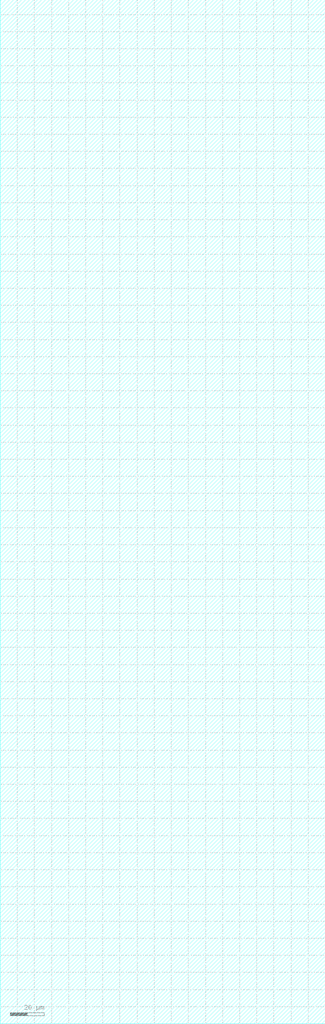
<source format=lef>
VERSION 5.7 ;
NAMESCASESENSITIVE ON ;
BUSBITCHARS "[]" ;
DIVIDERCHAR "/" ;

UNITS
  DATABASE MICRONS	2000 ;
END UNITS

MANUFACTURINGGRID	0.0025 ;

SITE core
  SIZE 0.19 BY 1.71 ;
  CLASS CORE ;
END core

LAYER metal1
  TYPE ROUTING ;
  DIRECTION HORIZONTAL ;
  PITCH 0.19 ;
  AREA 0.020000 ;
  WIDTH 0.065 ;
  SPACINGTABLE
	PARALLELRUNLENGTH 0
	WIDTH 0    0.06 
	WIDTH 0.1  0.1 
	WIDTH 0.75 0.25 
	WIDTH 1.5  0.45 ; 
  SPACING 0.09 ENDOFLINE 0.09 WITHIN 0.025 ;
END metal1

LAYER VIA1
  TYPE CUT ;
  SPACING 0.072 ;
END VIA1

LAYER metal2
  TYPE ROUTING ;
  DIRECTION VERTICAL ;
  PITCH 0.19 ;
  AREA 0.020000 ;
  WIDTH 0.070 ;
  SPACINGTABLE
	PARALLELRUNLENGTH 0
	WIDTH 0    0.06 
	WIDTH 0.1  0.1 
	WIDTH 0.75 0.25 
	WIDTH 1.5  0.45 ; 
  SPACING 0.09 ENDOFLINE 0.09 WITHIN 0.025 ;
END metal2

LAYER VIA2
  TYPE CUT ;
  SPACING 0.072 ;
END VIA2

LAYER metal3
  TYPE ROUTING ;
  DIRECTION HORIZONTAL ;
  PITCH 0.19 ;
  AREA 0.020000 ;
  WIDTH 0.070 ;
  SPACINGTABLE
	PARALLELRUNLENGTH 0
	WIDTH 0    0.06 
	WIDTH 0.1  0.1 
	WIDTH 0.75 0.25 
	WIDTH 1.5  0.45 ; 
  SPACING 0.09 ENDOFLINE 0.09 WITHIN 0.025 ;
END metal3

LAYER VIA3
  TYPE CUT ;
  SPACING 0.072 ;
END VIA3

LAYER metal4
  TYPE ROUTING ;
  DIRECTION VERTICAL ;
  PITCH 0.28 ;
  AREA 0.020000 ;
  WIDTH 0.140 ;
  SPACINGTABLE
	PARALLELRUNLENGTH 0
	WIDTH 0    0.06 
	WIDTH 0.1  0.1 
	WIDTH 0.75 0.25 
	WIDTH 1.5  0.45 ; 
  SPACING 0.09 ENDOFLINE 0.09 WITHIN 0.025 ;
END metal4

LAYER VIA4
  TYPE CUT ;
  SPACING 0.072 ;
END VIA4

LAYER metal5
  TYPE ROUTING ;
  DIRECTION HORIZONTAL ;
  PITCH 0.28 ;
  AREA 0.020000 ;
  WIDTH 0.140 ;
  SPACINGTABLE
	PARALLELRUNLENGTH 0
	WIDTH 0    0.06 
	WIDTH 0.1  0.1 
	WIDTH 0.75 0.25 
	WIDTH 1.5  0.45 ; 
  SPACING 0.09 ENDOFLINE 0.09 WITHIN 0.025 ;
END metal5

LAYER VIA5
  TYPE CUT ;
  SPACING 0.072 ;
END VIA5

LAYER metal6
  TYPE ROUTING ;
  DIRECTION VERTICAL ;
  PITCH 0.28 ;
  AREA 0.020000 ;
  WIDTH 0.140 ;
  SPACINGTABLE
	PARALLELRUNLENGTH 0
	WIDTH 0    0.06 
	WIDTH 0.1  0.1 
	WIDTH 0.75 0.25 
	WIDTH 1.5  0.45 ; 
  SPACING 0.09 ENDOFLINE 0.09 WITHIN 0.025 ;
END metal6

LAYER VIA6
  TYPE CUT ;
  SPACING 0.072 ;
END VIA6

LAYER metal7
  TYPE ROUTING ;
  DIRECTION HORIZONTAL ;
  PITCH 0.38 ;
  AREA 0.020000 ;
  WIDTH 0.210 ;
  SPACINGTABLE
	PARALLELRUNLENGTH 0
	WIDTH 0    0.06 
	WIDTH 0.1  0.1 
	WIDTH 0.75 0.25 
	WIDTH 1.5  0.45 ; 
  SPACING 0.09 ENDOFLINE 0.09 WITHIN 0.025 ;
END metal7

LAYER VIA7
  TYPE CUT ;
  SPACING 0.072 ;
END VIA7

LAYER metal8
  TYPE ROUTING ;
  DIRECTION VERTICAL ;
  PITCH 0.38 ;
  AREA 0.020000 ;
  WIDTH 0.210 ;
  SPACINGTABLE
	PARALLELRUNLENGTH 0
	WIDTH 0    0.06 
	WIDTH 0.1  0.1 
	WIDTH 0.75 0.25 
	WIDTH 1.5  0.45 ; 
  SPACING 0.09 ENDOFLINE 0.09 WITHIN 0.025 ;
END metal8

LAYER VIA8
  TYPE CUT ;
  SPACING 0.072 ;
END VIA8

LAYER metal9
  TYPE ROUTING ;
  DIRECTION HORIZONTAL ;
  PITCH 0.38 ;
  AREA 0.020000 ;
  WIDTH 0.210 ;
  SPACINGTABLE
	PARALLELRUNLENGTH 0
	WIDTH 0    0.06 
	WIDTH 0.1  0.1 
	WIDTH 0.75 0.25 
	WIDTH 1.5  0.45 ; 
  SPACING 0.09 ENDOFLINE 0.09 WITHIN 0.025 ;
END metal9

VIA VIA12 Default
  LAYER metal1 ;
	RECT -0.065000 -0.035000 0.065000 0.035000 ;
  LAYER VIA1 ;
	RECT -0.035000 -0.035000 0.035000 0.035000 ;
  LAYER metal2 ;
	RECT -0.035000 -0.065000 0.035000 0.065000 ;
END VIA12

VIA VIA23 Default
  LAYER metal2 ;
	RECT -0.065000 -0.035000 0.065000 0.035000 ;
  LAYER VIA2 ;
	RECT -0.035000 -0.035000 0.035000 0.035000 ;
  LAYER metal3 ;
	RECT -0.035000 -0.065000 0.035000 0.065000 ;
END VIA23

VIA VIA34 Default
  LAYER metal3 ;
	RECT -0.065000 -0.035000 0.065000 0.035000 ;
  LAYER VIA3 ;
	RECT -0.035000 -0.035000 0.035000 0.035000 ;
  LAYER metal4 ;
	RECT -0.035000 -0.065000 0.035000 0.065000 ;
END VIA34

VIA VIA45 Default
  LAYER metal4 ;
	RECT -0.065000 -0.035000 0.065000 0.035000 ;
  LAYER VIA4 ;
	RECT -0.035000 -0.035000 0.035000 0.035000 ;
  LAYER metal5 ;
	RECT -0.035000 -0.065000 0.035000 0.065000 ;
END VIA45

VIA VIA56 Default
  LAYER metal5 ;
	RECT -0.065000 -0.035000 0.065000 0.035000 ;
  LAYER VIA5 ;
	RECT -0.035000 -0.035000 0.035000 0.035000 ;
  LAYER metal6 ;
	RECT -0.035000 -0.065000 0.035000 0.065000 ;
END VIA56

VIA VIA67 Default
  LAYER metal6 ;
	RECT -0.065000 -0.035000 0.065000 0.035000 ;
  LAYER VIA6 ;
	RECT -0.035000 -0.035000 0.035000 0.035000 ;
  LAYER metal7 ;
	RECT -0.035000 -0.065000 0.035000 0.065000 ;
END VIA67

VIA VIA78 Default
  LAYER metal7 ;
	RECT -0.065000 -0.035000 0.065000 0.035000 ;
  LAYER VIA7 ;
	RECT -0.035000 -0.035000 0.035000 0.035000 ;
  LAYER metal8 ;
	RECT -0.035000 -0.065000 0.035000 0.065000 ;
END VIA78

VIA VIA89 Default
  LAYER metal8 ;
	RECT -0.065000 -0.035000 0.065000 0.035000 ;
  LAYER VIA8 ;
	RECT -0.035000 -0.035000 0.035000 0.035000 ;
  LAYER metal9 ;
	RECT -0.035000 -0.065000 0.035000 0.065000 ;
END VIA89

MACRO in01s01
    CLASS CORE ;
    FOREIGN in01s01 0.000 0.000 ;
    ORIGIN 0.000 0.000 ;
    SIZE 0.760 BY 1.71 ;
    SYMMETRY X Y ;
    SITE core ;
    PIN o
        DIRECTION OUTPUT ;
        PORT
        LAYER metal1 ;
        RECT 0.465 0.150 0.53 1.255 ;
        RECT 0.415 0.150 0.61 0.28 ;
        END
    END o
    PIN a
        DIRECTION INPUT ;
        PORT
        LAYER metal1 ;
        RECT 0.210 0.340 0.34 0.405 ;
        END
    END a
END in01s01

MACRO in01s02
    CLASS CORE ;
    FOREIGN in01s02 0.000 0.000 ;
    ORIGIN 0.000 0.000 ;
    SIZE 1.520 BY 1.71 ;
    SYMMETRY X Y ;
    SITE core ;
    PIN o
        DIRECTION OUTPUT ;
        PORT
        LAYER metal1 ;
        RECT 0.925 0.150 1.12 1.255 ;
        RECT 0.835 0.150 1.225 0.28 ;
        END
    END o
    PIN a
        DIRECTION INPUT ;
        PORT
        LAYER metal1 ;
        RECT 0.420 0.340 0.68 0.405 ;
        END
    END a
END in01s02

MACRO in01s03
    CLASS CORE ;
    FOREIGN in01s03 0.000 0.000 ;
    ORIGIN 0.000 0.000 ;
    SIZE 1.900 BY 1.71 ;
    SYMMETRY X Y ;
    SITE core ;
    PIN o
        DIRECTION OUTPUT ;
        PORT
        LAYER metal1 ;
        RECT 1.160 0.150 1.355 1.255 ;
        RECT 1.040 0.150 1.495 0.28 ;
        END
    END o
    PIN a
        DIRECTION INPUT ;
        PORT
        LAYER metal1 ;
        RECT 0.525 0.340 0.85 0.405 ;
        END
    END a
END in01s03

MACRO in01s04
    CLASS CORE ;
    FOREIGN in01s04 0.000 0.000 ;
    ORIGIN 0.000 0.000 ;
    SIZE 1.900 BY 1.71 ;
    SYMMETRY X Y ;
    SITE core ;
    PIN o
        DIRECTION OUTPUT ;
        PORT
        LAYER metal1 ;
        RECT 1.160 0.150 1.355 1.255 ;
        RECT 1.040 0.150 1.495 0.28 ;
        END
    END o
    PIN a
        DIRECTION INPUT ;
        PORT
        LAYER metal1 ;
        RECT 0.525 0.340 0.85 0.405 ;
        END
    END a
END in01s04

MACRO in01s06
    CLASS CORE ;
    FOREIGN in01s06 0.000 0.000 ;
    ORIGIN 0.000 0.000 ;
    SIZE 2.280 BY 1.71 ;
    SYMMETRY X Y ;
    SITE core ;
    PIN o
        DIRECTION OUTPUT ;
        PORT
        LAYER metal1 ;
        RECT 1.390 0.150 1.65 1.255 ;
        RECT 1.250 0.150 1.77 0.28 ;
        END
    END o
    PIN a
        DIRECTION INPUT ;
        PORT
        LAYER metal1 ;
        RECT 0.630 0.340 1.02 0.405 ;
        END
    END a
END in01s06

MACRO in01s08
    CLASS CORE ;
    FOREIGN in01s08 0.000 0.000 ;
    ORIGIN 0.000 0.000 ;
    SIZE 2.660 BY 1.71 ;
    SYMMETRY X Y ;
    SITE core ;
    PIN o
        DIRECTION OUTPUT ;
        PORT
        LAYER metal1 ;
        RECT 1.620 0.150 1.945 1.255 ;
        RECT 1.460 0.150 2.11 0.28 ;
        END
    END o
    PIN a
        DIRECTION INPUT ;
        PORT
        LAYER metal1 ;
        RECT 0.735 0.340 1.19 0.405 ;
        END
    END a
END in01s08

MACRO in01s10
    CLASS CORE ;
    FOREIGN in01s10 0.000 0.000 ;
    ORIGIN 0.000 0.000 ;
    SIZE 2.660 BY 1.71 ;
    SYMMETRY X Y ;
    SITE core ;
    PIN o
        DIRECTION OUTPUT ;
        PORT
        LAYER metal1 ;
        RECT 1.620 0.150 1.945 1.255 ;
        RECT 1.460 0.150 2.11 0.28 ;
        END
    END o
    PIN a
        DIRECTION INPUT ;
        PORT
        LAYER metal1 ;
        RECT 0.735 0.340 1.19 0.405 ;
        END
    END a
END in01s10

MACRO in01s20
    CLASS CORE ;
    FOREIGN in01s20 0.000 0.000 ;
    ORIGIN 0.000 0.000 ;
    SIZE 3.800 BY 1.71 ;
    SYMMETRY X Y ;
    SITE core ;
    PIN o
        DIRECTION OUTPUT ;
        PORT
        LAYER metal1 ;
        RECT 2.315 0.150 2.77 1.255 ;
        RECT 2.085 0.150 2.995 0.28 ;
        END
    END o
    PIN a
        DIRECTION INPUT ;
        PORT
        LAYER metal1 ;
        RECT 1.050 0.340 1.7 0.405 ;
        END
    END a
END in01s20

MACRO in01s40
    CLASS CORE ;
    FOREIGN in01s40 0.000 0.000 ;
    ORIGIN 0.000 0.000 ;
    SIZE 4.940 BY 1.71 ;
    SYMMETRY X Y ;
    SITE core ;
    PIN o
        DIRECTION OUTPUT ;
        PORT
        LAYER metal1 ;
        RECT 3.010 0.150 3.595 1.255 ;
        RECT 2.710 0.150 3.88 0.28 ;
        END
    END o
    PIN a
        DIRECTION INPUT ;
        PORT
        LAYER metal1 ;
        RECT 1.365 0.340 2.21 0.405 ;
        END
    END a
END in01s40

MACRO in01s80
    CLASS CORE ;
    FOREIGN in01s80 0.000 0.000 ;
    ORIGIN 0.000 0.000 ;
    SIZE 6.840 BY 1.71 ;
    SYMMETRY X Y ;
    SITE core ;
    PIN o
        DIRECTION OUTPUT ;
        PORT
        LAYER metal1 ;
        RECT 4.170 0.150 4.95 1.255 ;
        RECT 3.750 0.150 5.375 0.28 ;
        END
    END o
    PIN a
        DIRECTION INPUT ;
        PORT
        LAYER metal1 ;
        RECT 1.890 0.340 3.06 0.405 ;
        END
    END a
END in01s80

MACRO in01m01
    CLASS CORE ;
    FOREIGN in01m01 0.000 0.000 ;
    ORIGIN 0.000 0.000 ;
    SIZE 0.760 BY 1.71 ;
    SYMMETRY X Y ;
    SITE core ;
    PIN o
        DIRECTION OUTPUT ;
        PORT
        LAYER metal1 ;
        RECT 0.465 0.150 0.53 1.255 ;
        RECT 0.415 0.150 0.61 0.28 ;
        END
    END o
    PIN a
        DIRECTION INPUT ;
        PORT
        LAYER metal1 ;
        RECT 0.210 0.340 0.34 0.405 ;
        END
    END a
END in01m01

MACRO in01m02
    CLASS CORE ;
    FOREIGN in01m02 0.000 0.000 ;
    ORIGIN 0.000 0.000 ;
    SIZE 1.520 BY 1.71 ;
    SYMMETRY X Y ;
    SITE core ;
    PIN o
        DIRECTION OUTPUT ;
        PORT
        LAYER metal1 ;
        RECT 0.925 0.150 1.12 1.255 ;
        RECT 0.835 0.150 1.225 0.28 ;
        END
    END o
    PIN a
        DIRECTION INPUT ;
        PORT
        LAYER metal1 ;
        RECT 0.420 0.340 0.68 0.405 ;
        END
    END a
END in01m02

MACRO in01m03
    CLASS CORE ;
    FOREIGN in01m03 0.000 0.000 ;
    ORIGIN 0.000 0.000 ;
    SIZE 1.900 BY 1.71 ;
    SYMMETRY X Y ;
    SITE core ;
    PIN o
        DIRECTION OUTPUT ;
        PORT
        LAYER metal1 ;
        RECT 1.160 0.150 1.355 1.255 ;
        RECT 1.040 0.150 1.495 0.28 ;
        END
    END o
    PIN a
        DIRECTION INPUT ;
        PORT
        LAYER metal1 ;
        RECT 0.525 0.340 0.85 0.405 ;
        END
    END a
END in01m03

MACRO in01m04
    CLASS CORE ;
    FOREIGN in01m04 0.000 0.000 ;
    ORIGIN 0.000 0.000 ;
    SIZE 1.900 BY 1.71 ;
    SYMMETRY X Y ;
    SITE core ;
    PIN o
        DIRECTION OUTPUT ;
        PORT
        LAYER metal1 ;
        RECT 1.160 0.150 1.355 1.255 ;
        RECT 1.040 0.150 1.495 0.28 ;
        END
    END o
    PIN a
        DIRECTION INPUT ;
        PORT
        LAYER metal1 ;
        RECT 0.525 0.340 0.85 0.405 ;
        END
    END a
END in01m04

MACRO in01m06
    CLASS CORE ;
    FOREIGN in01m06 0.000 0.000 ;
    ORIGIN 0.000 0.000 ;
    SIZE 2.280 BY 1.71 ;
    SYMMETRY X Y ;
    SITE core ;
    PIN o
        DIRECTION OUTPUT ;
        PORT
        LAYER metal1 ;
        RECT 1.390 0.150 1.65 1.255 ;
        RECT 1.250 0.150 1.77 0.28 ;
        END
    END o
    PIN a
        DIRECTION INPUT ;
        PORT
        LAYER metal1 ;
        RECT 0.630 0.340 1.02 0.405 ;
        END
    END a
END in01m06

MACRO in01m08
    CLASS CORE ;
    FOREIGN in01m08 0.000 0.000 ;
    ORIGIN 0.000 0.000 ;
    SIZE 2.660 BY 1.71 ;
    SYMMETRY X Y ;
    SITE core ;
    PIN o
        DIRECTION OUTPUT ;
        PORT
        LAYER metal1 ;
        RECT 1.620 0.150 1.945 1.255 ;
        RECT 1.460 0.150 2.11 0.28 ;
        END
    END o
    PIN a
        DIRECTION INPUT ;
        PORT
        LAYER metal1 ;
        RECT 0.735 0.340 1.19 0.405 ;
        END
    END a
END in01m08

MACRO in01m10
    CLASS CORE ;
    FOREIGN in01m10 0.000 0.000 ;
    ORIGIN 0.000 0.000 ;
    SIZE 2.660 BY 1.71 ;
    SYMMETRY X Y ;
    SITE core ;
    PIN o
        DIRECTION OUTPUT ;
        PORT
        LAYER metal1 ;
        RECT 1.620 0.150 1.945 1.255 ;
        RECT 1.460 0.150 2.11 0.28 ;
        END
    END o
    PIN a
        DIRECTION INPUT ;
        PORT
        LAYER metal1 ;
        RECT 0.735 0.340 1.19 0.405 ;
        END
    END a
END in01m10

MACRO in01m20
    CLASS CORE ;
    FOREIGN in01m20 0.000 0.000 ;
    ORIGIN 0.000 0.000 ;
    SIZE 3.800 BY 1.71 ;
    SYMMETRY X Y ;
    SITE core ;
    PIN o
        DIRECTION OUTPUT ;
        PORT
        LAYER metal1 ;
        RECT 2.315 0.150 2.77 1.255 ;
        RECT 2.085 0.150 2.995 0.28 ;
        END
    END o
    PIN a
        DIRECTION INPUT ;
        PORT
        LAYER metal1 ;
        RECT 1.050 0.340 1.7 0.405 ;
        END
    END a
END in01m20

MACRO in01m40
    CLASS CORE ;
    FOREIGN in01m40 0.000 0.000 ;
    ORIGIN 0.000 0.000 ;
    SIZE 4.940 BY 1.71 ;
    SYMMETRY X Y ;
    SITE core ;
    PIN o
        DIRECTION OUTPUT ;
        PORT
        LAYER metal1 ;
        RECT 3.010 0.150 3.595 1.255 ;
        RECT 2.710 0.150 3.88 0.28 ;
        END
    END o
    PIN a
        DIRECTION INPUT ;
        PORT
        LAYER metal1 ;
        RECT 1.365 0.340 2.21 0.405 ;
        END
    END a
END in01m40

MACRO in01m80
    CLASS CORE ;
    FOREIGN in01m80 0.000 0.000 ;
    ORIGIN 0.000 0.000 ;
    SIZE 6.840 BY 1.71 ;
    SYMMETRY X Y ;
    SITE core ;
    PIN o
        DIRECTION OUTPUT ;
        PORT
        LAYER metal1 ;
        RECT 4.170 0.150 4.95 1.255 ;
        RECT 3.750 0.150 5.375 0.28 ;
        END
    END o
    PIN a
        DIRECTION INPUT ;
        PORT
        LAYER metal1 ;
        RECT 1.890 0.340 3.06 0.405 ;
        END
    END a
END in01m80

MACRO in01f01
    CLASS CORE ;
    FOREIGN in01f01 0.000 0.000 ;
    ORIGIN 0.000 0.000 ;
    SIZE 0.760 BY 1.71 ;
    SYMMETRY X Y ;
    SITE core ;
    PIN o
        DIRECTION OUTPUT ;
        PORT
        LAYER metal1 ;
        RECT 0.465 0.150 0.53 1.255 ;
        RECT 0.415 0.150 0.61 0.28 ;
        END
    END o
    PIN a
        DIRECTION INPUT ;
        PORT
        LAYER metal1 ;
        RECT 0.210 0.340 0.34 0.405 ;
        END
    END a
END in01f01

MACRO in01f02
    CLASS CORE ;
    FOREIGN in01f02 0.000 0.000 ;
    ORIGIN 0.000 0.000 ;
    SIZE 1.520 BY 1.71 ;
    SYMMETRY X Y ;
    SITE core ;
    PIN o
        DIRECTION OUTPUT ;
        PORT
        LAYER metal1 ;
        RECT 0.925 0.150 1.12 1.255 ;
        RECT 0.835 0.150 1.225 0.28 ;
        END
    END o
    PIN a
        DIRECTION INPUT ;
        PORT
        LAYER metal1 ;
        RECT 0.420 0.340 0.68 0.405 ;
        END
    END a
END in01f02

MACRO in01f03
    CLASS CORE ;
    FOREIGN in01f03 0.000 0.000 ;
    ORIGIN 0.000 0.000 ;
    SIZE 1.900 BY 1.71 ;
    SYMMETRY X Y ;
    SITE core ;
    PIN o
        DIRECTION OUTPUT ;
        PORT
        LAYER metal1 ;
        RECT 1.160 0.150 1.355 1.255 ;
        RECT 1.040 0.150 1.495 0.28 ;
        END
    END o
    PIN a
        DIRECTION INPUT ;
        PORT
        LAYER metal1 ;
        RECT 0.525 0.340 0.85 0.405 ;
        END
    END a
END in01f03

MACRO in01f04
    CLASS CORE ;
    FOREIGN in01f04 0.000 0.000 ;
    ORIGIN 0.000 0.000 ;
    SIZE 1.900 BY 1.71 ;
    SYMMETRY X Y ;
    SITE core ;
    PIN o
        DIRECTION OUTPUT ;
        PORT
        LAYER metal1 ;
        RECT 1.160 0.150 1.355 1.255 ;
        RECT 1.040 0.150 1.495 0.28 ;
        END
    END o
    PIN a
        DIRECTION INPUT ;
        PORT
        LAYER metal1 ;
        RECT 0.525 0.340 0.85 0.405 ;
        END
    END a
END in01f04

MACRO in01f06
    CLASS CORE ;
    FOREIGN in01f06 0.000 0.000 ;
    ORIGIN 0.000 0.000 ;
    SIZE 2.280 BY 1.71 ;
    SYMMETRY X Y ;
    SITE core ;
    PIN o
        DIRECTION OUTPUT ;
        PORT
        LAYER metal1 ;
        RECT 1.390 0.150 1.65 1.255 ;
        RECT 1.250 0.150 1.77 0.28 ;
        END
    END o
    PIN a
        DIRECTION INPUT ;
        PORT
        LAYER metal1 ;
        RECT 0.630 0.340 1.02 0.405 ;
        END
    END a
END in01f06

MACRO in01f08
    CLASS CORE ;
    FOREIGN in01f08 0.000 0.000 ;
    ORIGIN 0.000 0.000 ;
    SIZE 2.660 BY 1.71 ;
    SYMMETRY X Y ;
    SITE core ;
    PIN o
        DIRECTION OUTPUT ;
        PORT
        LAYER metal1 ;
        RECT 1.620 0.150 1.945 1.255 ;
        RECT 1.460 0.150 2.11 0.28 ;
        END
    END o
    PIN a
        DIRECTION INPUT ;
        PORT
        LAYER metal1 ;
        RECT 0.735 0.340 1.19 0.405 ;
        END
    END a
END in01f08

MACRO in01f10
    CLASS CORE ;
    FOREIGN in01f10 0.000 0.000 ;
    ORIGIN 0.000 0.000 ;
    SIZE 2.660 BY 1.71 ;
    SYMMETRY X Y ;
    SITE core ;
    PIN o
        DIRECTION OUTPUT ;
        PORT
        LAYER metal1 ;
        RECT 1.620 0.150 1.945 1.255 ;
        RECT 1.460 0.150 2.11 0.28 ;
        END
    END o
    PIN a
        DIRECTION INPUT ;
        PORT
        LAYER metal1 ;
        RECT 0.735 0.340 1.19 0.405 ;
        END
    END a
END in01f10

MACRO in01f20
    CLASS CORE ;
    FOREIGN in01f20 0.000 0.000 ;
    ORIGIN 0.000 0.000 ;
    SIZE 3.800 BY 1.71 ;
    SYMMETRY X Y ;
    SITE core ;
    PIN o
        DIRECTION OUTPUT ;
        PORT
        LAYER metal1 ;
        RECT 2.315 0.150 2.77 1.255 ;
        RECT 2.085 0.150 2.995 0.28 ;
        END
    END o
    PIN a
        DIRECTION INPUT ;
        PORT
        LAYER metal1 ;
        RECT 1.050 0.340 1.7 0.405 ;
        END
    END a
END in01f20

MACRO in01f40
    CLASS CORE ;
    FOREIGN in01f40 0.000 0.000 ;
    ORIGIN 0.000 0.000 ;
    SIZE 4.940 BY 1.71 ;
    SYMMETRY X Y ;
    SITE core ;
    PIN o
        DIRECTION OUTPUT ;
        PORT
        LAYER metal1 ;
        RECT 3.010 0.150 3.595 1.255 ;
        RECT 2.710 0.150 3.88 0.28 ;
        END
    END o
    PIN a
        DIRECTION INPUT ;
        PORT
        LAYER metal1 ;
        RECT 1.365 0.340 2.21 0.405 ;
        END
    END a
END in01f40

MACRO in01f80
    CLASS CORE ;
    FOREIGN in01f80 0.000 0.000 ;
    ORIGIN 0.000 0.000 ;
    SIZE 6.840 BY 1.71 ;
    SYMMETRY X Y ;
    SITE core ;
    PIN o
        DIRECTION OUTPUT ;
        PORT
        LAYER metal1 ;
        RECT 4.170 0.150 4.95 1.255 ;
        RECT 3.750 0.150 5.375 0.28 ;
        END
    END o
    PIN a
        DIRECTION INPUT ;
        PORT
        LAYER metal1 ;
        RECT 1.890 0.340 3.06 0.405 ;
        END
    END a
END in01f80

MACRO na02s01
    CLASS CORE ;
    FOREIGN na02s01 0.000 0.000 ;
    ORIGIN 0.000 0.000 ;
    SIZE 1.140 BY 1.71 ;
    SYMMETRY X Y ;
    SITE core ;
    PIN o
        DIRECTION OUTPUT ;
        PORT
        LAYER metal1 ;
        RECT 0.450 0.110 0.58 1.215 ;
        RECT 0.430 0.725 0.625 1.245 ;
        RECT 0.450 0.110 0.905 0.175 ;
        RECT 0.805 0.110 0.935 0.5 ;
        END
    END o
    PIN a
        DIRECTION INPUT ;
        PORT
        LAYER metal1 ;
        RECT 0.070 0.535 0.33 0.665 ;
        END
    END a
    PIN b
        DIRECTION INPUT ;
        PORT
        LAYER metal1 ;
        RECT 0.645 0.540 0.905 0.67 ;
        END
    END b
END na02s01

MACRO na02s02
    CLASS CORE ;
    FOREIGN na02s02 0.000 0.000 ;
    ORIGIN 0.000 0.000 ;
    SIZE 2.660 BY 1.71 ;
    SYMMETRY X Y ;
    SITE core ;
    PIN o
        DIRECTION OUTPUT ;
        PORT
        LAYER metal1 ;
        RECT 1.050 0.110 1.31 1.215 ;
        RECT 1.000 0.725 1.455 1.245 ;
        RECT 1.050 0.110 2.09 0.175 ;
        RECT 1.875 0.110 2.135 0.5 ;
        END
    END o
    PIN a
        DIRECTION INPUT ;
        PORT
        LAYER metal1 ;
        RECT 0.160 0.535 0.81 0.665 ;
        END
    END a
    PIN b
        DIRECTION INPUT ;
        PORT
        LAYER metal1 ;
        RECT 1.505 0.540 2.09 0.67 ;
        END
    END b
END na02s02

MACRO na02s03
    CLASS CORE ;
    FOREIGN na02s03 0.000 0.000 ;
    ORIGIN 0.000 0.000 ;
    SIZE 3.420 BY 1.71 ;
    SYMMETRY X Y ;
    SITE core ;
    PIN o
        DIRECTION OUTPUT ;
        PORT
        LAYER metal1 ;
        RECT 1.350 0.110 1.675 1.215 ;
        RECT 1.285 0.725 1.87 1.245 ;
        RECT 1.350 0.110 2.715 0.175 ;
        RECT 2.410 0.110 2.735 0.5 ;
        END
    END o
    PIN a
        DIRECTION INPUT ;
        PORT
        LAYER metal1 ;
        RECT 0.205 0.535 1.05 0.665 ;
        END
    END a
    PIN b
        DIRECTION INPUT ;
        PORT
        LAYER metal1 ;
        RECT 1.935 0.540 2.715 0.67 ;
        END
    END b
END na02s03

MACRO na02s04
    CLASS CORE ;
    FOREIGN na02s04 0.000 0.000 ;
    ORIGIN 0.000 0.000 ;
    SIZE 3.800 BY 1.71 ;
    SYMMETRY X Y ;
    SITE core ;
    PIN o
        DIRECTION OUTPUT ;
        PORT
        LAYER metal1 ;
        RECT 1.500 0.110 1.825 1.215 ;
        RECT 1.425 0.725 2.075 1.245 ;
        RECT 1.500 0.110 2.995 0.175 ;
        RECT 2.675 0.110 3.0 0.5 ;
        END
    END o
    PIN a
        DIRECTION INPUT ;
        PORT
        LAYER metal1 ;
        RECT 0.225 0.535 1.2 0.665 ;
        END
    END a
    PIN b
        DIRECTION INPUT ;
        PORT
        LAYER metal1 ;
        RECT 2.150 0.540 2.995 0.67 ;
        END
    END b
END na02s04

MACRO na02s06
    CLASS CORE ;
    FOREIGN na02s06 0.000 0.000 ;
    ORIGIN 0.000 0.000 ;
    SIZE 4.560 BY 1.71 ;
    SYMMETRY X Y ;
    SITE core ;
    PIN o
        DIRECTION OUTPUT ;
        PORT
        LAYER metal1 ;
        RECT 1.800 0.110 2.19 1.215 ;
        RECT 1.710 0.725 2.49 1.245 ;
        RECT 1.800 0.110 3.62 0.175 ;
        RECT 3.210 0.110 3.6 0.5 ;
        END
    END o
    PIN a
        DIRECTION INPUT ;
        PORT
        LAYER metal1 ;
        RECT 0.270 0.535 1.44 0.665 ;
        END
    END a
    PIN b
        DIRECTION INPUT ;
        PORT
        LAYER metal1 ;
        RECT 2.580 0.540 3.62 0.67 ;
        END
    END b
END na02s06

MACRO na02s08
    CLASS CORE ;
    FOREIGN na02s08 0.000 0.000 ;
    ORIGIN 0.000 0.000 ;
    SIZE 4.940 BY 1.71 ;
    SYMMETRY X Y ;
    SITE core ;
    PIN o
        DIRECTION OUTPUT ;
        PORT
        LAYER metal1 ;
        RECT 1.950 0.110 2.405 1.215 ;
        RECT 1.855 0.725 2.7 1.245 ;
        RECT 1.950 0.110 3.9 0.175 ;
        RECT 3.480 0.110 3.935 0.5 ;
        END
    END o
    PIN a
        DIRECTION INPUT ;
        PORT
        LAYER metal1 ;
        RECT 0.290 0.535 1.525 0.665 ;
        END
    END a
    PIN b
        DIRECTION INPUT ;
        PORT
        LAYER metal1 ;
        RECT 2.795 0.540 3.9 0.67 ;
        END
    END b
END na02s08

MACRO na02s10
    CLASS CORE ;
    FOREIGN na02s10 0.000 0.000 ;
    ORIGIN 0.000 0.000 ;
    SIZE 5.700 BY 1.71 ;
    SYMMETRY X Y ;
    SITE core ;
    PIN o
        DIRECTION OUTPUT ;
        PORT
        LAYER metal1 ;
        RECT 2.250 0.110 2.77 1.215 ;
        RECT 2.140 0.725 3.18 1.245 ;
        RECT 2.250 0.110 4.525 0.175 ;
        RECT 4.015 0.110 4.535 0.5 ;
        END
    END o
    PIN a
        DIRECTION INPUT ;
        PORT
        LAYER metal1 ;
        RECT 0.340 0.535 1.77 0.665 ;
        END
    END a
    PIN b
        DIRECTION INPUT ;
        PORT
        LAYER metal1 ;
        RECT 3.225 0.540 4.525 0.67 ;
        END
    END b
END na02s10

MACRO na02s20
    CLASS CORE ;
    FOREIGN na02s20 0.000 0.000 ;
    ORIGIN 0.000 0.000 ;
    SIZE 7.600 BY 1.71 ;
    SYMMETRY X Y ;
    SITE core ;
    PIN o
        DIRECTION OUTPUT ;
        PORT
        LAYER metal1 ;
        RECT 3.000 0.110 3.65 1.215 ;
        RECT 2.850 0.725 4.215 1.245 ;
        RECT 3.000 0.110 5.99 0.175 ;
        RECT 5.350 0.110 6.0 0.5 ;
        END
    END o
    PIN a
        DIRECTION INPUT ;
        PORT
        LAYER metal1 ;
        RECT 0.450 0.535 2.335 0.665 ;
        END
    END a
    PIN b
        DIRECTION INPUT ;
        PORT
        LAYER metal1 ;
        RECT 4.300 0.540 6.055 0.67 ;
        END
    END b
END na02s20

MACRO na02s40
    CLASS CORE ;
    FOREIGN na02s40 0.000 0.000 ;
    ORIGIN 0.000 0.000 ;
    SIZE 10.640 BY 1.71 ;
    SYMMETRY X Y ;
    SITE core ;
    PIN o
        DIRECTION OUTPUT ;
        PORT
        LAYER metal1 ;
        RECT 4.200 0.110 5.11 1.215 ;
        RECT 3.990 0.725 5.875 1.245 ;
        RECT 4.200 0.110 8.425 0.175 ;
        RECT 7.490 0.110 8.4 0.5 ;
        END
    END o
    PIN a
        DIRECTION INPUT ;
        PORT
        LAYER metal1 ;
        RECT 0.630 0.535 3.295 0.665 ;
        END
    END a
    PIN b
        DIRECTION INPUT ;
        PORT
        LAYER metal1 ;
        RECT 6.020 0.540 8.425 0.67 ;
        END
    END b
END na02s40

MACRO na02s80
    CLASS CORE ;
    FOREIGN na02s80 0.000 0.000 ;
    ORIGIN 0.000 0.000 ;
    SIZE 14.440 BY 1.71 ;
    SYMMETRY X Y ;
    SITE core ;
    PIN o
        DIRECTION OUTPUT ;
        PORT
        LAYER metal1 ;
        RECT 5.700 0.110 6.935 1.215 ;
        RECT 5.415 0.725 7.95 1.245 ;
        RECT 5.700 0.110 11.42 0.175 ;
        RECT 10.165 0.110 11.4 0.5 ;
        END
    END o
    PIN a
        DIRECTION INPUT ;
        PORT
        LAYER metal1 ;
        RECT 0.855 0.535 4.495 0.665 ;
        END
    END a
    PIN b
        DIRECTION INPUT ;
        PORT
        LAYER metal1 ;
        RECT 8.170 0.540 11.42 0.67 ;
        END
    END b
END na02s80

MACRO na02m01
    CLASS CORE ;
    FOREIGN na02m01 0.000 0.000 ;
    ORIGIN 0.000 0.000 ;
    SIZE 1.140 BY 1.71 ;
    SYMMETRY X Y ;
    SITE core ;
    PIN o
        DIRECTION OUTPUT ;
        PORT
        LAYER metal1 ;
        RECT 0.450 0.110 0.58 1.215 ;
        RECT 0.430 0.725 0.625 1.245 ;
        RECT 0.450 0.110 0.905 0.175 ;
        RECT 0.805 0.110 0.935 0.5 ;
        END
    END o
    PIN a
        DIRECTION INPUT ;
        PORT
        LAYER metal1 ;
        RECT 0.070 0.535 0.33 0.665 ;
        END
    END a
    PIN b
        DIRECTION INPUT ;
        PORT
        LAYER metal1 ;
        RECT 0.645 0.540 0.905 0.67 ;
        END
    END b
END na02m01

MACRO na02m02
    CLASS CORE ;
    FOREIGN na02m02 0.000 0.000 ;
    ORIGIN 0.000 0.000 ;
    SIZE 2.660 BY 1.71 ;
    SYMMETRY X Y ;
    SITE core ;
    PIN o
        DIRECTION OUTPUT ;
        PORT
        LAYER metal1 ;
        RECT 1.050 0.110 1.31 1.215 ;
        RECT 1.000 0.725 1.455 1.245 ;
        RECT 1.050 0.110 2.09 0.175 ;
        RECT 1.875 0.110 2.135 0.5 ;
        END
    END o
    PIN a
        DIRECTION INPUT ;
        PORT
        LAYER metal1 ;
        RECT 0.160 0.535 0.81 0.665 ;
        END
    END a
    PIN b
        DIRECTION INPUT ;
        PORT
        LAYER metal1 ;
        RECT 1.505 0.540 2.09 0.67 ;
        END
    END b
END na02m02

MACRO na02m03
    CLASS CORE ;
    FOREIGN na02m03 0.000 0.000 ;
    ORIGIN 0.000 0.000 ;
    SIZE 3.420 BY 1.71 ;
    SYMMETRY X Y ;
    SITE core ;
    PIN o
        DIRECTION OUTPUT ;
        PORT
        LAYER metal1 ;
        RECT 1.350 0.110 1.675 1.215 ;
        RECT 1.285 0.725 1.87 1.245 ;
        RECT 1.350 0.110 2.715 0.175 ;
        RECT 2.410 0.110 2.735 0.5 ;
        END
    END o
    PIN a
        DIRECTION INPUT ;
        PORT
        LAYER metal1 ;
        RECT 0.205 0.535 1.05 0.665 ;
        END
    END a
    PIN b
        DIRECTION INPUT ;
        PORT
        LAYER metal1 ;
        RECT 1.935 0.540 2.715 0.67 ;
        END
    END b
END na02m03

MACRO na02m04
    CLASS CORE ;
    FOREIGN na02m04 0.000 0.000 ;
    ORIGIN 0.000 0.000 ;
    SIZE 3.800 BY 1.71 ;
    SYMMETRY X Y ;
    SITE core ;
    PIN o
        DIRECTION OUTPUT ;
        PORT
        LAYER metal1 ;
        RECT 1.500 0.110 1.825 1.215 ;
        RECT 1.425 0.725 2.075 1.245 ;
        RECT 1.500 0.110 2.995 0.175 ;
        RECT 2.675 0.110 3.0 0.5 ;
        END
    END o
    PIN a
        DIRECTION INPUT ;
        PORT
        LAYER metal1 ;
        RECT 0.225 0.535 1.2 0.665 ;
        END
    END a
    PIN b
        DIRECTION INPUT ;
        PORT
        LAYER metal1 ;
        RECT 2.150 0.540 2.995 0.67 ;
        END
    END b
END na02m04

MACRO na02m06
    CLASS CORE ;
    FOREIGN na02m06 0.000 0.000 ;
    ORIGIN 0.000 0.000 ;
    SIZE 4.560 BY 1.71 ;
    SYMMETRY X Y ;
    SITE core ;
    PIN o
        DIRECTION OUTPUT ;
        PORT
        LAYER metal1 ;
        RECT 1.800 0.110 2.19 1.215 ;
        RECT 1.710 0.725 2.49 1.245 ;
        RECT 1.800 0.110 3.62 0.175 ;
        RECT 3.210 0.110 3.6 0.5 ;
        END
    END o
    PIN a
        DIRECTION INPUT ;
        PORT
        LAYER metal1 ;
        RECT 0.270 0.535 1.44 0.665 ;
        END
    END a
    PIN b
        DIRECTION INPUT ;
        PORT
        LAYER metal1 ;
        RECT 2.580 0.540 3.62 0.67 ;
        END
    END b
END na02m06

MACRO na02m08
    CLASS CORE ;
    FOREIGN na02m08 0.000 0.000 ;
    ORIGIN 0.000 0.000 ;
    SIZE 4.940 BY 1.71 ;
    SYMMETRY X Y ;
    SITE core ;
    PIN o
        DIRECTION OUTPUT ;
        PORT
        LAYER metal1 ;
        RECT 1.950 0.110 2.405 1.215 ;
        RECT 1.855 0.725 2.7 1.245 ;
        RECT 1.950 0.110 3.9 0.175 ;
        RECT 3.480 0.110 3.935 0.5 ;
        END
    END o
    PIN a
        DIRECTION INPUT ;
        PORT
        LAYER metal1 ;
        RECT 0.290 0.535 1.525 0.665 ;
        END
    END a
    PIN b
        DIRECTION INPUT ;
        PORT
        LAYER metal1 ;
        RECT 2.795 0.540 3.9 0.67 ;
        END
    END b
END na02m08

MACRO na02m10
    CLASS CORE ;
    FOREIGN na02m10 0.000 0.000 ;
    ORIGIN 0.000 0.000 ;
    SIZE 5.700 BY 1.71 ;
    SYMMETRY X Y ;
    SITE core ;
    PIN o
        DIRECTION OUTPUT ;
        PORT
        LAYER metal1 ;
        RECT 2.250 0.110 2.77 1.215 ;
        RECT 2.140 0.725 3.18 1.245 ;
        RECT 2.250 0.110 4.525 0.175 ;
        RECT 4.015 0.110 4.535 0.5 ;
        END
    END o
    PIN a
        DIRECTION INPUT ;
        PORT
        LAYER metal1 ;
        RECT 0.340 0.535 1.77 0.665 ;
        END
    END a
    PIN b
        DIRECTION INPUT ;
        PORT
        LAYER metal1 ;
        RECT 3.225 0.540 4.525 0.67 ;
        END
    END b
END na02m10

MACRO na02m20
    CLASS CORE ;
    FOREIGN na02m20 0.000 0.000 ;
    ORIGIN 0.000 0.000 ;
    SIZE 7.600 BY 1.71 ;
    SYMMETRY X Y ;
    SITE core ;
    PIN o
        DIRECTION OUTPUT ;
        PORT
        LAYER metal1 ;
        RECT 3.000 0.110 3.65 1.215 ;
        RECT 2.850 0.725 4.215 1.245 ;
        RECT 3.000 0.110 5.99 0.175 ;
        RECT 5.350 0.110 6.0 0.5 ;
        END
    END o
    PIN a
        DIRECTION INPUT ;
        PORT
        LAYER metal1 ;
        RECT 0.450 0.535 2.335 0.665 ;
        END
    END a
    PIN b
        DIRECTION INPUT ;
        PORT
        LAYER metal1 ;
        RECT 4.300 0.540 6.055 0.67 ;
        END
    END b
END na02m20

MACRO na02m40
    CLASS CORE ;
    FOREIGN na02m40 0.000 0.000 ;
    ORIGIN 0.000 0.000 ;
    SIZE 10.640 BY 1.71 ;
    SYMMETRY X Y ;
    SITE core ;
    PIN o
        DIRECTION OUTPUT ;
        PORT
        LAYER metal1 ;
        RECT 4.200 0.110 5.11 1.215 ;
        RECT 3.990 0.725 5.875 1.245 ;
        RECT 4.200 0.110 8.425 0.175 ;
        RECT 7.490 0.110 8.4 0.5 ;
        END
    END o
    PIN a
        DIRECTION INPUT ;
        PORT
        LAYER metal1 ;
        RECT 0.630 0.535 3.295 0.665 ;
        END
    END a
    PIN b
        DIRECTION INPUT ;
        PORT
        LAYER metal1 ;
        RECT 6.020 0.540 8.425 0.67 ;
        END
    END b
END na02m40

MACRO na02m80
    CLASS CORE ;
    FOREIGN na02m80 0.000 0.000 ;
    ORIGIN 0.000 0.000 ;
    SIZE 14.440 BY 1.71 ;
    SYMMETRY X Y ;
    SITE core ;
    PIN o
        DIRECTION OUTPUT ;
        PORT
        LAYER metal1 ;
        RECT 5.700 0.110 6.935 1.215 ;
        RECT 5.415 0.725 7.95 1.245 ;
        RECT 5.700 0.110 11.42 0.175 ;
        RECT 10.165 0.110 11.4 0.5 ;
        END
    END o
    PIN a
        DIRECTION INPUT ;
        PORT
        LAYER metal1 ;
        RECT 0.855 0.535 4.495 0.665 ;
        END
    END a
    PIN b
        DIRECTION INPUT ;
        PORT
        LAYER metal1 ;
        RECT 8.170 0.540 11.42 0.67 ;
        END
    END b
END na02m80

MACRO na02f01
    CLASS CORE ;
    FOREIGN na02f01 0.000 0.000 ;
    ORIGIN 0.000 0.000 ;
    SIZE 1.140 BY 1.71 ;
    SYMMETRY X Y ;
    SITE core ;
    PIN o
        DIRECTION OUTPUT ;
        PORT
        LAYER metal1 ;
        RECT 0.450 0.110 0.58 1.215 ;
        RECT 0.430 0.725 0.625 1.245 ;
        RECT 0.450 0.110 0.905 0.175 ;
        RECT 0.805 0.110 0.935 0.5 ;
        END
    END o
    PIN a
        DIRECTION INPUT ;
        PORT
        LAYER metal1 ;
        RECT 0.070 0.535 0.33 0.665 ;
        END
    END a
    PIN b
        DIRECTION INPUT ;
        PORT
        LAYER metal1 ;
        RECT 0.645 0.540 0.905 0.67 ;
        END
    END b
END na02f01

MACRO na02f02
    CLASS CORE ;
    FOREIGN na02f02 0.000 0.000 ;
    ORIGIN 0.000 0.000 ;
    SIZE 2.660 BY 1.71 ;
    SYMMETRY X Y ;
    SITE core ;
    PIN o
        DIRECTION OUTPUT ;
        PORT
        LAYER metal1 ;
        RECT 1.050 0.110 1.31 1.215 ;
        RECT 1.000 0.725 1.455 1.245 ;
        RECT 1.050 0.110 2.09 0.175 ;
        RECT 1.875 0.110 2.135 0.5 ;
        END
    END o
    PIN a
        DIRECTION INPUT ;
        PORT
        LAYER metal1 ;
        RECT 0.160 0.535 0.81 0.665 ;
        END
    END a
    PIN b
        DIRECTION INPUT ;
        PORT
        LAYER metal1 ;
        RECT 1.505 0.540 2.09 0.67 ;
        END
    END b
END na02f02

MACRO na02f03
    CLASS CORE ;
    FOREIGN na02f03 0.000 0.000 ;
    ORIGIN 0.000 0.000 ;
    SIZE 3.420 BY 1.71 ;
    SYMMETRY X Y ;
    SITE core ;
    PIN o
        DIRECTION OUTPUT ;
        PORT
        LAYER metal1 ;
        RECT 1.350 0.110 1.675 1.215 ;
        RECT 1.285 0.725 1.87 1.245 ;
        RECT 1.350 0.110 2.715 0.175 ;
        RECT 2.410 0.110 2.735 0.5 ;
        END
    END o
    PIN a
        DIRECTION INPUT ;
        PORT
        LAYER metal1 ;
        RECT 0.205 0.535 1.05 0.665 ;
        END
    END a
    PIN b
        DIRECTION INPUT ;
        PORT
        LAYER metal1 ;
        RECT 1.935 0.540 2.715 0.67 ;
        END
    END b
END na02f03

MACRO na02f04
    CLASS CORE ;
    FOREIGN na02f04 0.000 0.000 ;
    ORIGIN 0.000 0.000 ;
    SIZE 3.800 BY 1.71 ;
    SYMMETRY X Y ;
    SITE core ;
    PIN o
        DIRECTION OUTPUT ;
        PORT
        LAYER metal1 ;
        RECT 1.500 0.110 1.825 1.215 ;
        RECT 1.425 0.725 2.075 1.245 ;
        RECT 1.500 0.110 2.995 0.175 ;
        RECT 2.675 0.110 3.0 0.5 ;
        END
    END o
    PIN a
        DIRECTION INPUT ;
        PORT
        LAYER metal1 ;
        RECT 0.225 0.535 1.2 0.665 ;
        END
    END a
    PIN b
        DIRECTION INPUT ;
        PORT
        LAYER metal1 ;
        RECT 2.150 0.540 2.995 0.67 ;
        END
    END b
END na02f04

MACRO na02f06
    CLASS CORE ;
    FOREIGN na02f06 0.000 0.000 ;
    ORIGIN 0.000 0.000 ;
    SIZE 4.560 BY 1.71 ;
    SYMMETRY X Y ;
    SITE core ;
    PIN o
        DIRECTION OUTPUT ;
        PORT
        LAYER metal1 ;
        RECT 1.800 0.110 2.19 1.215 ;
        RECT 1.710 0.725 2.49 1.245 ;
        RECT 1.800 0.110 3.62 0.175 ;
        RECT 3.210 0.110 3.6 0.5 ;
        END
    END o
    PIN a
        DIRECTION INPUT ;
        PORT
        LAYER metal1 ;
        RECT 0.270 0.535 1.44 0.665 ;
        END
    END a
    PIN b
        DIRECTION INPUT ;
        PORT
        LAYER metal1 ;
        RECT 2.580 0.540 3.62 0.67 ;
        END
    END b
END na02f06

MACRO na02f08
    CLASS CORE ;
    FOREIGN na02f08 0.000 0.000 ;
    ORIGIN 0.000 0.000 ;
    SIZE 4.940 BY 1.71 ;
    SYMMETRY X Y ;
    SITE core ;
    PIN o
        DIRECTION OUTPUT ;
        PORT
        LAYER metal1 ;
        RECT 1.950 0.110 2.405 1.215 ;
        RECT 1.855 0.725 2.7 1.245 ;
        RECT 1.950 0.110 3.9 0.175 ;
        RECT 3.480 0.110 3.935 0.5 ;
        END
    END o
    PIN a
        DIRECTION INPUT ;
        PORT
        LAYER metal1 ;
        RECT 0.290 0.535 1.525 0.665 ;
        END
    END a
    PIN b
        DIRECTION INPUT ;
        PORT
        LAYER metal1 ;
        RECT 2.795 0.540 3.9 0.67 ;
        END
    END b
END na02f08

MACRO na02f10
    CLASS CORE ;
    FOREIGN na02f10 0.000 0.000 ;
    ORIGIN 0.000 0.000 ;
    SIZE 5.700 BY 1.71 ;
    SYMMETRY X Y ;
    SITE core ;
    PIN o
        DIRECTION OUTPUT ;
        PORT
        LAYER metal1 ;
        RECT 2.250 0.110 2.77 1.215 ;
        RECT 2.140 0.725 3.18 1.245 ;
        RECT 2.250 0.110 4.525 0.175 ;
        RECT 4.015 0.110 4.535 0.5 ;
        END
    END o
    PIN a
        DIRECTION INPUT ;
        PORT
        LAYER metal1 ;
        RECT 0.340 0.535 1.77 0.665 ;
        END
    END a
    PIN b
        DIRECTION INPUT ;
        PORT
        LAYER metal1 ;
        RECT 3.225 0.540 4.525 0.67 ;
        END
    END b
END na02f10

MACRO na02f20
    CLASS CORE ;
    FOREIGN na02f20 0.000 0.000 ;
    ORIGIN 0.000 0.000 ;
    SIZE 7.600 BY 1.71 ;
    SYMMETRY X Y ;
    SITE core ;
    PIN o
        DIRECTION OUTPUT ;
        PORT
        LAYER metal1 ;
        RECT 3.000 0.110 3.65 1.215 ;
        RECT 2.850 0.725 4.215 1.245 ;
        RECT 3.000 0.110 5.99 0.175 ;
        RECT 5.350 0.110 6.0 0.5 ;
        END
    END o
    PIN a
        DIRECTION INPUT ;
        PORT
        LAYER metal1 ;
        RECT 0.450 0.535 2.335 0.665 ;
        END
    END a
    PIN b
        DIRECTION INPUT ;
        PORT
        LAYER metal1 ;
        RECT 4.300 0.540 6.055 0.67 ;
        END
    END b
END na02f20

MACRO na02f40
    CLASS CORE ;
    FOREIGN na02f40 0.000 0.000 ;
    ORIGIN 0.000 0.000 ;
    SIZE 10.640 BY 1.71 ;
    SYMMETRY X Y ;
    SITE core ;
    PIN o
        DIRECTION OUTPUT ;
        PORT
        LAYER metal1 ;
        RECT 4.200 0.110 5.11 1.215 ;
        RECT 3.990 0.725 5.875 1.245 ;
        RECT 4.200 0.110 8.425 0.175 ;
        RECT 7.490 0.110 8.4 0.5 ;
        END
    END o
    PIN a
        DIRECTION INPUT ;
        PORT
        LAYER metal1 ;
        RECT 0.630 0.535 3.295 0.665 ;
        END
    END a
    PIN b
        DIRECTION INPUT ;
        PORT
        LAYER metal1 ;
        RECT 6.020 0.540 8.425 0.67 ;
        END
    END b
END na02f40

MACRO na02f80
    CLASS CORE ;
    FOREIGN na02f80 0.000 0.000 ;
    ORIGIN 0.000 0.000 ;
    SIZE 14.440 BY 1.71 ;
    SYMMETRY X Y ;
    SITE core ;
    PIN o
        DIRECTION OUTPUT ;
        PORT
        LAYER metal1 ;
        RECT 5.700 0.110 6.935 1.215 ;
        RECT 5.415 0.725 7.95 1.245 ;
        RECT 5.700 0.110 11.42 0.175 ;
        RECT 10.165 0.110 11.4 0.5 ;
        END
    END o
    PIN a
        DIRECTION INPUT ;
        PORT
        LAYER metal1 ;
        RECT 0.855 0.535 4.495 0.665 ;
        END
    END a
    PIN b
        DIRECTION INPUT ;
        PORT
        LAYER metal1 ;
        RECT 8.170 0.540 11.42 0.67 ;
        END
    END b
END na02f80

MACRO na03s01
    CLASS CORE ;
    FOREIGN na03s01 0.000 0.000 ;
    ORIGIN 0.000 0.000 ;
    SIZE 1.140 BY 1.71 ;
    SYMMETRY X Y ;
    SITE core ;
    PIN o
        DIRECTION OUTPUT ;
        PORT
        LAYER metal1 ;
        RECT 0.415 0.805 0.48 1.26 ;
        RECT 0.415 0.805 0.935 0.87 ;
        RECT 0.875 0.090 0.94 1.26 ;
        END
    END o
    PIN a
        DIRECTION INPUT ;
        PORT
        LAYER metal1 ;
        RECT 0.040 0.630 0.3 0.76 ;
        END
    END a
    PIN b
        DIRECTION INPUT ;
        PORT
        LAYER metal1 ;
        RECT 0.350 0.090 0.545 0.74 ;
        END
    END b
    PIN c
        DIRECTION INPUT ;
        PORT
        LAYER metal1 ;
        RECT 0.640 0.090 0.77 0.74 ;
        END
    END c
END na03s01

MACRO na03s02
    CLASS CORE ;
    FOREIGN na03s02 0.000 0.000 ;
    ORIGIN 0.000 0.000 ;
    SIZE 2.660 BY 1.71 ;
    SYMMETRY X Y ;
    SITE core ;
    PIN o
        DIRECTION OUTPUT ;
        PORT
        LAYER metal1 ;
        RECT 0.975 0.805 1.17 1.26 ;
        RECT 0.975 0.805 2.21 0.87 ;
        RECT 2.035 0.090 2.23 1.26 ;
        END
    END o
    PIN a
        DIRECTION INPUT ;
        PORT
        LAYER metal1 ;
        RECT 0.090 0.630 0.61 0.76 ;
        END
    END a
    PIN b
        DIRECTION INPUT ;
        PORT
        LAYER metal1 ;
        RECT 0.820 0.090 1.34 0.74 ;
        END
    END b
    PIN c
        DIRECTION INPUT ;
        PORT
        LAYER metal1 ;
        RECT 1.490 0.090 1.815 0.74 ;
        END
    END c
END na03s02

MACRO na03s03
    CLASS CORE ;
    FOREIGN na03s03 0.000 0.000 ;
    ORIGIN 0.000 0.000 ;
    SIZE 3.420 BY 1.71 ;
    SYMMETRY X Y ;
    SITE core ;
    PIN o
        DIRECTION OUTPUT ;
        PORT
        LAYER metal1 ;
        RECT 1.250 0.805 1.51 1.26 ;
        RECT 1.250 0.805 2.875 0.87 ;
        RECT 2.620 0.090 2.88 1.26 ;
        END
    END o
    PIN a
        DIRECTION INPUT ;
        PORT
        LAYER metal1 ;
        RECT 0.115 0.630 0.83 0.76 ;
        END
    END a
    PIN b
        DIRECTION INPUT ;
        PORT
        LAYER metal1 ;
        RECT 1.055 0.090 1.705 0.74 ;
        END
    END b
    PIN c
        DIRECTION INPUT ;
        PORT
        LAYER metal1 ;
        RECT 1.915 0.090 2.37 0.74 ;
        END
    END c
END na03s03

MACRO na03s04
    CLASS CORE ;
    FOREIGN na03s04 0.000 0.000 ;
    ORIGIN 0.000 0.000 ;
    SIZE 3.800 BY 1.71 ;
    SYMMETRY X Y ;
    SITE core ;
    PIN o
        DIRECTION OUTPUT ;
        PORT
        LAYER metal1 ;
        RECT 1.390 0.805 1.65 1.26 ;
        RECT 1.390 0.805 3.145 0.87 ;
        RECT 2.910 0.090 3.17 1.26 ;
        END
    END o
    PIN a
        DIRECTION INPUT ;
        PORT
        LAYER metal1 ;
        RECT 0.130 0.630 0.91 0.76 ;
        END
    END a
    PIN b
        DIRECTION INPUT ;
        PORT
        LAYER metal1 ;
        RECT 1.170 0.090 1.885 0.74 ;
        END
    END b
    PIN c
        DIRECTION INPUT ;
        PORT
        LAYER metal1 ;
        RECT 2.130 0.090 2.65 0.74 ;
        END
    END c
END na03s04

MACRO na03s06
    CLASS CORE ;
    FOREIGN na03s06 0.000 0.000 ;
    ORIGIN 0.000 0.000 ;
    SIZE 4.560 BY 1.71 ;
    SYMMETRY X Y ;
    SITE core ;
    PIN o
        DIRECTION OUTPUT ;
        PORT
        LAYER metal1 ;
        RECT 1.670 0.805 1.995 1.26 ;
        RECT 1.670 0.805 3.815 0.87 ;
        RECT 3.490 0.090 3.815 1.26 ;
        END
    END o
    PIN a
        DIRECTION INPUT ;
        PORT
        LAYER metal1 ;
        RECT 0.155 0.630 1.065 0.76 ;
        END
    END a
    PIN b
        DIRECTION INPUT ;
        PORT
        LAYER metal1 ;
        RECT 1.405 0.090 2.25 0.74 ;
        END
    END b
    PIN c
        DIRECTION INPUT ;
        PORT
        LAYER metal1 ;
        RECT 2.555 0.090 3.14 0.74 ;
        END
    END c
END na03s06

MACRO na03s08
    CLASS CORE ;
    FOREIGN na03s08 0.000 0.000 ;
    ORIGIN 0.000 0.000 ;
    SIZE 4.940 BY 1.71 ;
    SYMMETRY X Y ;
    SITE core ;
    PIN o
        DIRECTION OUTPUT ;
        PORT
        LAYER metal1 ;
        RECT 1.805 0.805 2.13 1.26 ;
        RECT 1.805 0.805 4.145 0.87 ;
        RECT 3.785 0.090 4.11 1.26 ;
        END
    END o
    PIN a
        DIRECTION INPUT ;
        PORT
        LAYER metal1 ;
        RECT 0.170 0.630 1.145 0.76 ;
        END
    END a
    PIN b
        DIRECTION INPUT ;
        PORT
        LAYER metal1 ;
        RECT 1.520 0.090 2.43 0.74 ;
        END
    END b
    PIN c
        DIRECTION INPUT ;
        PORT
        LAYER metal1 ;
        RECT 2.770 0.090 3.42 0.74 ;
        END
    END c
END na03s08

MACRO na03s10
    CLASS CORE ;
    FOREIGN na03s10 0.000 0.000 ;
    ORIGIN 0.000 0.000 ;
    SIZE 5.700 BY 1.71 ;
    SYMMETRY X Y ;
    SITE core ;
    PIN o
        DIRECTION OUTPUT ;
        PORT
        LAYER metal1 ;
        RECT 2.085 0.805 2.475 1.26 ;
        RECT 2.085 0.805 4.75 0.87 ;
        RECT 4.365 0.090 4.755 1.26 ;
        END
    END o
    PIN a
        DIRECTION INPUT ;
        PORT
        LAYER metal1 ;
        RECT 0.195 0.630 1.365 0.76 ;
        END
    END a
    PIN b
        DIRECTION INPUT ;
        PORT
        LAYER metal1 ;
        RECT 1.755 0.090 2.795 0.74 ;
        END
    END b
    PIN c
        DIRECTION INPUT ;
        PORT
        LAYER metal1 ;
        RECT 3.195 0.090 3.975 0.74 ;
        END
    END c
END na03s10

MACRO na03s20
    CLASS CORE ;
    FOREIGN na03s20 0.000 0.000 ;
    ORIGIN 0.000 0.000 ;
    SIZE 7.600 BY 1.71 ;
    SYMMETRY X Y ;
    SITE core ;
    PIN o
        DIRECTION OUTPUT ;
        PORT
        LAYER metal1 ;
        RECT 2.780 0.805 3.3 1.26 ;
        RECT 2.780 0.805 6.355 0.87 ;
        RECT 5.820 0.090 6.34 1.26 ;
        END
    END o
    PIN a
        DIRECTION INPUT ;
        PORT
        LAYER metal1 ;
        RECT 0.260 0.630 1.755 0.76 ;
        END
    END a
    PIN b
        DIRECTION INPUT ;
        PORT
        LAYER metal1 ;
        RECT 2.340 0.090 3.77 0.74 ;
        END
    END b
    PIN c
        DIRECTION INPUT ;
        PORT
        LAYER metal1 ;
        RECT 4.260 0.090 5.235 0.74 ;
        END
    END c
END na03s20

MACRO na03s40
    CLASS CORE ;
    FOREIGN na03s40 0.000 0.000 ;
    ORIGIN 0.000 0.000 ;
    SIZE 10.640 BY 1.71 ;
    SYMMETRY X Y ;
    SITE core ;
    PIN o
        DIRECTION OUTPUT ;
        PORT
        LAYER metal1 ;
        RECT 3.890 0.805 4.605 1.26 ;
        RECT 3.890 0.805 8.895 0.87 ;
        RECT 8.150 0.090 8.865 1.26 ;
        END
    END o
    PIN a
        DIRECTION INPUT ;
        PORT
        LAYER metal1 ;
        RECT 0.365 0.630 2.51 0.76 ;
        END
    END a
    PIN b
        DIRECTION INPUT ;
        PORT
        LAYER metal1 ;
        RECT 3.275 0.090 5.225 0.74 ;
        END
    END b
    PIN c
        DIRECTION INPUT ;
        PORT
        LAYER metal1 ;
        RECT 5.965 0.090 7.395 0.74 ;
        END
    END c
END na03s40

MACRO na03s80
    CLASS CORE ;
    FOREIGN na03s80 0.000 0.000 ;
    ORIGIN 0.000 0.000 ;
    SIZE 14.440 BY 1.71 ;
    SYMMETRY X Y ;
    SITE core ;
    PIN o
        DIRECTION OUTPUT ;
        PORT
        LAYER metal1 ;
        RECT 5.280 0.805 6.255 1.26 ;
        RECT 5.280 0.805 12.04 0.87 ;
        RECT 11.060 0.090 12.035 1.26 ;
        END
    END o
    PIN a
        DIRECTION INPUT ;
        PORT
        LAYER metal1 ;
        RECT 0.495 0.630 3.355 0.76 ;
        END
    END a
    PIN b
        DIRECTION INPUT ;
        PORT
        LAYER metal1 ;
        RECT 4.445 0.090 7.11 0.74 ;
        END
    END b
    PIN c
        DIRECTION INPUT ;
        PORT
        LAYER metal1 ;
        RECT 8.095 0.090 9.98 0.74 ;
        END
    END c
END na03s80

MACRO na03m01
    CLASS CORE ;
    FOREIGN na03m01 0.000 0.000 ;
    ORIGIN 0.000 0.000 ;
    SIZE 1.140 BY 1.71 ;
    SYMMETRY X Y ;
    SITE core ;
    PIN o
        DIRECTION OUTPUT ;
        PORT
        LAYER metal1 ;
        RECT 0.415 0.805 0.48 1.26 ;
        RECT 0.415 0.805 0.935 0.87 ;
        RECT 0.875 0.090 0.94 1.26 ;
        END
    END o
    PIN a
        DIRECTION INPUT ;
        PORT
        LAYER metal1 ;
        RECT 0.040 0.630 0.3 0.76 ;
        END
    END a
    PIN b
        DIRECTION INPUT ;
        PORT
        LAYER metal1 ;
        RECT 0.350 0.090 0.545 0.74 ;
        END
    END b
    PIN c
        DIRECTION INPUT ;
        PORT
        LAYER metal1 ;
        RECT 0.640 0.090 0.77 0.74 ;
        END
    END c
END na03m01

MACRO na03m02
    CLASS CORE ;
    FOREIGN na03m02 0.000 0.000 ;
    ORIGIN 0.000 0.000 ;
    SIZE 2.660 BY 1.71 ;
    SYMMETRY X Y ;
    SITE core ;
    PIN o
        DIRECTION OUTPUT ;
        PORT
        LAYER metal1 ;
        RECT 0.975 0.805 1.17 1.26 ;
        RECT 0.975 0.805 2.21 0.87 ;
        RECT 2.035 0.090 2.23 1.26 ;
        END
    END o
    PIN a
        DIRECTION INPUT ;
        PORT
        LAYER metal1 ;
        RECT 0.090 0.630 0.61 0.76 ;
        END
    END a
    PIN b
        DIRECTION INPUT ;
        PORT
        LAYER metal1 ;
        RECT 0.820 0.090 1.34 0.74 ;
        END
    END b
    PIN c
        DIRECTION INPUT ;
        PORT
        LAYER metal1 ;
        RECT 1.490 0.090 1.815 0.74 ;
        END
    END c
END na03m02

MACRO na03m03
    CLASS CORE ;
    FOREIGN na03m03 0.000 0.000 ;
    ORIGIN 0.000 0.000 ;
    SIZE 3.420 BY 1.71 ;
    SYMMETRY X Y ;
    SITE core ;
    PIN o
        DIRECTION OUTPUT ;
        PORT
        LAYER metal1 ;
        RECT 1.250 0.805 1.51 1.26 ;
        RECT 1.250 0.805 2.875 0.87 ;
        RECT 2.620 0.090 2.88 1.26 ;
        END
    END o
    PIN a
        DIRECTION INPUT ;
        PORT
        LAYER metal1 ;
        RECT 0.115 0.630 0.83 0.76 ;
        END
    END a
    PIN b
        DIRECTION INPUT ;
        PORT
        LAYER metal1 ;
        RECT 1.055 0.090 1.705 0.74 ;
        END
    END b
    PIN c
        DIRECTION INPUT ;
        PORT
        LAYER metal1 ;
        RECT 1.915 0.090 2.37 0.74 ;
        END
    END c
END na03m03

MACRO na03m04
    CLASS CORE ;
    FOREIGN na03m04 0.000 0.000 ;
    ORIGIN 0.000 0.000 ;
    SIZE 3.800 BY 1.71 ;
    SYMMETRY X Y ;
    SITE core ;
    PIN o
        DIRECTION OUTPUT ;
        PORT
        LAYER metal1 ;
        RECT 1.390 0.805 1.65 1.26 ;
        RECT 1.390 0.805 3.145 0.87 ;
        RECT 2.910 0.090 3.17 1.26 ;
        END
    END o
    PIN a
        DIRECTION INPUT ;
        PORT
        LAYER metal1 ;
        RECT 0.130 0.630 0.91 0.76 ;
        END
    END a
    PIN b
        DIRECTION INPUT ;
        PORT
        LAYER metal1 ;
        RECT 1.170 0.090 1.885 0.74 ;
        END
    END b
    PIN c
        DIRECTION INPUT ;
        PORT
        LAYER metal1 ;
        RECT 2.130 0.090 2.65 0.74 ;
        END
    END c
END na03m04

MACRO na03m06
    CLASS CORE ;
    FOREIGN na03m06 0.000 0.000 ;
    ORIGIN 0.000 0.000 ;
    SIZE 4.560 BY 1.71 ;
    SYMMETRY X Y ;
    SITE core ;
    PIN o
        DIRECTION OUTPUT ;
        PORT
        LAYER metal1 ;
        RECT 1.670 0.805 1.995 1.26 ;
        RECT 1.670 0.805 3.815 0.87 ;
        RECT 3.490 0.090 3.815 1.26 ;
        END
    END o
    PIN a
        DIRECTION INPUT ;
        PORT
        LAYER metal1 ;
        RECT 0.155 0.630 1.065 0.76 ;
        END
    END a
    PIN b
        DIRECTION INPUT ;
        PORT
        LAYER metal1 ;
        RECT 1.405 0.090 2.25 0.74 ;
        END
    END b
    PIN c
        DIRECTION INPUT ;
        PORT
        LAYER metal1 ;
        RECT 2.555 0.090 3.14 0.74 ;
        END
    END c
END na03m06

MACRO na03m08
    CLASS CORE ;
    FOREIGN na03m08 0.000 0.000 ;
    ORIGIN 0.000 0.000 ;
    SIZE 4.940 BY 1.71 ;
    SYMMETRY X Y ;
    SITE core ;
    PIN o
        DIRECTION OUTPUT ;
        PORT
        LAYER metal1 ;
        RECT 1.805 0.805 2.13 1.26 ;
        RECT 1.805 0.805 4.145 0.87 ;
        RECT 3.785 0.090 4.11 1.26 ;
        END
    END o
    PIN a
        DIRECTION INPUT ;
        PORT
        LAYER metal1 ;
        RECT 0.170 0.630 1.145 0.76 ;
        END
    END a
    PIN b
        DIRECTION INPUT ;
        PORT
        LAYER metal1 ;
        RECT 1.520 0.090 2.43 0.74 ;
        END
    END b
    PIN c
        DIRECTION INPUT ;
        PORT
        LAYER metal1 ;
        RECT 2.770 0.090 3.42 0.74 ;
        END
    END c
END na03m08

MACRO na03m10
    CLASS CORE ;
    FOREIGN na03m10 0.000 0.000 ;
    ORIGIN 0.000 0.000 ;
    SIZE 5.700 BY 1.71 ;
    SYMMETRY X Y ;
    SITE core ;
    PIN o
        DIRECTION OUTPUT ;
        PORT
        LAYER metal1 ;
        RECT 2.085 0.805 2.475 1.26 ;
        RECT 2.085 0.805 4.75 0.87 ;
        RECT 4.365 0.090 4.755 1.26 ;
        END
    END o
    PIN a
        DIRECTION INPUT ;
        PORT
        LAYER metal1 ;
        RECT 0.195 0.630 1.365 0.76 ;
        END
    END a
    PIN b
        DIRECTION INPUT ;
        PORT
        LAYER metal1 ;
        RECT 1.755 0.090 2.795 0.74 ;
        END
    END b
    PIN c
        DIRECTION INPUT ;
        PORT
        LAYER metal1 ;
        RECT 3.195 0.090 3.975 0.74 ;
        END
    END c
END na03m10

MACRO na03m20
    CLASS CORE ;
    FOREIGN na03m20 0.000 0.000 ;
    ORIGIN 0.000 0.000 ;
    SIZE 7.600 BY 1.71 ;
    SYMMETRY X Y ;
    SITE core ;
    PIN o
        DIRECTION OUTPUT ;
        PORT
        LAYER metal1 ;
        RECT 2.780 0.805 3.3 1.26 ;
        RECT 2.780 0.805 6.355 0.87 ;
        RECT 5.820 0.090 6.34 1.26 ;
        END
    END o
    PIN a
        DIRECTION INPUT ;
        PORT
        LAYER metal1 ;
        RECT 0.260 0.630 1.755 0.76 ;
        END
    END a
    PIN b
        DIRECTION INPUT ;
        PORT
        LAYER metal1 ;
        RECT 2.340 0.090 3.77 0.74 ;
        END
    END b
    PIN c
        DIRECTION INPUT ;
        PORT
        LAYER metal1 ;
        RECT 4.260 0.090 5.235 0.74 ;
        END
    END c
END na03m20

MACRO na03m40
    CLASS CORE ;
    FOREIGN na03m40 0.000 0.000 ;
    ORIGIN 0.000 0.000 ;
    SIZE 10.640 BY 1.71 ;
    SYMMETRY X Y ;
    SITE core ;
    PIN o
        DIRECTION OUTPUT ;
        PORT
        LAYER metal1 ;
        RECT 3.890 0.805 4.605 1.26 ;
        RECT 3.890 0.805 8.895 0.87 ;
        RECT 8.150 0.090 8.865 1.26 ;
        END
    END o
    PIN a
        DIRECTION INPUT ;
        PORT
        LAYER metal1 ;
        RECT 0.365 0.630 2.51 0.76 ;
        END
    END a
    PIN b
        DIRECTION INPUT ;
        PORT
        LAYER metal1 ;
        RECT 3.275 0.090 5.225 0.74 ;
        END
    END b
    PIN c
        DIRECTION INPUT ;
        PORT
        LAYER metal1 ;
        RECT 5.965 0.090 7.395 0.74 ;
        END
    END c
END na03m40

MACRO na03m80
    CLASS CORE ;
    FOREIGN na03m80 0.000 0.000 ;
    ORIGIN 0.000 0.000 ;
    SIZE 14.440 BY 1.71 ;
    SYMMETRY X Y ;
    SITE core ;
    PIN o
        DIRECTION OUTPUT ;
        PORT
        LAYER metal1 ;
        RECT 5.280 0.805 6.255 1.26 ;
        RECT 5.280 0.805 12.04 0.87 ;
        RECT 11.060 0.090 12.035 1.26 ;
        END
    END o
    PIN a
        DIRECTION INPUT ;
        PORT
        LAYER metal1 ;
        RECT 0.495 0.630 3.355 0.76 ;
        END
    END a
    PIN b
        DIRECTION INPUT ;
        PORT
        LAYER metal1 ;
        RECT 4.445 0.090 7.11 0.74 ;
        END
    END b
    PIN c
        DIRECTION INPUT ;
        PORT
        LAYER metal1 ;
        RECT 8.095 0.090 9.98 0.74 ;
        END
    END c
END na03m80

MACRO na03f01
    CLASS CORE ;
    FOREIGN na03f01 0.000 0.000 ;
    ORIGIN 0.000 0.000 ;
    SIZE 1.140 BY 1.71 ;
    SYMMETRY X Y ;
    SITE core ;
    PIN o
        DIRECTION OUTPUT ;
        PORT
        LAYER metal1 ;
        RECT 0.415 0.805 0.48 1.26 ;
        RECT 0.415 0.805 0.935 0.87 ;
        RECT 0.875 0.090 0.94 1.26 ;
        END
    END o
    PIN a
        DIRECTION INPUT ;
        PORT
        LAYER metal1 ;
        RECT 0.040 0.630 0.3 0.76 ;
        END
    END a
    PIN b
        DIRECTION INPUT ;
        PORT
        LAYER metal1 ;
        RECT 0.350 0.090 0.545 0.74 ;
        END
    END b
    PIN c
        DIRECTION INPUT ;
        PORT
        LAYER metal1 ;
        RECT 0.640 0.090 0.77 0.74 ;
        END
    END c
END na03f01

MACRO na03f02
    CLASS CORE ;
    FOREIGN na03f02 0.000 0.000 ;
    ORIGIN 0.000 0.000 ;
    SIZE 2.660 BY 1.71 ;
    SYMMETRY X Y ;
    SITE core ;
    PIN o
        DIRECTION OUTPUT ;
        PORT
        LAYER metal1 ;
        RECT 0.975 0.805 1.17 1.26 ;
        RECT 0.975 0.805 2.21 0.87 ;
        RECT 2.035 0.090 2.23 1.26 ;
        END
    END o
    PIN a
        DIRECTION INPUT ;
        PORT
        LAYER metal1 ;
        RECT 0.090 0.630 0.61 0.76 ;
        END
    END a
    PIN b
        DIRECTION INPUT ;
        PORT
        LAYER metal1 ;
        RECT 0.820 0.090 1.34 0.74 ;
        END
    END b
    PIN c
        DIRECTION INPUT ;
        PORT
        LAYER metal1 ;
        RECT 1.490 0.090 1.815 0.74 ;
        END
    END c
END na03f02

MACRO na03f03
    CLASS CORE ;
    FOREIGN na03f03 0.000 0.000 ;
    ORIGIN 0.000 0.000 ;
    SIZE 3.420 BY 1.71 ;
    SYMMETRY X Y ;
    SITE core ;
    PIN o
        DIRECTION OUTPUT ;
        PORT
        LAYER metal1 ;
        RECT 1.250 0.805 1.51 1.26 ;
        RECT 1.250 0.805 2.875 0.87 ;
        RECT 2.620 0.090 2.88 1.26 ;
        END
    END o
    PIN a
        DIRECTION INPUT ;
        PORT
        LAYER metal1 ;
        RECT 0.115 0.630 0.83 0.76 ;
        END
    END a
    PIN b
        DIRECTION INPUT ;
        PORT
        LAYER metal1 ;
        RECT 1.055 0.090 1.705 0.74 ;
        END
    END b
    PIN c
        DIRECTION INPUT ;
        PORT
        LAYER metal1 ;
        RECT 1.915 0.090 2.37 0.74 ;
        END
    END c
END na03f03

MACRO na03f04
    CLASS CORE ;
    FOREIGN na03f04 0.000 0.000 ;
    ORIGIN 0.000 0.000 ;
    SIZE 3.800 BY 1.71 ;
    SYMMETRY X Y ;
    SITE core ;
    PIN o
        DIRECTION OUTPUT ;
        PORT
        LAYER metal1 ;
        RECT 1.390 0.805 1.65 1.26 ;
        RECT 1.390 0.805 3.145 0.87 ;
        RECT 2.910 0.090 3.17 1.26 ;
        END
    END o
    PIN a
        DIRECTION INPUT ;
        PORT
        LAYER metal1 ;
        RECT 0.130 0.630 0.91 0.76 ;
        END
    END a
    PIN b
        DIRECTION INPUT ;
        PORT
        LAYER metal1 ;
        RECT 1.170 0.090 1.885 0.74 ;
        END
    END b
    PIN c
        DIRECTION INPUT ;
        PORT
        LAYER metal1 ;
        RECT 2.130 0.090 2.65 0.74 ;
        END
    END c
END na03f04

MACRO na03f06
    CLASS CORE ;
    FOREIGN na03f06 0.000 0.000 ;
    ORIGIN 0.000 0.000 ;
    SIZE 4.560 BY 1.71 ;
    SYMMETRY X Y ;
    SITE core ;
    PIN o
        DIRECTION OUTPUT ;
        PORT
        LAYER metal1 ;
        RECT 1.670 0.805 1.995 1.26 ;
        RECT 1.670 0.805 3.815 0.87 ;
        RECT 3.490 0.090 3.815 1.26 ;
        END
    END o
    PIN a
        DIRECTION INPUT ;
        PORT
        LAYER metal1 ;
        RECT 0.155 0.630 1.065 0.76 ;
        END
    END a
    PIN b
        DIRECTION INPUT ;
        PORT
        LAYER metal1 ;
        RECT 1.405 0.090 2.25 0.74 ;
        END
    END b
    PIN c
        DIRECTION INPUT ;
        PORT
        LAYER metal1 ;
        RECT 2.555 0.090 3.14 0.74 ;
        END
    END c
END na03f06

MACRO na03f08
    CLASS CORE ;
    FOREIGN na03f08 0.000 0.000 ;
    ORIGIN 0.000 0.000 ;
    SIZE 4.940 BY 1.71 ;
    SYMMETRY X Y ;
    SITE core ;
    PIN o
        DIRECTION OUTPUT ;
        PORT
        LAYER metal1 ;
        RECT 1.805 0.805 2.13 1.26 ;
        RECT 1.805 0.805 4.145 0.87 ;
        RECT 3.785 0.090 4.11 1.26 ;
        END
    END o
    PIN a
        DIRECTION INPUT ;
        PORT
        LAYER metal1 ;
        RECT 0.170 0.630 1.145 0.76 ;
        END
    END a
    PIN b
        DIRECTION INPUT ;
        PORT
        LAYER metal1 ;
        RECT 1.520 0.090 2.43 0.74 ;
        END
    END b
    PIN c
        DIRECTION INPUT ;
        PORT
        LAYER metal1 ;
        RECT 2.770 0.090 3.42 0.74 ;
        END
    END c
END na03f08

MACRO na03f10
    CLASS CORE ;
    FOREIGN na03f10 0.000 0.000 ;
    ORIGIN 0.000 0.000 ;
    SIZE 5.700 BY 1.71 ;
    SYMMETRY X Y ;
    SITE core ;
    PIN o
        DIRECTION OUTPUT ;
        PORT
        LAYER metal1 ;
        RECT 2.085 0.805 2.475 1.26 ;
        RECT 2.085 0.805 4.75 0.87 ;
        RECT 4.365 0.090 4.755 1.26 ;
        END
    END o
    PIN a
        DIRECTION INPUT ;
        PORT
        LAYER metal1 ;
        RECT 0.195 0.630 1.365 0.76 ;
        END
    END a
    PIN b
        DIRECTION INPUT ;
        PORT
        LAYER metal1 ;
        RECT 1.755 0.090 2.795 0.74 ;
        END
    END b
    PIN c
        DIRECTION INPUT ;
        PORT
        LAYER metal1 ;
        RECT 3.195 0.090 3.975 0.74 ;
        END
    END c
END na03f10

MACRO na03f20
    CLASS CORE ;
    FOREIGN na03f20 0.000 0.000 ;
    ORIGIN 0.000 0.000 ;
    SIZE 7.600 BY 1.71 ;
    SYMMETRY X Y ;
    SITE core ;
    PIN o
        DIRECTION OUTPUT ;
        PORT
        LAYER metal1 ;
        RECT 2.780 0.805 3.3 1.26 ;
        RECT 2.780 0.805 6.355 0.87 ;
        RECT 5.820 0.090 6.34 1.26 ;
        END
    END o
    PIN a
        DIRECTION INPUT ;
        PORT
        LAYER metal1 ;
        RECT 0.260 0.630 1.755 0.76 ;
        END
    END a
    PIN b
        DIRECTION INPUT ;
        PORT
        LAYER metal1 ;
        RECT 2.340 0.090 3.77 0.74 ;
        END
    END b
    PIN c
        DIRECTION INPUT ;
        PORT
        LAYER metal1 ;
        RECT 4.260 0.090 5.235 0.74 ;
        END
    END c
END na03f20

MACRO na03f40
    CLASS CORE ;
    FOREIGN na03f40 0.000 0.000 ;
    ORIGIN 0.000 0.000 ;
    SIZE 10.640 BY 1.71 ;
    SYMMETRY X Y ;
    SITE core ;
    PIN o
        DIRECTION OUTPUT ;
        PORT
        LAYER metal1 ;
        RECT 3.890 0.805 4.605 1.26 ;
        RECT 3.890 0.805 8.895 0.87 ;
        RECT 8.150 0.090 8.865 1.26 ;
        END
    END o
    PIN a
        DIRECTION INPUT ;
        PORT
        LAYER metal1 ;
        RECT 0.365 0.630 2.51 0.76 ;
        END
    END a
    PIN b
        DIRECTION INPUT ;
        PORT
        LAYER metal1 ;
        RECT 3.275 0.090 5.225 0.74 ;
        END
    END b
    PIN c
        DIRECTION INPUT ;
        PORT
        LAYER metal1 ;
        RECT 5.965 0.090 7.395 0.74 ;
        END
    END c
END na03f40

MACRO na03f80
    CLASS CORE ;
    FOREIGN na03f80 0.000 0.000 ;
    ORIGIN 0.000 0.000 ;
    SIZE 14.440 BY 1.71 ;
    SYMMETRY X Y ;
    SITE core ;
    PIN o
        DIRECTION OUTPUT ;
        PORT
        LAYER metal1 ;
        RECT 5.280 0.805 6.255 1.26 ;
        RECT 5.280 0.805 12.04 0.87 ;
        RECT 11.060 0.090 12.035 1.26 ;
        END
    END o
    PIN a
        DIRECTION INPUT ;
        PORT
        LAYER metal1 ;
        RECT 0.495 0.630 3.355 0.76 ;
        END
    END a
    PIN b
        DIRECTION INPUT ;
        PORT
        LAYER metal1 ;
        RECT 4.445 0.090 7.11 0.74 ;
        END
    END b
    PIN c
        DIRECTION INPUT ;
        PORT
        LAYER metal1 ;
        RECT 8.095 0.090 9.98 0.74 ;
        END
    END c
END na03f80

MACRO na04s01
    CLASS CORE ;
    FOREIGN na04s01 0.000 0.000 ;
    ORIGIN 0.000 0.000 ;
    SIZE 1.520 BY 1.71 ;
    SYMMETRY X Y ;
    SITE core ;
    PIN o
        DIRECTION OUTPUT ;
        PORT
        LAYER metal1 ;
        RECT 0.465 0.210 0.53 0.925 ;
        RECT 0.465 0.870 0.79 0.935 ;
        RECT 0.715 0.870 0.78 1.52 ;
        END
    END o
    PIN a
        DIRECTION INPUT ;
        PORT
        LAYER metal1 ;
        RECT 1.145 0.725 1.34 0.79 ;
        END
    END a
    PIN b
        DIRECTION INPUT ;
        PORT
        LAYER metal1 ;
        RECT 0.890 0.725 1.085 0.79 ;
        END
    END b
    PIN c
        DIRECTION INPUT ;
        PORT
        LAYER metal1 ;
        RECT 0.210 0.635 0.405 0.7 ;
        END
    END c
    PIN d
        DIRECTION INPUT ;
        PORT
        LAYER metal1 ;
        RECT 0.635 0.725 0.83 0.79 ;
        END
    END d
END na04s01

MACRO na04s02
    CLASS CORE ;
    FOREIGN na04s02 0.000 0.000 ;
    ORIGIN 0.000 0.000 ;
    SIZE 3.040 BY 1.71 ;
    SYMMETRY X Y ;
    SITE core ;
    PIN o
        DIRECTION OUTPUT ;
        PORT
        LAYER metal1 ;
        RECT 0.925 0.210 1.12 0.925 ;
        RECT 0.925 0.870 1.575 0.935 ;
        RECT 1.435 0.870 1.63 1.52 ;
        END
    END o
    PIN a
        DIRECTION INPUT ;
        PORT
        LAYER metal1 ;
        RECT 2.285 0.725 2.61 0.79 ;
        END
    END a
    PIN b
        DIRECTION INPUT ;
        PORT
        LAYER metal1 ;
        RECT 1.780 0.725 2.105 0.79 ;
        END
    END b
    PIN c
        DIRECTION INPUT ;
        PORT
        LAYER metal1 ;
        RECT 0.420 0.635 0.745 0.7 ;
        END
    END c
    PIN d
        DIRECTION INPUT ;
        PORT
        LAYER metal1 ;
        RECT 1.275 0.725 1.6 0.79 ;
        END
    END d
END na04s02

MACRO na04s03
    CLASS CORE ;
    FOREIGN na04s03 0.000 0.000 ;
    ORIGIN 0.000 0.000 ;
    SIZE 3.800 BY 1.71 ;
    SYMMETRY X Y ;
    SITE core ;
    PIN o
        DIRECTION OUTPUT ;
        PORT
        LAYER metal1 ;
        RECT 1.160 0.210 1.355 0.925 ;
        RECT 1.160 0.870 2.005 0.935 ;
        RECT 1.790 0.870 1.985 1.52 ;
        END
    END o
    PIN a
        DIRECTION INPUT ;
        PORT
        LAYER metal1 ;
        RECT 2.860 0.725 3.25 0.79 ;
        END
    END a
    PIN b
        DIRECTION INPUT ;
        PORT
        LAYER metal1 ;
        RECT 2.225 0.725 2.615 0.79 ;
        END
    END b
    PIN c
        DIRECTION INPUT ;
        PORT
        LAYER metal1 ;
        RECT 0.525 0.635 0.915 0.7 ;
        END
    END c
    PIN d
        DIRECTION INPUT ;
        PORT
        LAYER metal1 ;
        RECT 1.590 0.725 1.98 0.79 ;
        END
    END d
END na04s03

MACRO na04s04
    CLASS CORE ;
    FOREIGN na04s04 0.000 0.000 ;
    ORIGIN 0.000 0.000 ;
    SIZE 4.560 BY 1.71 ;
    SYMMETRY X Y ;
    SITE core ;
    PIN o
        DIRECTION OUTPUT ;
        PORT
        LAYER metal1 ;
        RECT 1.390 0.210 1.65 0.925 ;
        RECT 1.390 0.870 2.43 0.935 ;
        RECT 2.150 0.870 2.41 1.52 ;
        END
    END o
    PIN a
        DIRECTION INPUT ;
        PORT
        LAYER metal1 ;
        RECT 3.430 0.725 3.95 0.79 ;
        END
    END a
    PIN b
        DIRECTION INPUT ;
        PORT
        LAYER metal1 ;
        RECT 2.670 0.725 3.19 0.79 ;
        END
    END b
    PIN c
        DIRECTION INPUT ;
        PORT
        LAYER metal1 ;
        RECT 0.630 0.635 1.15 0.7 ;
        END
    END c
    PIN d
        DIRECTION INPUT ;
        PORT
        LAYER metal1 ;
        RECT 1.910 0.725 2.43 0.79 ;
        END
    END d
END na04s04

MACRO na04s06
    CLASS CORE ;
    FOREIGN na04s06 0.000 0.000 ;
    ORIGIN 0.000 0.000 ;
    SIZE 5.320 BY 1.71 ;
    SYMMETRY X Y ;
    SITE core ;
    PIN o
        DIRECTION OUTPUT ;
        PORT
        LAYER metal1 ;
        RECT 1.620 0.210 1.945 0.925 ;
        RECT 1.620 0.870 2.79 0.935 ;
        RECT 2.510 0.870 2.835 1.52 ;
        END
    END o
    PIN a
        DIRECTION INPUT ;
        PORT
        LAYER metal1 ;
        RECT 4.000 0.725 4.585 0.79 ;
        END
    END a
    PIN b
        DIRECTION INPUT ;
        PORT
        LAYER metal1 ;
        RECT 3.115 0.725 3.7 0.79 ;
        END
    END b
    PIN c
        DIRECTION INPUT ;
        PORT
        LAYER metal1 ;
        RECT 0.735 0.635 1.32 0.7 ;
        END
    END c
    PIN d
        DIRECTION INPUT ;
        PORT
        LAYER metal1 ;
        RECT 2.230 0.725 2.815 0.79 ;
        END
    END d
END na04s06

MACRO na04s08
    CLASS CORE ;
    FOREIGN na04s08 0.000 0.000 ;
    ORIGIN 0.000 0.000 ;
    SIZE 6.080 BY 1.71 ;
    SYMMETRY X Y ;
    SITE core ;
    PIN o
        DIRECTION OUTPUT ;
        PORT
        LAYER metal1 ;
        RECT 1.855 0.210 2.18 0.925 ;
        RECT 1.855 0.870 3.22 0.935 ;
        RECT 2.865 0.870 3.19 1.52 ;
        END
    END o
    PIN a
        DIRECTION INPUT ;
        PORT
        LAYER metal1 ;
        RECT 4.575 0.725 5.225 0.79 ;
        END
    END a
    PIN b
        DIRECTION INPUT ;
        PORT
        LAYER metal1 ;
        RECT 3.560 0.725 4.21 0.79 ;
        END
    END b
    PIN c
        DIRECTION INPUT ;
        PORT
        LAYER metal1 ;
        RECT 0.840 0.635 1.49 0.7 ;
        END
    END c
    PIN d
        DIRECTION INPUT ;
        PORT
        LAYER metal1 ;
        RECT 2.545 0.725 3.195 0.79 ;
        END
    END d
END na04s08

MACRO na04s10
    CLASS CORE ;
    FOREIGN na04s10 0.000 0.000 ;
    ORIGIN 0.000 0.000 ;
    SIZE 6.460 BY 1.71 ;
    SYMMETRY X Y ;
    SITE core ;
    PIN o
        DIRECTION OUTPUT ;
        PORT
        LAYER metal1 ;
        RECT 1.970 0.210 2.36 0.925 ;
        RECT 1.970 0.870 3.4 0.935 ;
        RECT 3.045 0.870 3.435 1.52 ;
        END
    END o
    PIN a
        DIRECTION INPUT ;
        PORT
        LAYER metal1 ;
        RECT 4.860 0.725 5.575 0.79 ;
        END
    END a
    PIN b
        DIRECTION INPUT ;
        PORT
        LAYER metal1 ;
        RECT 3.785 0.725 4.5 0.79 ;
        END
    END b
    PIN c
        DIRECTION INPUT ;
        PORT
        LAYER metal1 ;
        RECT 0.895 0.635 1.61 0.7 ;
        END
    END c
    PIN d
        DIRECTION INPUT ;
        PORT
        LAYER metal1 ;
        RECT 2.705 0.725 3.42 0.79 ;
        END
    END d
END na04s10

MACRO na04s20
    CLASS CORE ;
    FOREIGN na04s20 0.000 0.000 ;
    ORIGIN 0.000 0.000 ;
    SIZE 8.740 BY 1.71 ;
    SYMMETRY X Y ;
    SITE core ;
    PIN o
        DIRECTION OUTPUT ;
        PORT
        LAYER metal1 ;
        RECT 2.665 0.210 3.185 0.925 ;
        RECT 2.665 0.870 4.615 0.935 ;
        RECT 4.120 0.870 4.64 1.52 ;
        END
    END o
    PIN a
        DIRECTION INPUT ;
        PORT
        LAYER metal1 ;
        RECT 6.575 0.725 7.55 0.79 ;
        END
    END a
    PIN b
        DIRECTION INPUT ;
        PORT
        LAYER metal1 ;
        RECT 5.115 0.725 6.09 0.79 ;
        END
    END b
    PIN c
        DIRECTION INPUT ;
        PORT
        LAYER metal1 ;
        RECT 1.210 0.635 2.185 0.7 ;
        END
    END c
    PIN d
        DIRECTION INPUT ;
        PORT
        LAYER metal1 ;
        RECT 3.660 0.725 4.635 0.79 ;
        END
    END d
END na04s20

MACRO na04s40
    CLASS CORE ;
    FOREIGN na04s40 0.000 0.000 ;
    ORIGIN 0.000 0.000 ;
    SIZE 11.780 BY 1.71 ;
    SYMMETRY X Y ;
    SITE core ;
    PIN o
        DIRECTION OUTPUT ;
        PORT
        LAYER metal1 ;
        RECT 3.590 0.210 4.24 0.925 ;
        RECT 3.590 0.870 6.255 0.935 ;
        RECT 5.555 0.870 6.205 1.52 ;
        END
    END o
    PIN a
        DIRECTION INPUT ;
        PORT
        LAYER metal1 ;
        RECT 8.860 0.725 10.16 0.79 ;
        END
    END a
    PIN b
        DIRECTION INPUT ;
        PORT
        LAYER metal1 ;
        RECT 6.895 0.725 8.195 0.79 ;
        END
    END b
    PIN c
        DIRECTION INPUT ;
        PORT
        LAYER metal1 ;
        RECT 1.625 0.635 2.925 0.7 ;
        END
    END c
    PIN d
        DIRECTION INPUT ;
        PORT
        LAYER metal1 ;
        RECT 4.935 0.725 6.235 0.79 ;
        END
    END d
END na04s40

MACRO na04s80
    CLASS CORE ;
    FOREIGN na04s80 0.000 0.000 ;
    ORIGIN 0.000 0.000 ;
    SIZE 16.340 BY 1.71 ;
    SYMMETRY X Y ;
    SITE core ;
    PIN o
        DIRECTION OUTPUT ;
        PORT
        LAYER metal1 ;
        RECT 4.980 0.210 5.89 0.925 ;
        RECT 4.980 0.870 8.62 0.935 ;
        RECT 7.705 0.870 8.615 1.52 ;
        END
    END o
    PIN a
        DIRECTION INPUT ;
        PORT
        LAYER metal1 ;
        RECT 12.290 0.725 14.11 0.79 ;
        END
    END a
    PIN b
        DIRECTION INPUT ;
        PORT
        LAYER metal1 ;
        RECT 9.565 0.725 11.385 0.79 ;
        END
    END b
    PIN c
        DIRECTION INPUT ;
        PORT
        LAYER metal1 ;
        RECT 2.255 0.635 4.075 0.7 ;
        END
    END c
    PIN d
        DIRECTION INPUT ;
        PORT
        LAYER metal1 ;
        RECT 6.845 0.725 8.665 0.79 ;
        END
    END d
END na04s80

MACRO na04m01
    CLASS CORE ;
    FOREIGN na04m01 0.000 0.000 ;
    ORIGIN 0.000 0.000 ;
    SIZE 1.520 BY 1.71 ;
    SYMMETRY X Y ;
    SITE core ;
    PIN o
        DIRECTION OUTPUT ;
        PORT
        LAYER metal1 ;
        RECT 0.465 0.210 0.53 0.925 ;
        RECT 0.465 0.870 0.79 0.935 ;
        RECT 0.715 0.870 0.78 1.52 ;
        END
    END o
    PIN a
        DIRECTION INPUT ;
        PORT
        LAYER metal1 ;
        RECT 1.145 0.725 1.34 0.79 ;
        END
    END a
    PIN b
        DIRECTION INPUT ;
        PORT
        LAYER metal1 ;
        RECT 0.890 0.725 1.085 0.79 ;
        END
    END b
    PIN c
        DIRECTION INPUT ;
        PORT
        LAYER metal1 ;
        RECT 0.210 0.635 0.405 0.7 ;
        END
    END c
    PIN d
        DIRECTION INPUT ;
        PORT
        LAYER metal1 ;
        RECT 0.635 0.725 0.83 0.79 ;
        END
    END d
END na04m01

MACRO na04m02
    CLASS CORE ;
    FOREIGN na04m02 0.000 0.000 ;
    ORIGIN 0.000 0.000 ;
    SIZE 3.040 BY 1.71 ;
    SYMMETRY X Y ;
    SITE core ;
    PIN o
        DIRECTION OUTPUT ;
        PORT
        LAYER metal1 ;
        RECT 0.925 0.210 1.12 0.925 ;
        RECT 0.925 0.870 1.575 0.935 ;
        RECT 1.435 0.870 1.63 1.52 ;
        END
    END o
    PIN a
        DIRECTION INPUT ;
        PORT
        LAYER metal1 ;
        RECT 2.285 0.725 2.61 0.79 ;
        END
    END a
    PIN b
        DIRECTION INPUT ;
        PORT
        LAYER metal1 ;
        RECT 1.780 0.725 2.105 0.79 ;
        END
    END b
    PIN c
        DIRECTION INPUT ;
        PORT
        LAYER metal1 ;
        RECT 0.420 0.635 0.745 0.7 ;
        END
    END c
    PIN d
        DIRECTION INPUT ;
        PORT
        LAYER metal1 ;
        RECT 1.275 0.725 1.6 0.79 ;
        END
    END d
END na04m02

MACRO na04m03
    CLASS CORE ;
    FOREIGN na04m03 0.000 0.000 ;
    ORIGIN 0.000 0.000 ;
    SIZE 3.800 BY 1.71 ;
    SYMMETRY X Y ;
    SITE core ;
    PIN o
        DIRECTION OUTPUT ;
        PORT
        LAYER metal1 ;
        RECT 1.160 0.210 1.355 0.925 ;
        RECT 1.160 0.870 2.005 0.935 ;
        RECT 1.790 0.870 1.985 1.52 ;
        END
    END o
    PIN a
        DIRECTION INPUT ;
        PORT
        LAYER metal1 ;
        RECT 2.860 0.725 3.25 0.79 ;
        END
    END a
    PIN b
        DIRECTION INPUT ;
        PORT
        LAYER metal1 ;
        RECT 2.225 0.725 2.615 0.79 ;
        END
    END b
    PIN c
        DIRECTION INPUT ;
        PORT
        LAYER metal1 ;
        RECT 0.525 0.635 0.915 0.7 ;
        END
    END c
    PIN d
        DIRECTION INPUT ;
        PORT
        LAYER metal1 ;
        RECT 1.590 0.725 1.98 0.79 ;
        END
    END d
END na04m03

MACRO na04m04
    CLASS CORE ;
    FOREIGN na04m04 0.000 0.000 ;
    ORIGIN 0.000 0.000 ;
    SIZE 4.560 BY 1.71 ;
    SYMMETRY X Y ;
    SITE core ;
    PIN o
        DIRECTION OUTPUT ;
        PORT
        LAYER metal1 ;
        RECT 1.390 0.210 1.65 0.925 ;
        RECT 1.390 0.870 2.43 0.935 ;
        RECT 2.150 0.870 2.41 1.52 ;
        END
    END o
    PIN a
        DIRECTION INPUT ;
        PORT
        LAYER metal1 ;
        RECT 3.430 0.725 3.95 0.79 ;
        END
    END a
    PIN b
        DIRECTION INPUT ;
        PORT
        LAYER metal1 ;
        RECT 2.670 0.725 3.19 0.79 ;
        END
    END b
    PIN c
        DIRECTION INPUT ;
        PORT
        LAYER metal1 ;
        RECT 0.630 0.635 1.15 0.7 ;
        END
    END c
    PIN d
        DIRECTION INPUT ;
        PORT
        LAYER metal1 ;
        RECT 1.910 0.725 2.43 0.79 ;
        END
    END d
END na04m04

MACRO na04m06
    CLASS CORE ;
    FOREIGN na04m06 0.000 0.000 ;
    ORIGIN 0.000 0.000 ;
    SIZE 5.320 BY 1.71 ;
    SYMMETRY X Y ;
    SITE core ;
    PIN o
        DIRECTION OUTPUT ;
        PORT
        LAYER metal1 ;
        RECT 1.620 0.210 1.945 0.925 ;
        RECT 1.620 0.870 2.79 0.935 ;
        RECT 2.510 0.870 2.835 1.52 ;
        END
    END o
    PIN a
        DIRECTION INPUT ;
        PORT
        LAYER metal1 ;
        RECT 4.000 0.725 4.585 0.79 ;
        END
    END a
    PIN b
        DIRECTION INPUT ;
        PORT
        LAYER metal1 ;
        RECT 3.115 0.725 3.7 0.79 ;
        END
    END b
    PIN c
        DIRECTION INPUT ;
        PORT
        LAYER metal1 ;
        RECT 0.735 0.635 1.32 0.7 ;
        END
    END c
    PIN d
        DIRECTION INPUT ;
        PORT
        LAYER metal1 ;
        RECT 2.230 0.725 2.815 0.79 ;
        END
    END d
END na04m06

MACRO na04m08
    CLASS CORE ;
    FOREIGN na04m08 0.000 0.000 ;
    ORIGIN 0.000 0.000 ;
    SIZE 6.080 BY 1.71 ;
    SYMMETRY X Y ;
    SITE core ;
    PIN o
        DIRECTION OUTPUT ;
        PORT
        LAYER metal1 ;
        RECT 1.855 0.210 2.18 0.925 ;
        RECT 1.855 0.870 3.22 0.935 ;
        RECT 2.865 0.870 3.19 1.52 ;
        END
    END o
    PIN a
        DIRECTION INPUT ;
        PORT
        LAYER metal1 ;
        RECT 4.575 0.725 5.225 0.79 ;
        END
    END a
    PIN b
        DIRECTION INPUT ;
        PORT
        LAYER metal1 ;
        RECT 3.560 0.725 4.21 0.79 ;
        END
    END b
    PIN c
        DIRECTION INPUT ;
        PORT
        LAYER metal1 ;
        RECT 0.840 0.635 1.49 0.7 ;
        END
    END c
    PIN d
        DIRECTION INPUT ;
        PORT
        LAYER metal1 ;
        RECT 2.545 0.725 3.195 0.79 ;
        END
    END d
END na04m08

MACRO na04m10
    CLASS CORE ;
    FOREIGN na04m10 0.000 0.000 ;
    ORIGIN 0.000 0.000 ;
    SIZE 6.460 BY 1.71 ;
    SYMMETRY X Y ;
    SITE core ;
    PIN o
        DIRECTION OUTPUT ;
        PORT
        LAYER metal1 ;
        RECT 1.970 0.210 2.36 0.925 ;
        RECT 1.970 0.870 3.4 0.935 ;
        RECT 3.045 0.870 3.435 1.52 ;
        END
    END o
    PIN a
        DIRECTION INPUT ;
        PORT
        LAYER metal1 ;
        RECT 4.860 0.725 5.575 0.79 ;
        END
    END a
    PIN b
        DIRECTION INPUT ;
        PORT
        LAYER metal1 ;
        RECT 3.785 0.725 4.5 0.79 ;
        END
    END b
    PIN c
        DIRECTION INPUT ;
        PORT
        LAYER metal1 ;
        RECT 0.895 0.635 1.61 0.7 ;
        END
    END c
    PIN d
        DIRECTION INPUT ;
        PORT
        LAYER metal1 ;
        RECT 2.705 0.725 3.42 0.79 ;
        END
    END d
END na04m10

MACRO na04m20
    CLASS CORE ;
    FOREIGN na04m20 0.000 0.000 ;
    ORIGIN 0.000 0.000 ;
    SIZE 8.740 BY 1.71 ;
    SYMMETRY X Y ;
    SITE core ;
    PIN o
        DIRECTION OUTPUT ;
        PORT
        LAYER metal1 ;
        RECT 2.665 0.210 3.185 0.925 ;
        RECT 2.665 0.870 4.615 0.935 ;
        RECT 4.120 0.870 4.64 1.52 ;
        END
    END o
    PIN a
        DIRECTION INPUT ;
        PORT
        LAYER metal1 ;
        RECT 6.575 0.725 7.55 0.79 ;
        END
    END a
    PIN b
        DIRECTION INPUT ;
        PORT
        LAYER metal1 ;
        RECT 5.115 0.725 6.09 0.79 ;
        END
    END b
    PIN c
        DIRECTION INPUT ;
        PORT
        LAYER metal1 ;
        RECT 1.210 0.635 2.185 0.7 ;
        END
    END c
    PIN d
        DIRECTION INPUT ;
        PORT
        LAYER metal1 ;
        RECT 3.660 0.725 4.635 0.79 ;
        END
    END d
END na04m20

MACRO na04m40
    CLASS CORE ;
    FOREIGN na04m40 0.000 0.000 ;
    ORIGIN 0.000 0.000 ;
    SIZE 11.780 BY 1.71 ;
    SYMMETRY X Y ;
    SITE core ;
    PIN o
        DIRECTION OUTPUT ;
        PORT
        LAYER metal1 ;
        RECT 3.590 0.210 4.24 0.925 ;
        RECT 3.590 0.870 6.255 0.935 ;
        RECT 5.555 0.870 6.205 1.52 ;
        END
    END o
    PIN a
        DIRECTION INPUT ;
        PORT
        LAYER metal1 ;
        RECT 8.860 0.725 10.16 0.79 ;
        END
    END a
    PIN b
        DIRECTION INPUT ;
        PORT
        LAYER metal1 ;
        RECT 6.895 0.725 8.195 0.79 ;
        END
    END b
    PIN c
        DIRECTION INPUT ;
        PORT
        LAYER metal1 ;
        RECT 1.625 0.635 2.925 0.7 ;
        END
    END c
    PIN d
        DIRECTION INPUT ;
        PORT
        LAYER metal1 ;
        RECT 4.935 0.725 6.235 0.79 ;
        END
    END d
END na04m40

MACRO na04m80
    CLASS CORE ;
    FOREIGN na04m80 0.000 0.000 ;
    ORIGIN 0.000 0.000 ;
    SIZE 16.340 BY 1.71 ;
    SYMMETRY X Y ;
    SITE core ;
    PIN o
        DIRECTION OUTPUT ;
        PORT
        LAYER metal1 ;
        RECT 4.980 0.210 5.89 0.925 ;
        RECT 4.980 0.870 8.62 0.935 ;
        RECT 7.705 0.870 8.615 1.52 ;
        END
    END o
    PIN a
        DIRECTION INPUT ;
        PORT
        LAYER metal1 ;
        RECT 12.290 0.725 14.11 0.79 ;
        END
    END a
    PIN b
        DIRECTION INPUT ;
        PORT
        LAYER metal1 ;
        RECT 9.565 0.725 11.385 0.79 ;
        END
    END b
    PIN c
        DIRECTION INPUT ;
        PORT
        LAYER metal1 ;
        RECT 2.255 0.635 4.075 0.7 ;
        END
    END c
    PIN d
        DIRECTION INPUT ;
        PORT
        LAYER metal1 ;
        RECT 6.845 0.725 8.665 0.79 ;
        END
    END d
END na04m80

MACRO na04f01
    CLASS CORE ;
    FOREIGN na04f01 0.000 0.000 ;
    ORIGIN 0.000 0.000 ;
    SIZE 1.520 BY 1.71 ;
    SYMMETRY X Y ;
    SITE core ;
    PIN o
        DIRECTION OUTPUT ;
        PORT
        LAYER metal1 ;
        RECT 0.465 0.210 0.53 0.925 ;
        RECT 0.465 0.870 0.79 0.935 ;
        RECT 0.715 0.870 0.78 1.52 ;
        END
    END o
    PIN a
        DIRECTION INPUT ;
        PORT
        LAYER metal1 ;
        RECT 1.145 0.725 1.34 0.79 ;
        END
    END a
    PIN b
        DIRECTION INPUT ;
        PORT
        LAYER metal1 ;
        RECT 0.890 0.725 1.085 0.79 ;
        END
    END b
    PIN c
        DIRECTION INPUT ;
        PORT
        LAYER metal1 ;
        RECT 0.210 0.635 0.405 0.7 ;
        END
    END c
    PIN d
        DIRECTION INPUT ;
        PORT
        LAYER metal1 ;
        RECT 0.635 0.725 0.83 0.79 ;
        END
    END d
END na04f01

MACRO na04f02
    CLASS CORE ;
    FOREIGN na04f02 0.000 0.000 ;
    ORIGIN 0.000 0.000 ;
    SIZE 3.040 BY 1.71 ;
    SYMMETRY X Y ;
    SITE core ;
    PIN o
        DIRECTION OUTPUT ;
        PORT
        LAYER metal1 ;
        RECT 0.925 0.210 1.12 0.925 ;
        RECT 0.925 0.870 1.575 0.935 ;
        RECT 1.435 0.870 1.63 1.52 ;
        END
    END o
    PIN a
        DIRECTION INPUT ;
        PORT
        LAYER metal1 ;
        RECT 2.285 0.725 2.61 0.79 ;
        END
    END a
    PIN b
        DIRECTION INPUT ;
        PORT
        LAYER metal1 ;
        RECT 1.780 0.725 2.105 0.79 ;
        END
    END b
    PIN c
        DIRECTION INPUT ;
        PORT
        LAYER metal1 ;
        RECT 0.420 0.635 0.745 0.7 ;
        END
    END c
    PIN d
        DIRECTION INPUT ;
        PORT
        LAYER metal1 ;
        RECT 1.275 0.725 1.6 0.79 ;
        END
    END d
END na04f02

MACRO na04f03
    CLASS CORE ;
    FOREIGN na04f03 0.000 0.000 ;
    ORIGIN 0.000 0.000 ;
    SIZE 3.800 BY 1.71 ;
    SYMMETRY X Y ;
    SITE core ;
    PIN o
        DIRECTION OUTPUT ;
        PORT
        LAYER metal1 ;
        RECT 1.160 0.210 1.355 0.925 ;
        RECT 1.160 0.870 2.005 0.935 ;
        RECT 1.790 0.870 1.985 1.52 ;
        END
    END o
    PIN a
        DIRECTION INPUT ;
        PORT
        LAYER metal1 ;
        RECT 2.860 0.725 3.25 0.79 ;
        END
    END a
    PIN b
        DIRECTION INPUT ;
        PORT
        LAYER metal1 ;
        RECT 2.225 0.725 2.615 0.79 ;
        END
    END b
    PIN c
        DIRECTION INPUT ;
        PORT
        LAYER metal1 ;
        RECT 0.525 0.635 0.915 0.7 ;
        END
    END c
    PIN d
        DIRECTION INPUT ;
        PORT
        LAYER metal1 ;
        RECT 1.590 0.725 1.98 0.79 ;
        END
    END d
END na04f03

MACRO na04f04
    CLASS CORE ;
    FOREIGN na04f04 0.000 0.000 ;
    ORIGIN 0.000 0.000 ;
    SIZE 4.560 BY 1.71 ;
    SYMMETRY X Y ;
    SITE core ;
    PIN o
        DIRECTION OUTPUT ;
        PORT
        LAYER metal1 ;
        RECT 1.390 0.210 1.65 0.925 ;
        RECT 1.390 0.870 2.43 0.935 ;
        RECT 2.150 0.870 2.41 1.52 ;
        END
    END o
    PIN a
        DIRECTION INPUT ;
        PORT
        LAYER metal1 ;
        RECT 3.430 0.725 3.95 0.79 ;
        END
    END a
    PIN b
        DIRECTION INPUT ;
        PORT
        LAYER metal1 ;
        RECT 2.670 0.725 3.19 0.79 ;
        END
    END b
    PIN c
        DIRECTION INPUT ;
        PORT
        LAYER metal1 ;
        RECT 0.630 0.635 1.15 0.7 ;
        END
    END c
    PIN d
        DIRECTION INPUT ;
        PORT
        LAYER metal1 ;
        RECT 1.910 0.725 2.43 0.79 ;
        END
    END d
END na04f04

MACRO na04f06
    CLASS CORE ;
    FOREIGN na04f06 0.000 0.000 ;
    ORIGIN 0.000 0.000 ;
    SIZE 5.320 BY 1.71 ;
    SYMMETRY X Y ;
    SITE core ;
    PIN o
        DIRECTION OUTPUT ;
        PORT
        LAYER metal1 ;
        RECT 1.620 0.210 1.945 0.925 ;
        RECT 1.620 0.870 2.79 0.935 ;
        RECT 2.510 0.870 2.835 1.52 ;
        END
    END o
    PIN a
        DIRECTION INPUT ;
        PORT
        LAYER metal1 ;
        RECT 4.000 0.725 4.585 0.79 ;
        END
    END a
    PIN b
        DIRECTION INPUT ;
        PORT
        LAYER metal1 ;
        RECT 3.115 0.725 3.7 0.79 ;
        END
    END b
    PIN c
        DIRECTION INPUT ;
        PORT
        LAYER metal1 ;
        RECT 0.735 0.635 1.32 0.7 ;
        END
    END c
    PIN d
        DIRECTION INPUT ;
        PORT
        LAYER metal1 ;
        RECT 2.230 0.725 2.815 0.79 ;
        END
    END d
END na04f06

MACRO na04f08
    CLASS CORE ;
    FOREIGN na04f08 0.000 0.000 ;
    ORIGIN 0.000 0.000 ;
    SIZE 6.080 BY 1.71 ;
    SYMMETRY X Y ;
    SITE core ;
    PIN o
        DIRECTION OUTPUT ;
        PORT
        LAYER metal1 ;
        RECT 1.855 0.210 2.18 0.925 ;
        RECT 1.855 0.870 3.22 0.935 ;
        RECT 2.865 0.870 3.19 1.52 ;
        END
    END o
    PIN a
        DIRECTION INPUT ;
        PORT
        LAYER metal1 ;
        RECT 4.575 0.725 5.225 0.79 ;
        END
    END a
    PIN b
        DIRECTION INPUT ;
        PORT
        LAYER metal1 ;
        RECT 3.560 0.725 4.21 0.79 ;
        END
    END b
    PIN c
        DIRECTION INPUT ;
        PORT
        LAYER metal1 ;
        RECT 0.840 0.635 1.49 0.7 ;
        END
    END c
    PIN d
        DIRECTION INPUT ;
        PORT
        LAYER metal1 ;
        RECT 2.545 0.725 3.195 0.79 ;
        END
    END d
END na04f08

MACRO na04f10
    CLASS CORE ;
    FOREIGN na04f10 0.000 0.000 ;
    ORIGIN 0.000 0.000 ;
    SIZE 6.460 BY 1.71 ;
    SYMMETRY X Y ;
    SITE core ;
    PIN o
        DIRECTION OUTPUT ;
        PORT
        LAYER metal1 ;
        RECT 1.970 0.210 2.36 0.925 ;
        RECT 1.970 0.870 3.4 0.935 ;
        RECT 3.045 0.870 3.435 1.52 ;
        END
    END o
    PIN a
        DIRECTION INPUT ;
        PORT
        LAYER metal1 ;
        RECT 4.860 0.725 5.575 0.79 ;
        END
    END a
    PIN b
        DIRECTION INPUT ;
        PORT
        LAYER metal1 ;
        RECT 3.785 0.725 4.5 0.79 ;
        END
    END b
    PIN c
        DIRECTION INPUT ;
        PORT
        LAYER metal1 ;
        RECT 0.895 0.635 1.61 0.7 ;
        END
    END c
    PIN d
        DIRECTION INPUT ;
        PORT
        LAYER metal1 ;
        RECT 2.705 0.725 3.42 0.79 ;
        END
    END d
END na04f10

MACRO na04f20
    CLASS CORE ;
    FOREIGN na04f20 0.000 0.000 ;
    ORIGIN 0.000 0.000 ;
    SIZE 8.740 BY 1.71 ;
    SYMMETRY X Y ;
    SITE core ;
    PIN o
        DIRECTION OUTPUT ;
        PORT
        LAYER metal1 ;
        RECT 2.665 0.210 3.185 0.925 ;
        RECT 2.665 0.870 4.615 0.935 ;
        RECT 4.120 0.870 4.64 1.52 ;
        END
    END o
    PIN a
        DIRECTION INPUT ;
        PORT
        LAYER metal1 ;
        RECT 6.575 0.725 7.55 0.79 ;
        END
    END a
    PIN b
        DIRECTION INPUT ;
        PORT
        LAYER metal1 ;
        RECT 5.115 0.725 6.09 0.79 ;
        END
    END b
    PIN c
        DIRECTION INPUT ;
        PORT
        LAYER metal1 ;
        RECT 1.210 0.635 2.185 0.7 ;
        END
    END c
    PIN d
        DIRECTION INPUT ;
        PORT
        LAYER metal1 ;
        RECT 3.660 0.725 4.635 0.79 ;
        END
    END d
END na04f20

MACRO na04f40
    CLASS CORE ;
    FOREIGN na04f40 0.000 0.000 ;
    ORIGIN 0.000 0.000 ;
    SIZE 11.780 BY 1.71 ;
    SYMMETRY X Y ;
    SITE core ;
    PIN o
        DIRECTION OUTPUT ;
        PORT
        LAYER metal1 ;
        RECT 3.590 0.210 4.24 0.925 ;
        RECT 3.590 0.870 6.255 0.935 ;
        RECT 5.555 0.870 6.205 1.52 ;
        END
    END o
    PIN a
        DIRECTION INPUT ;
        PORT
        LAYER metal1 ;
        RECT 8.860 0.725 10.16 0.79 ;
        END
    END a
    PIN b
        DIRECTION INPUT ;
        PORT
        LAYER metal1 ;
        RECT 6.895 0.725 8.195 0.79 ;
        END
    END b
    PIN c
        DIRECTION INPUT ;
        PORT
        LAYER metal1 ;
        RECT 1.625 0.635 2.925 0.7 ;
        END
    END c
    PIN d
        DIRECTION INPUT ;
        PORT
        LAYER metal1 ;
        RECT 4.935 0.725 6.235 0.79 ;
        END
    END d
END na04f40

MACRO na04f80
    CLASS CORE ;
    FOREIGN na04f80 0.000 0.000 ;
    ORIGIN 0.000 0.000 ;
    SIZE 16.340 BY 1.71 ;
    SYMMETRY X Y ;
    SITE core ;
    PIN o
        DIRECTION OUTPUT ;
        PORT
        LAYER metal1 ;
        RECT 4.980 0.210 5.89 0.925 ;
        RECT 4.980 0.870 8.62 0.935 ;
        RECT 7.705 0.870 8.615 1.52 ;
        END
    END o
    PIN a
        DIRECTION INPUT ;
        PORT
        LAYER metal1 ;
        RECT 12.290 0.725 14.11 0.79 ;
        END
    END a
    PIN b
        DIRECTION INPUT ;
        PORT
        LAYER metal1 ;
        RECT 9.565 0.725 11.385 0.79 ;
        END
    END b
    PIN c
        DIRECTION INPUT ;
        PORT
        LAYER metal1 ;
        RECT 2.255 0.635 4.075 0.7 ;
        END
    END c
    PIN d
        DIRECTION INPUT ;
        PORT
        LAYER metal1 ;
        RECT 6.845 0.725 8.665 0.79 ;
        END
    END d
END na04f80

MACRO no02s01
    CLASS CORE ;
    FOREIGN no02s01 0.000 0.000 ;
    ORIGIN 0.000 0.000 ;
    SIZE 1.140 BY 1.71 ;
    SYMMETRY X Y ;
    SITE core ;
    PIN o
        DIRECTION OUTPUT ;
        PORT
        LAYER metal1 ;
        RECT 0.520 0.150 0.65 0.54 ;
        RECT 0.465 0.150 0.66 0.28 ;
        RECT 0.520 0.505 0.91 0.57 ;
        RECT 0.805 0.505 0.935 1.155 ;
        END
    END o
    PIN a
        DIRECTION INPUT ;
        PORT
        LAYER metal1 ;
        RECT 0.235 0.340 0.43 0.405 ;
        END
    END a
    PIN b
        DIRECTION INPUT ;
        PORT
        LAYER metal1 ;
        RECT 0.715 0.340 0.91 0.405 ;
        END
    END b
END no02s01

MACRO no02s02
    CLASS CORE ;
    FOREIGN no02s02 0.000 0.000 ;
    ORIGIN 0.000 0.000 ;
    SIZE 2.660 BY 1.71 ;
    SYMMETRY X Y ;
    SITE core ;
    PIN o
        DIRECTION OUTPUT ;
        PORT
        LAYER metal1 ;
        RECT 1.215 0.150 1.475 0.54 ;
        RECT 1.085 0.150 1.54 0.28 ;
        RECT 1.215 0.505 2.125 0.57 ;
        RECT 1.875 0.505 2.135 1.155 ;
        END
    END o
    PIN a
        DIRECTION INPUT ;
        PORT
        LAYER metal1 ;
        RECT 0.550 0.340 1.005 0.405 ;
        END
    END a
    PIN b
        DIRECTION INPUT ;
        PORT
        LAYER metal1 ;
        RECT 1.670 0.340 2.125 0.405 ;
        END
    END b
END no02s02

MACRO no02s03
    CLASS CORE ;
    FOREIGN no02s03 0.000 0.000 ;
    ORIGIN 0.000 0.000 ;
    SIZE 3.420 BY 1.71 ;
    SYMMETRY X Y ;
    SITE core ;
    PIN o
        DIRECTION OUTPUT ;
        PORT
        LAYER metal1 ;
        RECT 1.565 0.150 1.89 0.54 ;
        RECT 1.395 0.150 1.98 0.28 ;
        RECT 1.565 0.505 2.67 0.57 ;
        RECT 2.410 0.505 2.735 1.155 ;
        END
    END o
    PIN a
        DIRECTION INPUT ;
        PORT
        LAYER metal1 ;
        RECT 0.710 0.340 1.295 0.405 ;
        END
    END a
    PIN b
        DIRECTION INPUT ;
        PORT
        LAYER metal1 ;
        RECT 2.150 0.340 2.735 0.405 ;
        END
    END b
END no02s03

MACRO no02s04
    CLASS CORE ;
    FOREIGN no02s04 0.000 0.000 ;
    ORIGIN 0.000 0.000 ;
    SIZE 3.800 BY 1.71 ;
    SYMMETRY X Y ;
    SITE core ;
    PIN o
        DIRECTION OUTPUT ;
        PORT
        LAYER metal1 ;
        RECT 1.740 0.150 2.065 0.54 ;
        RECT 1.550 0.150 2.2 0.28 ;
        RECT 1.740 0.505 2.975 0.57 ;
        RECT 2.675 0.505 3.0 1.155 ;
        END
    END o
    PIN a
        DIRECTION INPUT ;
        PORT
        LAYER metal1 ;
        RECT 0.790 0.340 1.44 0.405 ;
        END
    END a
    PIN b
        DIRECTION INPUT ;
        PORT
        LAYER metal1 ;
        RECT 2.390 0.340 3.04 0.405 ;
        END
    END b
END no02s04

MACRO no02s06
    CLASS CORE ;
    FOREIGN no02s06 0.000 0.000 ;
    ORIGIN 0.000 0.000 ;
    SIZE 4.560 BY 1.71 ;
    SYMMETRY X Y ;
    SITE core ;
    PIN o
        DIRECTION OUTPUT ;
        PORT
        LAYER metal1 ;
        RECT 2.085 0.150 2.475 0.54 ;
        RECT 1.860 0.150 2.64 0.28 ;
        RECT 2.085 0.505 3.58 0.57 ;
        RECT 3.210 0.505 3.6 1.155 ;
        END
    END o
    PIN a
        DIRECTION INPUT ;
        PORT
        LAYER metal1 ;
        RECT 0.945 0.340 1.725 0.405 ;
        END
    END a
    PIN b
        DIRECTION INPUT ;
        PORT
        LAYER metal1 ;
        RECT 2.865 0.340 3.645 0.405 ;
        END
    END b
END no02s06

MACRO no02s08
    CLASS CORE ;
    FOREIGN no02s08 0.000 0.000 ;
    ORIGIN 0.000 0.000 ;
    SIZE 4.940 BY 1.71 ;
    SYMMETRY X Y ;
    SITE core ;
    PIN o
        DIRECTION OUTPUT ;
        PORT
        LAYER metal1 ;
        RECT 2.260 0.150 2.715 0.54 ;
        RECT 2.015 0.150 2.86 0.28 ;
        RECT 2.260 0.505 3.885 0.57 ;
        RECT 3.480 0.505 3.935 1.155 ;
        END
    END o
    PIN a
        DIRECTION INPUT ;
        PORT
        LAYER metal1 ;
        RECT 1.025 0.340 1.87 0.405 ;
        END
    END a
    PIN b
        DIRECTION INPUT ;
        PORT
        LAYER metal1 ;
        RECT 3.105 0.340 3.95 0.405 ;
        END
    END b
END no02s08

MACRO no02s10
    CLASS CORE ;
    FOREIGN no02s10 0.000 0.000 ;
    ORIGIN 0.000 0.000 ;
    SIZE 5.700 BY 1.71 ;
    SYMMETRY X Y ;
    SITE core ;
    PIN o
        DIRECTION OUTPUT ;
        PORT
        LAYER metal1 ;
        RECT 2.605 0.150 3.125 0.54 ;
        RECT 2.325 0.150 3.365 0.28 ;
        RECT 2.605 0.505 4.49 0.57 ;
        RECT 4.015 0.505 4.535 1.155 ;
        END
    END o
    PIN a
        DIRECTION INPUT ;
        PORT
        LAYER metal1 ;
        RECT 1.180 0.340 2.09 0.405 ;
        END
    END a
    PIN b
        DIRECTION INPUT ;
        PORT
        LAYER metal1 ;
        RECT 3.580 0.340 4.49 0.405 ;
        END
    END b
END no02s10

MACRO no02s20
    CLASS CORE ;
    FOREIGN no02s20 0.000 0.000 ;
    ORIGIN 0.000 0.000 ;
    SIZE 7.600 BY 1.71 ;
    SYMMETRY X Y ;
    SITE core ;
    PIN o
        DIRECTION OUTPUT ;
        PORT
        LAYER metal1 ;
        RECT 3.475 0.150 4.125 0.54 ;
        RECT 3.100 0.150 4.465 0.28 ;
        RECT 3.475 0.505 6.01 0.57 ;
        RECT 5.350 0.505 6.0 1.155 ;
        END
    END o
    PIN a
        DIRECTION INPUT ;
        PORT
        LAYER metal1 ;
        RECT 1.575 0.340 2.81 0.405 ;
        END
    END a
    PIN b
        DIRECTION INPUT ;
        PORT
        LAYER metal1 ;
        RECT 4.775 0.340 6.01 0.405 ;
        END
    END b
END no02s20

MACRO no02s40
    CLASS CORE ;
    FOREIGN no02s40 0.000 0.000 ;
    ORIGIN 0.000 0.000 ;
    SIZE 10.640 BY 1.71 ;
    SYMMETRY X Y ;
    SITE core ;
    PIN o
        DIRECTION OUTPUT ;
        PORT
        LAYER metal1 ;
        RECT 4.865 0.150 5.775 0.54 ;
        RECT 4.340 0.150 6.225 0.28 ;
        RECT 4.865 0.505 8.375 0.57 ;
        RECT 7.490 0.505 8.4 1.155 ;
        END
    END o
    PIN a
        DIRECTION INPUT ;
        PORT
        LAYER metal1 ;
        RECT 2.205 0.340 3.96 0.405 ;
        END
    END a
    PIN b
        DIRECTION INPUT ;
        PORT
        LAYER metal1 ;
        RECT 6.685 0.340 8.44 0.405 ;
        END
    END b
END no02s40

MACRO no02s80
    CLASS CORE ;
    FOREIGN no02s80 0.000 0.000 ;
    ORIGIN 0.000 0.000 ;
    SIZE 14.440 BY 1.71 ;
    SYMMETRY X Y ;
    SITE core ;
    PIN o
        DIRECTION OUTPUT ;
        PORT
        LAYER metal1 ;
        RECT 6.605 0.150 7.84 0.54 ;
        RECT 5.890 0.150 8.425 0.28 ;
        RECT 6.605 0.505 11.415 0.57 ;
        RECT 10.165 0.505 11.4 1.155 ;
        END
    END o
    PIN a
        DIRECTION INPUT ;
        PORT
        LAYER metal1 ;
        RECT 2.995 0.340 5.4 0.405 ;
        END
    END a
    PIN b
        DIRECTION INPUT ;
        PORT
        LAYER metal1 ;
        RECT 9.075 0.340 11.48 0.405 ;
        END
    END b
END no02s80

MACRO no02m01
    CLASS CORE ;
    FOREIGN no02m01 0.000 0.000 ;
    ORIGIN 0.000 0.000 ;
    SIZE 1.140 BY 1.71 ;
    SYMMETRY X Y ;
    SITE core ;
    PIN o
        DIRECTION OUTPUT ;
        PORT
        LAYER metal1 ;
        RECT 0.520 0.150 0.65 0.54 ;
        RECT 0.465 0.150 0.66 0.28 ;
        RECT 0.520 0.505 0.91 0.57 ;
        RECT 0.805 0.505 0.935 1.155 ;
        END
    END o
    PIN a
        DIRECTION INPUT ;
        PORT
        LAYER metal1 ;
        RECT 0.235 0.340 0.43 0.405 ;
        END
    END a
    PIN b
        DIRECTION INPUT ;
        PORT
        LAYER metal1 ;
        RECT 0.715 0.340 0.91 0.405 ;
        END
    END b
END no02m01

MACRO no02m02
    CLASS CORE ;
    FOREIGN no02m02 0.000 0.000 ;
    ORIGIN 0.000 0.000 ;
    SIZE 2.660 BY 1.71 ;
    SYMMETRY X Y ;
    SITE core ;
    PIN o
        DIRECTION OUTPUT ;
        PORT
        LAYER metal1 ;
        RECT 1.215 0.150 1.475 0.54 ;
        RECT 1.085 0.150 1.54 0.28 ;
        RECT 1.215 0.505 2.125 0.57 ;
        RECT 1.875 0.505 2.135 1.155 ;
        END
    END o
    PIN a
        DIRECTION INPUT ;
        PORT
        LAYER metal1 ;
        RECT 0.550 0.340 1.005 0.405 ;
        END
    END a
    PIN b
        DIRECTION INPUT ;
        PORT
        LAYER metal1 ;
        RECT 1.670 0.340 2.125 0.405 ;
        END
    END b
END no02m02

MACRO no02m03
    CLASS CORE ;
    FOREIGN no02m03 0.000 0.000 ;
    ORIGIN 0.000 0.000 ;
    SIZE 3.420 BY 1.71 ;
    SYMMETRY X Y ;
    SITE core ;
    PIN o
        DIRECTION OUTPUT ;
        PORT
        LAYER metal1 ;
        RECT 1.565 0.150 1.89 0.54 ;
        RECT 1.395 0.150 1.98 0.28 ;
        RECT 1.565 0.505 2.67 0.57 ;
        RECT 2.410 0.505 2.735 1.155 ;
        END
    END o
    PIN a
        DIRECTION INPUT ;
        PORT
        LAYER metal1 ;
        RECT 0.710 0.340 1.295 0.405 ;
        END
    END a
    PIN b
        DIRECTION INPUT ;
        PORT
        LAYER metal1 ;
        RECT 2.150 0.340 2.735 0.405 ;
        END
    END b
END no02m03

MACRO no02m04
    CLASS CORE ;
    FOREIGN no02m04 0.000 0.000 ;
    ORIGIN 0.000 0.000 ;
    SIZE 3.800 BY 1.71 ;
    SYMMETRY X Y ;
    SITE core ;
    PIN o
        DIRECTION OUTPUT ;
        PORT
        LAYER metal1 ;
        RECT 1.740 0.150 2.065 0.54 ;
        RECT 1.550 0.150 2.2 0.28 ;
        RECT 1.740 0.505 2.975 0.57 ;
        RECT 2.675 0.505 3.0 1.155 ;
        END
    END o
    PIN a
        DIRECTION INPUT ;
        PORT
        LAYER metal1 ;
        RECT 0.790 0.340 1.44 0.405 ;
        END
    END a
    PIN b
        DIRECTION INPUT ;
        PORT
        LAYER metal1 ;
        RECT 2.390 0.340 3.04 0.405 ;
        END
    END b
END no02m04

MACRO no02m06
    CLASS CORE ;
    FOREIGN no02m06 0.000 0.000 ;
    ORIGIN 0.000 0.000 ;
    SIZE 4.560 BY 1.71 ;
    SYMMETRY X Y ;
    SITE core ;
    PIN o
        DIRECTION OUTPUT ;
        PORT
        LAYER metal1 ;
        RECT 2.085 0.150 2.475 0.54 ;
        RECT 1.860 0.150 2.64 0.28 ;
        RECT 2.085 0.505 3.58 0.57 ;
        RECT 3.210 0.505 3.6 1.155 ;
        END
    END o
    PIN a
        DIRECTION INPUT ;
        PORT
        LAYER metal1 ;
        RECT 0.945 0.340 1.725 0.405 ;
        END
    END a
    PIN b
        DIRECTION INPUT ;
        PORT
        LAYER metal1 ;
        RECT 2.865 0.340 3.645 0.405 ;
        END
    END b
END no02m06

MACRO no02m08
    CLASS CORE ;
    FOREIGN no02m08 0.000 0.000 ;
    ORIGIN 0.000 0.000 ;
    SIZE 4.940 BY 1.71 ;
    SYMMETRY X Y ;
    SITE core ;
    PIN o
        DIRECTION OUTPUT ;
        PORT
        LAYER metal1 ;
        RECT 2.260 0.150 2.715 0.54 ;
        RECT 2.015 0.150 2.86 0.28 ;
        RECT 2.260 0.505 3.885 0.57 ;
        RECT 3.480 0.505 3.935 1.155 ;
        END
    END o
    PIN a
        DIRECTION INPUT ;
        PORT
        LAYER metal1 ;
        RECT 1.025 0.340 1.87 0.405 ;
        END
    END a
    PIN b
        DIRECTION INPUT ;
        PORT
        LAYER metal1 ;
        RECT 3.105 0.340 3.95 0.405 ;
        END
    END b
END no02m08

MACRO no02m10
    CLASS CORE ;
    FOREIGN no02m10 0.000 0.000 ;
    ORIGIN 0.000 0.000 ;
    SIZE 5.700 BY 1.71 ;
    SYMMETRY X Y ;
    SITE core ;
    PIN o
        DIRECTION OUTPUT ;
        PORT
        LAYER metal1 ;
        RECT 2.605 0.150 3.125 0.54 ;
        RECT 2.325 0.150 3.365 0.28 ;
        RECT 2.605 0.505 4.49 0.57 ;
        RECT 4.015 0.505 4.535 1.155 ;
        END
    END o
    PIN a
        DIRECTION INPUT ;
        PORT
        LAYER metal1 ;
        RECT 1.180 0.340 2.09 0.405 ;
        END
    END a
    PIN b
        DIRECTION INPUT ;
        PORT
        LAYER metal1 ;
        RECT 3.580 0.340 4.49 0.405 ;
        END
    END b
END no02m10

MACRO no02m20
    CLASS CORE ;
    FOREIGN no02m20 0.000 0.000 ;
    ORIGIN 0.000 0.000 ;
    SIZE 7.600 BY 1.71 ;
    SYMMETRY X Y ;
    SITE core ;
    PIN o
        DIRECTION OUTPUT ;
        PORT
        LAYER metal1 ;
        RECT 3.475 0.150 4.125 0.54 ;
        RECT 3.100 0.150 4.465 0.28 ;
        RECT 3.475 0.505 6.01 0.57 ;
        RECT 5.350 0.505 6.0 1.155 ;
        END
    END o
    PIN a
        DIRECTION INPUT ;
        PORT
        LAYER metal1 ;
        RECT 1.575 0.340 2.81 0.405 ;
        END
    END a
    PIN b
        DIRECTION INPUT ;
        PORT
        LAYER metal1 ;
        RECT 4.775 0.340 6.01 0.405 ;
        END
    END b
END no02m20

MACRO no02m40
    CLASS CORE ;
    FOREIGN no02m40 0.000 0.000 ;
    ORIGIN 0.000 0.000 ;
    SIZE 10.640 BY 1.71 ;
    SYMMETRY X Y ;
    SITE core ;
    PIN o
        DIRECTION OUTPUT ;
        PORT
        LAYER metal1 ;
        RECT 4.865 0.150 5.775 0.54 ;
        RECT 4.340 0.150 6.225 0.28 ;
        RECT 4.865 0.505 8.375 0.57 ;
        RECT 7.490 0.505 8.4 1.155 ;
        END
    END o
    PIN a
        DIRECTION INPUT ;
        PORT
        LAYER metal1 ;
        RECT 2.205 0.340 3.96 0.405 ;
        END
    END a
    PIN b
        DIRECTION INPUT ;
        PORT
        LAYER metal1 ;
        RECT 6.685 0.340 8.44 0.405 ;
        END
    END b
END no02m40

MACRO no02m80
    CLASS CORE ;
    FOREIGN no02m80 0.000 0.000 ;
    ORIGIN 0.000 0.000 ;
    SIZE 14.440 BY 1.71 ;
    SYMMETRY X Y ;
    SITE core ;
    PIN o
        DIRECTION OUTPUT ;
        PORT
        LAYER metal1 ;
        RECT 6.605 0.150 7.84 0.54 ;
        RECT 5.890 0.150 8.425 0.28 ;
        RECT 6.605 0.505 11.415 0.57 ;
        RECT 10.165 0.505 11.4 1.155 ;
        END
    END o
    PIN a
        DIRECTION INPUT ;
        PORT
        LAYER metal1 ;
        RECT 2.995 0.340 5.4 0.405 ;
        END
    END a
    PIN b
        DIRECTION INPUT ;
        PORT
        LAYER metal1 ;
        RECT 9.075 0.340 11.48 0.405 ;
        END
    END b
END no02m80

MACRO no02f01
    CLASS CORE ;
    FOREIGN no02f01 0.000 0.000 ;
    ORIGIN 0.000 0.000 ;
    SIZE 1.140 BY 1.71 ;
    SYMMETRY X Y ;
    SITE core ;
    PIN o
        DIRECTION OUTPUT ;
        PORT
        LAYER metal1 ;
        RECT 0.520 0.150 0.65 0.54 ;
        RECT 0.465 0.150 0.66 0.28 ;
        RECT 0.520 0.505 0.91 0.57 ;
        RECT 0.805 0.505 0.935 1.155 ;
        END
    END o
    PIN a
        DIRECTION INPUT ;
        PORT
        LAYER metal1 ;
        RECT 0.235 0.340 0.43 0.405 ;
        END
    END a
    PIN b
        DIRECTION INPUT ;
        PORT
        LAYER metal1 ;
        RECT 0.715 0.340 0.91 0.405 ;
        END
    END b
END no02f01

MACRO no02f02
    CLASS CORE ;
    FOREIGN no02f02 0.000 0.000 ;
    ORIGIN 0.000 0.000 ;
    SIZE 2.660 BY 1.71 ;
    SYMMETRY X Y ;
    SITE core ;
    PIN o
        DIRECTION OUTPUT ;
        PORT
        LAYER metal1 ;
        RECT 1.215 0.150 1.475 0.54 ;
        RECT 1.085 0.150 1.54 0.28 ;
        RECT 1.215 0.505 2.125 0.57 ;
        RECT 1.875 0.505 2.135 1.155 ;
        END
    END o
    PIN a
        DIRECTION INPUT ;
        PORT
        LAYER metal1 ;
        RECT 0.550 0.340 1.005 0.405 ;
        END
    END a
    PIN b
        DIRECTION INPUT ;
        PORT
        LAYER metal1 ;
        RECT 1.670 0.340 2.125 0.405 ;
        END
    END b
END no02f02

MACRO no02f03
    CLASS CORE ;
    FOREIGN no02f03 0.000 0.000 ;
    ORIGIN 0.000 0.000 ;
    SIZE 3.420 BY 1.71 ;
    SYMMETRY X Y ;
    SITE core ;
    PIN o
        DIRECTION OUTPUT ;
        PORT
        LAYER metal1 ;
        RECT 1.565 0.150 1.89 0.54 ;
        RECT 1.395 0.150 1.98 0.28 ;
        RECT 1.565 0.505 2.67 0.57 ;
        RECT 2.410 0.505 2.735 1.155 ;
        END
    END o
    PIN a
        DIRECTION INPUT ;
        PORT
        LAYER metal1 ;
        RECT 0.710 0.340 1.295 0.405 ;
        END
    END a
    PIN b
        DIRECTION INPUT ;
        PORT
        LAYER metal1 ;
        RECT 2.150 0.340 2.735 0.405 ;
        END
    END b
END no02f03

MACRO no02f04
    CLASS CORE ;
    FOREIGN no02f04 0.000 0.000 ;
    ORIGIN 0.000 0.000 ;
    SIZE 3.800 BY 1.71 ;
    SYMMETRY X Y ;
    SITE core ;
    PIN o
        DIRECTION OUTPUT ;
        PORT
        LAYER metal1 ;
        RECT 1.740 0.150 2.065 0.54 ;
        RECT 1.550 0.150 2.2 0.28 ;
        RECT 1.740 0.505 2.975 0.57 ;
        RECT 2.675 0.505 3.0 1.155 ;
        END
    END o
    PIN a
        DIRECTION INPUT ;
        PORT
        LAYER metal1 ;
        RECT 0.790 0.340 1.44 0.405 ;
        END
    END a
    PIN b
        DIRECTION INPUT ;
        PORT
        LAYER metal1 ;
        RECT 2.390 0.340 3.04 0.405 ;
        END
    END b
END no02f04

MACRO no02f06
    CLASS CORE ;
    FOREIGN no02f06 0.000 0.000 ;
    ORIGIN 0.000 0.000 ;
    SIZE 4.560 BY 1.71 ;
    SYMMETRY X Y ;
    SITE core ;
    PIN o
        DIRECTION OUTPUT ;
        PORT
        LAYER metal1 ;
        RECT 2.085 0.150 2.475 0.54 ;
        RECT 1.860 0.150 2.64 0.28 ;
        RECT 2.085 0.505 3.58 0.57 ;
        RECT 3.210 0.505 3.6 1.155 ;
        END
    END o
    PIN a
        DIRECTION INPUT ;
        PORT
        LAYER metal1 ;
        RECT 0.945 0.340 1.725 0.405 ;
        END
    END a
    PIN b
        DIRECTION INPUT ;
        PORT
        LAYER metal1 ;
        RECT 2.865 0.340 3.645 0.405 ;
        END
    END b
END no02f06

MACRO no02f08
    CLASS CORE ;
    FOREIGN no02f08 0.000 0.000 ;
    ORIGIN 0.000 0.000 ;
    SIZE 4.940 BY 1.71 ;
    SYMMETRY X Y ;
    SITE core ;
    PIN o
        DIRECTION OUTPUT ;
        PORT
        LAYER metal1 ;
        RECT 2.260 0.150 2.715 0.54 ;
        RECT 2.015 0.150 2.86 0.28 ;
        RECT 2.260 0.505 3.885 0.57 ;
        RECT 3.480 0.505 3.935 1.155 ;
        END
    END o
    PIN a
        DIRECTION INPUT ;
        PORT
        LAYER metal1 ;
        RECT 1.025 0.340 1.87 0.405 ;
        END
    END a
    PIN b
        DIRECTION INPUT ;
        PORT
        LAYER metal1 ;
        RECT 3.105 0.340 3.95 0.405 ;
        END
    END b
END no02f08

MACRO no02f10
    CLASS CORE ;
    FOREIGN no02f10 0.000 0.000 ;
    ORIGIN 0.000 0.000 ;
    SIZE 5.700 BY 1.71 ;
    SYMMETRY X Y ;
    SITE core ;
    PIN o
        DIRECTION OUTPUT ;
        PORT
        LAYER metal1 ;
        RECT 2.605 0.150 3.125 0.54 ;
        RECT 2.325 0.150 3.365 0.28 ;
        RECT 2.605 0.505 4.49 0.57 ;
        RECT 4.015 0.505 4.535 1.155 ;
        END
    END o
    PIN a
        DIRECTION INPUT ;
        PORT
        LAYER metal1 ;
        RECT 1.180 0.340 2.09 0.405 ;
        END
    END a
    PIN b
        DIRECTION INPUT ;
        PORT
        LAYER metal1 ;
        RECT 3.580 0.340 4.49 0.405 ;
        END
    END b
END no02f10

MACRO no02f20
    CLASS CORE ;
    FOREIGN no02f20 0.000 0.000 ;
    ORIGIN 0.000 0.000 ;
    SIZE 7.600 BY 1.71 ;
    SYMMETRY X Y ;
    SITE core ;
    PIN o
        DIRECTION OUTPUT ;
        PORT
        LAYER metal1 ;
        RECT 3.475 0.150 4.125 0.54 ;
        RECT 3.100 0.150 4.465 0.28 ;
        RECT 3.475 0.505 6.01 0.57 ;
        RECT 5.350 0.505 6.0 1.155 ;
        END
    END o
    PIN a
        DIRECTION INPUT ;
        PORT
        LAYER metal1 ;
        RECT 1.575 0.340 2.81 0.405 ;
        END
    END a
    PIN b
        DIRECTION INPUT ;
        PORT
        LAYER metal1 ;
        RECT 4.775 0.340 6.01 0.405 ;
        END
    END b
END no02f20

MACRO no02f40
    CLASS CORE ;
    FOREIGN no02f40 0.000 0.000 ;
    ORIGIN 0.000 0.000 ;
    SIZE 10.640 BY 1.71 ;
    SYMMETRY X Y ;
    SITE core ;
    PIN o
        DIRECTION OUTPUT ;
        PORT
        LAYER metal1 ;
        RECT 4.865 0.150 5.775 0.54 ;
        RECT 4.340 0.150 6.225 0.28 ;
        RECT 4.865 0.505 8.375 0.57 ;
        RECT 7.490 0.505 8.4 1.155 ;
        END
    END o
    PIN a
        DIRECTION INPUT ;
        PORT
        LAYER metal1 ;
        RECT 2.205 0.340 3.96 0.405 ;
        END
    END a
    PIN b
        DIRECTION INPUT ;
        PORT
        LAYER metal1 ;
        RECT 6.685 0.340 8.44 0.405 ;
        END
    END b
END no02f40

MACRO no02f80
    CLASS CORE ;
    FOREIGN no02f80 0.000 0.000 ;
    ORIGIN 0.000 0.000 ;
    SIZE 14.440 BY 1.71 ;
    SYMMETRY X Y ;
    SITE core ;
    PIN o
        DIRECTION OUTPUT ;
        PORT
        LAYER metal1 ;
        RECT 6.605 0.150 7.84 0.54 ;
        RECT 5.890 0.150 8.425 0.28 ;
        RECT 6.605 0.505 11.415 0.57 ;
        RECT 10.165 0.505 11.4 1.155 ;
        END
    END o
    PIN a
        DIRECTION INPUT ;
        PORT
        LAYER metal1 ;
        RECT 2.995 0.340 5.4 0.405 ;
        END
    END a
    PIN b
        DIRECTION INPUT ;
        PORT
        LAYER metal1 ;
        RECT 9.075 0.340 11.48 0.405 ;
        END
    END b
END no02f80

MACRO no03s01
    CLASS CORE ;
    FOREIGN no03s01 0.000 0.000 ;
    ORIGIN 0.000 0.000 ;
    SIZE 1.140 BY 1.71 ;
    SYMMETRY X Y ;
    SITE core ;
    PIN o
        DIRECTION OUTPUT ;
        PORT
        LAYER metal1 ;
        RECT 0.420 0.130 0.485 0.39 ;
        RECT 0.420 0.340 0.94 0.405 ;
        RECT 0.870 0.130 0.935 1.625 ;
        RECT 0.870 0.545 0.935 1.585 ;
        END
    END o
    PIN a
        DIRECTION INPUT ;
        PORT
        LAYER metal1 ;
        RECT 0.085 0.365 0.28 0.43 ;
        END
    END a
    PIN b
        DIRECTION INPUT ;
        PORT
        LAYER metal1 ;
        RECT 0.415 0.430 0.545 0.56 ;
        END
    END b
    PIN c
        DIRECTION INPUT ;
        PORT
        LAYER metal1 ;
        RECT 0.645 0.430 0.775 0.56 ;
        END
    END c
END no03s01

MACRO no03s02
    CLASS CORE ;
    FOREIGN no03s02 0.000 0.000 ;
    ORIGIN 0.000 0.000 ;
    SIZE 2.660 BY 1.71 ;
    SYMMETRY X Y ;
    SITE core ;
    PIN o
        DIRECTION OUTPUT ;
        PORT
        LAYER metal1 ;
        RECT 0.980 0.130 1.175 0.39 ;
        RECT 0.980 0.340 2.215 0.405 ;
        RECT 2.030 0.130 2.225 1.625 ;
        RECT 2.030 0.545 2.225 1.585 ;
        END
    END o
    PIN a
        DIRECTION INPUT ;
        PORT
        LAYER metal1 ;
        RECT 0.195 0.365 0.65 0.43 ;
        END
    END a
    PIN b
        DIRECTION INPUT ;
        PORT
        LAYER metal1 ;
        RECT 0.975 0.430 1.3 0.56 ;
        END
    END b
    PIN c
        DIRECTION INPUT ;
        PORT
        LAYER metal1 ;
        RECT 1.505 0.430 1.83 0.56 ;
        END
    END c
END no03s02

MACRO no03s03
    CLASS CORE ;
    FOREIGN no03s03 0.000 0.000 ;
    ORIGIN 0.000 0.000 ;
    SIZE 3.420 BY 1.71 ;
    SYMMETRY X Y ;
    SITE core ;
    PIN o
        DIRECTION OUTPUT ;
        PORT
        LAYER metal1 ;
        RECT 1.260 0.130 1.52 0.39 ;
        RECT 1.260 0.340 2.82 0.405 ;
        RECT 2.610 0.130 2.87 1.625 ;
        RECT 2.610 0.545 2.87 1.585 ;
        END
    END o
    PIN a
        DIRECTION INPUT ;
        PORT
        LAYER metal1 ;
        RECT 0.250 0.365 0.77 0.43 ;
        END
    END a
    PIN b
        DIRECTION INPUT ;
        PORT
        LAYER metal1 ;
        RECT 1.250 0.430 1.705 0.56 ;
        END
    END b
    PIN c
        DIRECTION INPUT ;
        PORT
        LAYER metal1 ;
        RECT 1.935 0.430 2.39 0.56 ;
        END
    END c
END no03s03

MACRO no03s04
    CLASS CORE ;
    FOREIGN no03s04 0.000 0.000 ;
    ORIGIN 0.000 0.000 ;
    SIZE 3.800 BY 1.71 ;
    SYMMETRY X Y ;
    SITE core ;
    PIN o
        DIRECTION OUTPUT ;
        PORT
        LAYER metal1 ;
        RECT 1.400 0.130 1.66 0.39 ;
        RECT 1.400 0.340 3.155 0.405 ;
        RECT 2.900 0.130 3.16 1.625 ;
        RECT 2.900 0.545 3.16 1.585 ;
        END
    END o
    PIN a
        DIRECTION INPUT ;
        PORT
        LAYER metal1 ;
        RECT 0.280 0.365 0.865 0.43 ;
        END
    END a
    PIN b
        DIRECTION INPUT ;
        PORT
        LAYER metal1 ;
        RECT 1.390 0.430 1.845 0.56 ;
        END
    END b
    PIN c
        DIRECTION INPUT ;
        PORT
        LAYER metal1 ;
        RECT 2.150 0.430 2.67 0.56 ;
        END
    END c
END no03s04

MACRO no03s06
    CLASS CORE ;
    FOREIGN no03s06 0.000 0.000 ;
    ORIGIN 0.000 0.000 ;
    SIZE 4.560 BY 1.71 ;
    SYMMETRY X Y ;
    SITE core ;
    PIN o
        DIRECTION OUTPUT ;
        PORT
        LAYER metal1 ;
        RECT 1.680 0.130 2.005 0.39 ;
        RECT 1.680 0.340 3.76 0.405 ;
        RECT 3.480 0.130 3.805 1.625 ;
        RECT 3.480 0.545 3.805 1.585 ;
        END
    END o
    PIN a
        DIRECTION INPUT ;
        PORT
        LAYER metal1 ;
        RECT 0.335 0.365 1.05 0.43 ;
        END
    END a
    PIN b
        DIRECTION INPUT ;
        PORT
        LAYER metal1 ;
        RECT 1.670 0.430 2.255 0.56 ;
        END
    END b
    PIN c
        DIRECTION INPUT ;
        PORT
        LAYER metal1 ;
        RECT 2.580 0.430 3.165 0.56 ;
        END
    END c
END no03s06

MACRO no03s08
    CLASS CORE ;
    FOREIGN no03s08 0.000 0.000 ;
    ORIGIN 0.000 0.000 ;
    SIZE 4.940 BY 1.71 ;
    SYMMETRY X Y ;
    SITE core ;
    PIN o
        DIRECTION OUTPUT ;
        PORT
        LAYER metal1 ;
        RECT 1.820 0.130 2.145 0.39 ;
        RECT 1.820 0.340 4.095 0.405 ;
        RECT 3.770 0.130 4.095 1.625 ;
        RECT 3.770 0.545 4.095 1.585 ;
        END
    END o
    PIN a
        DIRECTION INPUT ;
        PORT
        LAYER metal1 ;
        RECT 0.365 0.365 1.145 0.43 ;
        END
    END a
    PIN b
        DIRECTION INPUT ;
        PORT
        LAYER metal1 ;
        RECT 1.805 0.430 2.39 0.56 ;
        END
    END b
    PIN c
        DIRECTION INPUT ;
        PORT
        LAYER metal1 ;
        RECT 2.795 0.430 3.445 0.56 ;
        END
    END c
END no03s08

MACRO no03s10
    CLASS CORE ;
    FOREIGN no03s10 0.000 0.000 ;
    ORIGIN 0.000 0.000 ;
    SIZE 5.700 BY 1.71 ;
    SYMMETRY X Y ;
    SITE core ;
    PIN o
        DIRECTION OUTPUT ;
        PORT
        LAYER metal1 ;
        RECT 2.100 0.130 2.49 0.39 ;
        RECT 2.100 0.340 4.765 0.405 ;
        RECT 4.350 0.130 4.74 1.625 ;
        RECT 4.350 0.545 4.74 1.585 ;
        END
    END o
    PIN a
        DIRECTION INPUT ;
        PORT
        LAYER metal1 ;
        RECT 0.420 0.365 1.33 0.43 ;
        END
    END a
    PIN b
        DIRECTION INPUT ;
        PORT
        LAYER metal1 ;
        RECT 2.085 0.430 2.8 0.56 ;
        END
    END b
    PIN c
        DIRECTION INPUT ;
        PORT
        LAYER metal1 ;
        RECT 3.225 0.430 3.94 0.56 ;
        END
    END c
END no03s10

MACRO no03s20
    CLASS CORE ;
    FOREIGN no03s20 0.000 0.000 ;
    ORIGIN 0.000 0.000 ;
    SIZE 7.600 BY 1.71 ;
    SYMMETRY X Y ;
    SITE core ;
    PIN o
        DIRECTION OUTPUT ;
        PORT
        LAYER metal1 ;
        RECT 2.800 0.130 3.32 0.39 ;
        RECT 2.800 0.340 6.31 0.405 ;
        RECT 5.800 0.130 6.32 1.625 ;
        RECT 5.800 0.545 6.32 1.585 ;
        END
    END o
    PIN a
        DIRECTION INPUT ;
        PORT
        LAYER metal1 ;
        RECT 0.560 0.365 1.795 0.43 ;
        END
    END a
    PIN b
        DIRECTION INPUT ;
        PORT
        LAYER metal1 ;
        RECT 2.780 0.430 3.69 0.56 ;
        END
    END b
    PIN c
        DIRECTION INPUT ;
        PORT
        LAYER metal1 ;
        RECT 4.300 0.430 5.275 0.56 ;
        END
    END c
END no03s20

MACRO no03s40
    CLASS CORE ;
    FOREIGN no03s40 0.000 0.000 ;
    ORIGIN 0.000 0.000 ;
    SIZE 10.640 BY 1.71 ;
    SYMMETRY X Y ;
    SITE core ;
    PIN o
        DIRECTION OUTPUT ;
        PORT
        LAYER metal1 ;
        RECT 3.920 0.130 4.635 0.39 ;
        RECT 3.920 0.340 8.86 0.405 ;
        RECT 8.120 0.130 8.835 1.625 ;
        RECT 8.120 0.545 8.9 1.585 ;
        END
    END o
    PIN a
        DIRECTION INPUT ;
        PORT
        LAYER metal1 ;
        RECT 0.785 0.365 2.475 0.43 ;
        END
    END a
    PIN b
        DIRECTION INPUT ;
        PORT
        LAYER metal1 ;
        RECT 3.890 0.430 5.19 0.56 ;
        END
    END b
    PIN c
        DIRECTION INPUT ;
        PORT
        LAYER metal1 ;
        RECT 6.020 0.430 7.385 0.56 ;
        END
    END c
END no03s40

MACRO no03s80
    CLASS CORE ;
    FOREIGN no03s80 0.000 0.000 ;
    ORIGIN 0.000 0.000 ;
    SIZE 14.440 BY 1.71 ;
    SYMMETRY X Y ;
    SITE core ;
    PIN o
        DIRECTION OUTPUT ;
        PORT
        LAYER metal1 ;
        RECT 5.320 0.130 6.295 0.39 ;
        RECT 5.320 0.340 12.015 0.405 ;
        RECT 11.020 0.130 11.995 1.625 ;
        RECT 11.020 0.545 12.06 1.585 ;
        END
    END o
    PIN a
        DIRECTION INPUT ;
        PORT
        LAYER metal1 ;
        RECT 1.065 0.365 3.405 0.43 ;
        END
    END a
    PIN b
        DIRECTION INPUT ;
        PORT
        LAYER metal1 ;
        RECT 5.280 0.430 7.035 0.56 ;
        END
    END b
    PIN c
        DIRECTION INPUT ;
        PORT
        LAYER metal1 ;
        RECT 8.170 0.430 10.055 0.56 ;
        END
    END c
END no03s80

MACRO no03m01
    CLASS CORE ;
    FOREIGN no03m01 0.000 0.000 ;
    ORIGIN 0.000 0.000 ;
    SIZE 1.140 BY 1.71 ;
    SYMMETRY X Y ;
    SITE core ;
    PIN o
        DIRECTION OUTPUT ;
        PORT
        LAYER metal1 ;
        RECT 0.420 0.130 0.485 0.39 ;
        RECT 0.420 0.340 0.94 0.405 ;
        RECT 0.870 0.130 0.935 1.625 ;
        RECT 0.870 0.545 0.935 1.585 ;
        END
    END o
    PIN a
        DIRECTION INPUT ;
        PORT
        LAYER metal1 ;
        RECT 0.085 0.365 0.28 0.43 ;
        END
    END a
    PIN b
        DIRECTION INPUT ;
        PORT
        LAYER metal1 ;
        RECT 0.415 0.430 0.545 0.56 ;
        END
    END b
    PIN c
        DIRECTION INPUT ;
        PORT
        LAYER metal1 ;
        RECT 0.645 0.430 0.775 0.56 ;
        END
    END c
END no03m01

MACRO no03m02
    CLASS CORE ;
    FOREIGN no03m02 0.000 0.000 ;
    ORIGIN 0.000 0.000 ;
    SIZE 2.660 BY 1.71 ;
    SYMMETRY X Y ;
    SITE core ;
    PIN o
        DIRECTION OUTPUT ;
        PORT
        LAYER metal1 ;
        RECT 0.980 0.130 1.175 0.39 ;
        RECT 0.980 0.340 2.215 0.405 ;
        RECT 2.030 0.130 2.225 1.625 ;
        RECT 2.030 0.545 2.225 1.585 ;
        END
    END o
    PIN a
        DIRECTION INPUT ;
        PORT
        LAYER metal1 ;
        RECT 0.195 0.365 0.65 0.43 ;
        END
    END a
    PIN b
        DIRECTION INPUT ;
        PORT
        LAYER metal1 ;
        RECT 0.975 0.430 1.3 0.56 ;
        END
    END b
    PIN c
        DIRECTION INPUT ;
        PORT
        LAYER metal1 ;
        RECT 1.505 0.430 1.83 0.56 ;
        END
    END c
END no03m02

MACRO no03m03
    CLASS CORE ;
    FOREIGN no03m03 0.000 0.000 ;
    ORIGIN 0.000 0.000 ;
    SIZE 3.420 BY 1.71 ;
    SYMMETRY X Y ;
    SITE core ;
    PIN o
        DIRECTION OUTPUT ;
        PORT
        LAYER metal1 ;
        RECT 1.260 0.130 1.52 0.39 ;
        RECT 1.260 0.340 2.82 0.405 ;
        RECT 2.610 0.130 2.87 1.625 ;
        RECT 2.610 0.545 2.87 1.585 ;
        END
    END o
    PIN a
        DIRECTION INPUT ;
        PORT
        LAYER metal1 ;
        RECT 0.250 0.365 0.77 0.43 ;
        END
    END a
    PIN b
        DIRECTION INPUT ;
        PORT
        LAYER metal1 ;
        RECT 1.250 0.430 1.705 0.56 ;
        END
    END b
    PIN c
        DIRECTION INPUT ;
        PORT
        LAYER metal1 ;
        RECT 1.935 0.430 2.39 0.56 ;
        END
    END c
END no03m03

MACRO no03m04
    CLASS CORE ;
    FOREIGN no03m04 0.000 0.000 ;
    ORIGIN 0.000 0.000 ;
    SIZE 3.800 BY 1.71 ;
    SYMMETRY X Y ;
    SITE core ;
    PIN o
        DIRECTION OUTPUT ;
        PORT
        LAYER metal1 ;
        RECT 1.400 0.130 1.66 0.39 ;
        RECT 1.400 0.340 3.155 0.405 ;
        RECT 2.900 0.130 3.16 1.625 ;
        RECT 2.900 0.545 3.16 1.585 ;
        END
    END o
    PIN a
        DIRECTION INPUT ;
        PORT
        LAYER metal1 ;
        RECT 0.280 0.365 0.865 0.43 ;
        END
    END a
    PIN b
        DIRECTION INPUT ;
        PORT
        LAYER metal1 ;
        RECT 1.390 0.430 1.845 0.56 ;
        END
    END b
    PIN c
        DIRECTION INPUT ;
        PORT
        LAYER metal1 ;
        RECT 2.150 0.430 2.67 0.56 ;
        END
    END c
END no03m04

MACRO no03m06
    CLASS CORE ;
    FOREIGN no03m06 0.000 0.000 ;
    ORIGIN 0.000 0.000 ;
    SIZE 4.560 BY 1.71 ;
    SYMMETRY X Y ;
    SITE core ;
    PIN o
        DIRECTION OUTPUT ;
        PORT
        LAYER metal1 ;
        RECT 1.680 0.130 2.005 0.39 ;
        RECT 1.680 0.340 3.76 0.405 ;
        RECT 3.480 0.130 3.805 1.625 ;
        RECT 3.480 0.545 3.805 1.585 ;
        END
    END o
    PIN a
        DIRECTION INPUT ;
        PORT
        LAYER metal1 ;
        RECT 0.335 0.365 1.05 0.43 ;
        END
    END a
    PIN b
        DIRECTION INPUT ;
        PORT
        LAYER metal1 ;
        RECT 1.670 0.430 2.255 0.56 ;
        END
    END b
    PIN c
        DIRECTION INPUT ;
        PORT
        LAYER metal1 ;
        RECT 2.580 0.430 3.165 0.56 ;
        END
    END c
END no03m06

MACRO no03m08
    CLASS CORE ;
    FOREIGN no03m08 0.000 0.000 ;
    ORIGIN 0.000 0.000 ;
    SIZE 4.940 BY 1.71 ;
    SYMMETRY X Y ;
    SITE core ;
    PIN o
        DIRECTION OUTPUT ;
        PORT
        LAYER metal1 ;
        RECT 1.820 0.130 2.145 0.39 ;
        RECT 1.820 0.340 4.095 0.405 ;
        RECT 3.770 0.130 4.095 1.625 ;
        RECT 3.770 0.545 4.095 1.585 ;
        END
    END o
    PIN a
        DIRECTION INPUT ;
        PORT
        LAYER metal1 ;
        RECT 0.365 0.365 1.145 0.43 ;
        END
    END a
    PIN b
        DIRECTION INPUT ;
        PORT
        LAYER metal1 ;
        RECT 1.805 0.430 2.39 0.56 ;
        END
    END b
    PIN c
        DIRECTION INPUT ;
        PORT
        LAYER metal1 ;
        RECT 2.795 0.430 3.445 0.56 ;
        END
    END c
END no03m08

MACRO no03m10
    CLASS CORE ;
    FOREIGN no03m10 0.000 0.000 ;
    ORIGIN 0.000 0.000 ;
    SIZE 5.700 BY 1.71 ;
    SYMMETRY X Y ;
    SITE core ;
    PIN o
        DIRECTION OUTPUT ;
        PORT
        LAYER metal1 ;
        RECT 2.100 0.130 2.49 0.39 ;
        RECT 2.100 0.340 4.765 0.405 ;
        RECT 4.350 0.130 4.74 1.625 ;
        RECT 4.350 0.545 4.74 1.585 ;
        END
    END o
    PIN a
        DIRECTION INPUT ;
        PORT
        LAYER metal1 ;
        RECT 0.420 0.365 1.33 0.43 ;
        END
    END a
    PIN b
        DIRECTION INPUT ;
        PORT
        LAYER metal1 ;
        RECT 2.085 0.430 2.8 0.56 ;
        END
    END b
    PIN c
        DIRECTION INPUT ;
        PORT
        LAYER metal1 ;
        RECT 3.225 0.430 3.94 0.56 ;
        END
    END c
END no03m10

MACRO no03m20
    CLASS CORE ;
    FOREIGN no03m20 0.000 0.000 ;
    ORIGIN 0.000 0.000 ;
    SIZE 7.600 BY 1.71 ;
    SYMMETRY X Y ;
    SITE core ;
    PIN o
        DIRECTION OUTPUT ;
        PORT
        LAYER metal1 ;
        RECT 2.800 0.130 3.32 0.39 ;
        RECT 2.800 0.340 6.31 0.405 ;
        RECT 5.800 0.130 6.32 1.625 ;
        RECT 5.800 0.545 6.32 1.585 ;
        END
    END o
    PIN a
        DIRECTION INPUT ;
        PORT
        LAYER metal1 ;
        RECT 0.560 0.365 1.795 0.43 ;
        END
    END a
    PIN b
        DIRECTION INPUT ;
        PORT
        LAYER metal1 ;
        RECT 2.780 0.430 3.69 0.56 ;
        END
    END b
    PIN c
        DIRECTION INPUT ;
        PORT
        LAYER metal1 ;
        RECT 4.300 0.430 5.275 0.56 ;
        END
    END c
END no03m20

MACRO no03m40
    CLASS CORE ;
    FOREIGN no03m40 0.000 0.000 ;
    ORIGIN 0.000 0.000 ;
    SIZE 10.640 BY 1.71 ;
    SYMMETRY X Y ;
    SITE core ;
    PIN o
        DIRECTION OUTPUT ;
        PORT
        LAYER metal1 ;
        RECT 3.920 0.130 4.635 0.39 ;
        RECT 3.920 0.340 8.86 0.405 ;
        RECT 8.120 0.130 8.835 1.625 ;
        RECT 8.120 0.545 8.9 1.585 ;
        END
    END o
    PIN a
        DIRECTION INPUT ;
        PORT
        LAYER metal1 ;
        RECT 0.785 0.365 2.475 0.43 ;
        END
    END a
    PIN b
        DIRECTION INPUT ;
        PORT
        LAYER metal1 ;
        RECT 3.890 0.430 5.19 0.56 ;
        END
    END b
    PIN c
        DIRECTION INPUT ;
        PORT
        LAYER metal1 ;
        RECT 6.020 0.430 7.385 0.56 ;
        END
    END c
END no03m40

MACRO no03m80
    CLASS CORE ;
    FOREIGN no03m80 0.000 0.000 ;
    ORIGIN 0.000 0.000 ;
    SIZE 14.440 BY 1.71 ;
    SYMMETRY X Y ;
    SITE core ;
    PIN o
        DIRECTION OUTPUT ;
        PORT
        LAYER metal1 ;
        RECT 5.320 0.130 6.295 0.39 ;
        RECT 5.320 0.340 12.015 0.405 ;
        RECT 11.020 0.130 11.995 1.625 ;
        RECT 11.020 0.545 12.06 1.585 ;
        END
    END o
    PIN a
        DIRECTION INPUT ;
        PORT
        LAYER metal1 ;
        RECT 1.065 0.365 3.405 0.43 ;
        END
    END a
    PIN b
        DIRECTION INPUT ;
        PORT
        LAYER metal1 ;
        RECT 5.280 0.430 7.035 0.56 ;
        END
    END b
    PIN c
        DIRECTION INPUT ;
        PORT
        LAYER metal1 ;
        RECT 8.170 0.430 10.055 0.56 ;
        END
    END c
END no03m80

MACRO no03f01
    CLASS CORE ;
    FOREIGN no03f01 0.000 0.000 ;
    ORIGIN 0.000 0.000 ;
    SIZE 1.140 BY 1.71 ;
    SYMMETRY X Y ;
    SITE core ;
    PIN o
        DIRECTION OUTPUT ;
        PORT
        LAYER metal1 ;
        RECT 0.420 0.130 0.485 0.39 ;
        RECT 0.420 0.340 0.94 0.405 ;
        RECT 0.870 0.130 0.935 1.625 ;
        RECT 0.870 0.545 0.935 1.585 ;
        END
    END o
    PIN a
        DIRECTION INPUT ;
        PORT
        LAYER metal1 ;
        RECT 0.085 0.365 0.28 0.43 ;
        END
    END a
    PIN b
        DIRECTION INPUT ;
        PORT
        LAYER metal1 ;
        RECT 0.415 0.430 0.545 0.56 ;
        END
    END b
    PIN c
        DIRECTION INPUT ;
        PORT
        LAYER metal1 ;
        RECT 0.645 0.430 0.775 0.56 ;
        END
    END c
END no03f01

MACRO no03f02
    CLASS CORE ;
    FOREIGN no03f02 0.000 0.000 ;
    ORIGIN 0.000 0.000 ;
    SIZE 2.660 BY 1.71 ;
    SYMMETRY X Y ;
    SITE core ;
    PIN o
        DIRECTION OUTPUT ;
        PORT
        LAYER metal1 ;
        RECT 0.980 0.130 1.175 0.39 ;
        RECT 0.980 0.340 2.215 0.405 ;
        RECT 2.030 0.130 2.225 1.625 ;
        RECT 2.030 0.545 2.225 1.585 ;
        END
    END o
    PIN a
        DIRECTION INPUT ;
        PORT
        LAYER metal1 ;
        RECT 0.195 0.365 0.65 0.43 ;
        END
    END a
    PIN b
        DIRECTION INPUT ;
        PORT
        LAYER metal1 ;
        RECT 0.975 0.430 1.3 0.56 ;
        END
    END b
    PIN c
        DIRECTION INPUT ;
        PORT
        LAYER metal1 ;
        RECT 1.505 0.430 1.83 0.56 ;
        END
    END c
END no03f02

MACRO no03f03
    CLASS CORE ;
    FOREIGN no03f03 0.000 0.000 ;
    ORIGIN 0.000 0.000 ;
    SIZE 3.420 BY 1.71 ;
    SYMMETRY X Y ;
    SITE core ;
    PIN o
        DIRECTION OUTPUT ;
        PORT
        LAYER metal1 ;
        RECT 1.260 0.130 1.52 0.39 ;
        RECT 1.260 0.340 2.82 0.405 ;
        RECT 2.610 0.130 2.87 1.625 ;
        RECT 2.610 0.545 2.87 1.585 ;
        END
    END o
    PIN a
        DIRECTION INPUT ;
        PORT
        LAYER metal1 ;
        RECT 0.250 0.365 0.77 0.43 ;
        END
    END a
    PIN b
        DIRECTION INPUT ;
        PORT
        LAYER metal1 ;
        RECT 1.250 0.430 1.705 0.56 ;
        END
    END b
    PIN c
        DIRECTION INPUT ;
        PORT
        LAYER metal1 ;
        RECT 1.935 0.430 2.39 0.56 ;
        END
    END c
END no03f03

MACRO no03f04
    CLASS CORE ;
    FOREIGN no03f04 0.000 0.000 ;
    ORIGIN 0.000 0.000 ;
    SIZE 3.800 BY 1.71 ;
    SYMMETRY X Y ;
    SITE core ;
    PIN o
        DIRECTION OUTPUT ;
        PORT
        LAYER metal1 ;
        RECT 1.400 0.130 1.66 0.39 ;
        RECT 1.400 0.340 3.155 0.405 ;
        RECT 2.900 0.130 3.16 1.625 ;
        RECT 2.900 0.545 3.16 1.585 ;
        END
    END o
    PIN a
        DIRECTION INPUT ;
        PORT
        LAYER metal1 ;
        RECT 0.280 0.365 0.865 0.43 ;
        END
    END a
    PIN b
        DIRECTION INPUT ;
        PORT
        LAYER metal1 ;
        RECT 1.390 0.430 1.845 0.56 ;
        END
    END b
    PIN c
        DIRECTION INPUT ;
        PORT
        LAYER metal1 ;
        RECT 2.150 0.430 2.67 0.56 ;
        END
    END c
END no03f04

MACRO no03f06
    CLASS CORE ;
    FOREIGN no03f06 0.000 0.000 ;
    ORIGIN 0.000 0.000 ;
    SIZE 4.560 BY 1.71 ;
    SYMMETRY X Y ;
    SITE core ;
    PIN o
        DIRECTION OUTPUT ;
        PORT
        LAYER metal1 ;
        RECT 1.680 0.130 2.005 0.39 ;
        RECT 1.680 0.340 3.76 0.405 ;
        RECT 3.480 0.130 3.805 1.625 ;
        RECT 3.480 0.545 3.805 1.585 ;
        END
    END o
    PIN a
        DIRECTION INPUT ;
        PORT
        LAYER metal1 ;
        RECT 0.335 0.365 1.05 0.43 ;
        END
    END a
    PIN b
        DIRECTION INPUT ;
        PORT
        LAYER metal1 ;
        RECT 1.670 0.430 2.255 0.56 ;
        END
    END b
    PIN c
        DIRECTION INPUT ;
        PORT
        LAYER metal1 ;
        RECT 2.580 0.430 3.165 0.56 ;
        END
    END c
END no03f06

MACRO no03f08
    CLASS CORE ;
    FOREIGN no03f08 0.000 0.000 ;
    ORIGIN 0.000 0.000 ;
    SIZE 4.940 BY 1.71 ;
    SYMMETRY X Y ;
    SITE core ;
    PIN o
        DIRECTION OUTPUT ;
        PORT
        LAYER metal1 ;
        RECT 1.820 0.130 2.145 0.39 ;
        RECT 1.820 0.340 4.095 0.405 ;
        RECT 3.770 0.130 4.095 1.625 ;
        RECT 3.770 0.545 4.095 1.585 ;
        END
    END o
    PIN a
        DIRECTION INPUT ;
        PORT
        LAYER metal1 ;
        RECT 0.365 0.365 1.145 0.43 ;
        END
    END a
    PIN b
        DIRECTION INPUT ;
        PORT
        LAYER metal1 ;
        RECT 1.805 0.430 2.39 0.56 ;
        END
    END b
    PIN c
        DIRECTION INPUT ;
        PORT
        LAYER metal1 ;
        RECT 2.795 0.430 3.445 0.56 ;
        END
    END c
END no03f08

MACRO no03f10
    CLASS CORE ;
    FOREIGN no03f10 0.000 0.000 ;
    ORIGIN 0.000 0.000 ;
    SIZE 5.700 BY 1.71 ;
    SYMMETRY X Y ;
    SITE core ;
    PIN o
        DIRECTION OUTPUT ;
        PORT
        LAYER metal1 ;
        RECT 2.100 0.130 2.49 0.39 ;
        RECT 2.100 0.340 4.765 0.405 ;
        RECT 4.350 0.130 4.74 1.625 ;
        RECT 4.350 0.545 4.74 1.585 ;
        END
    END o
    PIN a
        DIRECTION INPUT ;
        PORT
        LAYER metal1 ;
        RECT 0.420 0.365 1.33 0.43 ;
        END
    END a
    PIN b
        DIRECTION INPUT ;
        PORT
        LAYER metal1 ;
        RECT 2.085 0.430 2.8 0.56 ;
        END
    END b
    PIN c
        DIRECTION INPUT ;
        PORT
        LAYER metal1 ;
        RECT 3.225 0.430 3.94 0.56 ;
        END
    END c
END no03f10

MACRO no03f20
    CLASS CORE ;
    FOREIGN no03f20 0.000 0.000 ;
    ORIGIN 0.000 0.000 ;
    SIZE 7.600 BY 1.71 ;
    SYMMETRY X Y ;
    SITE core ;
    PIN o
        DIRECTION OUTPUT ;
        PORT
        LAYER metal1 ;
        RECT 2.800 0.130 3.32 0.39 ;
        RECT 2.800 0.340 6.31 0.405 ;
        RECT 5.800 0.130 6.32 1.625 ;
        RECT 5.800 0.545 6.32 1.585 ;
        END
    END o
    PIN a
        DIRECTION INPUT ;
        PORT
        LAYER metal1 ;
        RECT 0.560 0.365 1.795 0.43 ;
        END
    END a
    PIN b
        DIRECTION INPUT ;
        PORT
        LAYER metal1 ;
        RECT 2.780 0.430 3.69 0.56 ;
        END
    END b
    PIN c
        DIRECTION INPUT ;
        PORT
        LAYER metal1 ;
        RECT 4.300 0.430 5.275 0.56 ;
        END
    END c
END no03f20

MACRO no03f40
    CLASS CORE ;
    FOREIGN no03f40 0.000 0.000 ;
    ORIGIN 0.000 0.000 ;
    SIZE 10.640 BY 1.71 ;
    SYMMETRY X Y ;
    SITE core ;
    PIN o
        DIRECTION OUTPUT ;
        PORT
        LAYER metal1 ;
        RECT 3.920 0.130 4.635 0.39 ;
        RECT 3.920 0.340 8.86 0.405 ;
        RECT 8.120 0.130 8.835 1.625 ;
        RECT 8.120 0.545 8.9 1.585 ;
        END
    END o
    PIN a
        DIRECTION INPUT ;
        PORT
        LAYER metal1 ;
        RECT 0.785 0.365 2.475 0.43 ;
        END
    END a
    PIN b
        DIRECTION INPUT ;
        PORT
        LAYER metal1 ;
        RECT 3.890 0.430 5.19 0.56 ;
        END
    END b
    PIN c
        DIRECTION INPUT ;
        PORT
        LAYER metal1 ;
        RECT 6.020 0.430 7.385 0.56 ;
        END
    END c
END no03f40

MACRO no03f80
    CLASS CORE ;
    FOREIGN no03f80 0.000 0.000 ;
    ORIGIN 0.000 0.000 ;
    SIZE 14.440 BY 1.71 ;
    SYMMETRY X Y ;
    SITE core ;
    PIN o
        DIRECTION OUTPUT ;
        PORT
        LAYER metal1 ;
        RECT 5.320 0.130 6.295 0.39 ;
        RECT 5.320 0.340 12.015 0.405 ;
        RECT 11.020 0.130 11.995 1.625 ;
        RECT 11.020 0.545 12.06 1.585 ;
        END
    END o
    PIN a
        DIRECTION INPUT ;
        PORT
        LAYER metal1 ;
        RECT 1.065 0.365 3.405 0.43 ;
        END
    END a
    PIN b
        DIRECTION INPUT ;
        PORT
        LAYER metal1 ;
        RECT 5.280 0.430 7.035 0.56 ;
        END
    END b
    PIN c
        DIRECTION INPUT ;
        PORT
        LAYER metal1 ;
        RECT 8.170 0.430 10.055 0.56 ;
        END
    END c
END no03f80

MACRO no04s01
    CLASS CORE ;
    FOREIGN no04s01 0.000 0.000 ;
    ORIGIN 0.000 0.000 ;
    SIZE 1.520 BY 1.71 ;
    SYMMETRY X Y ;
    SITE core ;
    PIN o
        DIRECTION OUTPUT ;
        PORT
        LAYER metal1 ;
        RECT 0.465 0.090 0.53 1.455 ;
        RECT 0.465 0.090 0.79 0.155 ;
        RECT 0.715 0.090 0.78 0.48 ;
        END
    END o
    PIN a
        DIRECTION INPUT ;
        PORT
        LAYER metal1 ;
        RECT 1.145 0.530 1.34 0.66 ;
        END
    END a
    PIN b
        DIRECTION INPUT ;
        PORT
        LAYER metal1 ;
        RECT 0.890 0.530 1.085 0.66 ;
        END
    END b
    PIN c
        DIRECTION INPUT ;
        PORT
        LAYER metal1 ;
        RECT 0.045 0.530 0.305 0.66 ;
        END
    END c
    PIN d
        DIRECTION INPUT ;
        PORT
        LAYER metal1 ;
        RECT 0.635 0.530 0.83 0.66 ;
        END
    END d
END no04s01

MACRO no04s02
    CLASS CORE ;
    FOREIGN no04s02 0.000 0.000 ;
    ORIGIN 0.000 0.000 ;
    SIZE 3.040 BY 1.71 ;
    SYMMETRY X Y ;
    SITE core ;
    PIN o
        DIRECTION OUTPUT ;
        PORT
        LAYER metal1 ;
        RECT 0.925 0.090 1.12 1.455 ;
        RECT 0.925 0.090 1.575 0.155 ;
        RECT 1.425 0.090 1.62 0.48 ;
        END
    END o
    PIN a
        DIRECTION INPUT ;
        PORT
        LAYER metal1 ;
        RECT 2.285 0.530 2.61 0.66 ;
        END
    END a
    PIN b
        DIRECTION INPUT ;
        PORT
        LAYER metal1 ;
        RECT 1.780 0.530 2.105 0.66 ;
        END
    END b
    PIN c
        DIRECTION INPUT ;
        PORT
        LAYER metal1 ;
        RECT 0.085 0.530 0.605 0.66 ;
        END
    END c
    PIN d
        DIRECTION INPUT ;
        PORT
        LAYER metal1 ;
        RECT 1.275 0.530 1.6 0.66 ;
        END
    END d
END no04s02

MACRO no04s03
    CLASS CORE ;
    FOREIGN no04s03 0.000 0.000 ;
    ORIGIN 0.000 0.000 ;
    SIZE 3.800 BY 1.71 ;
    SYMMETRY X Y ;
    SITE core ;
    PIN o
        DIRECTION OUTPUT ;
        PORT
        LAYER metal1 ;
        RECT 1.160 0.090 1.355 1.455 ;
        RECT 1.160 0.090 2.005 0.155 ;
        RECT 1.785 0.090 1.98 0.48 ;
        END
    END o
    PIN a
        DIRECTION INPUT ;
        PORT
        LAYER metal1 ;
        RECT 2.860 0.530 3.25 0.66 ;
        END
    END a
    PIN b
        DIRECTION INPUT ;
        PORT
        LAYER metal1 ;
        RECT 2.225 0.530 2.615 0.66 ;
        END
    END b
    PIN c
        DIRECTION INPUT ;
        PORT
        LAYER metal1 ;
        RECT 0.110 0.530 0.76 0.66 ;
        END
    END c
    PIN d
        DIRECTION INPUT ;
        PORT
        LAYER metal1 ;
        RECT 1.590 0.530 1.98 0.66 ;
        END
    END d
END no04s03

MACRO no04s04
    CLASS CORE ;
    FOREIGN no04s04 0.000 0.000 ;
    ORIGIN 0.000 0.000 ;
    SIZE 4.560 BY 1.71 ;
    SYMMETRY X Y ;
    SITE core ;
    PIN o
        DIRECTION OUTPUT ;
        PORT
        LAYER metal1 ;
        RECT 1.390 0.090 1.65 1.455 ;
        RECT 1.390 0.090 2.43 0.155 ;
        RECT 2.140 0.090 2.4 0.48 ;
        END
    END o
    PIN a
        DIRECTION INPUT ;
        PORT
        LAYER metal1 ;
        RECT 3.430 0.530 3.95 0.66 ;
        END
    END a
    PIN b
        DIRECTION INPUT ;
        PORT
        LAYER metal1 ;
        RECT 2.670 0.530 3.19 0.66 ;
        END
    END b
    PIN c
        DIRECTION INPUT ;
        PORT
        LAYER metal1 ;
        RECT 0.130 0.530 0.91 0.66 ;
        END
    END c
    PIN d
        DIRECTION INPUT ;
        PORT
        LAYER metal1 ;
        RECT 1.910 0.530 2.43 0.66 ;
        END
    END d
END no04s04

MACRO no04s06
    CLASS CORE ;
    FOREIGN no04s06 0.000 0.000 ;
    ORIGIN 0.000 0.000 ;
    SIZE 5.320 BY 1.71 ;
    SYMMETRY X Y ;
    SITE core ;
    PIN o
        DIRECTION OUTPUT ;
        PORT
        LAYER metal1 ;
        RECT 1.620 0.090 1.945 1.455 ;
        RECT 1.620 0.090 2.79 0.155 ;
        RECT 2.495 0.090 2.82 0.48 ;
        END
    END o
    PIN a
        DIRECTION INPUT ;
        PORT
        LAYER metal1 ;
        RECT 4.000 0.530 4.585 0.66 ;
        END
    END a
    PIN b
        DIRECTION INPUT ;
        PORT
        LAYER metal1 ;
        RECT 3.115 0.530 3.7 0.66 ;
        END
    END b
    PIN c
        DIRECTION INPUT ;
        PORT
        LAYER metal1 ;
        RECT 0.150 0.530 1.06 0.66 ;
        END
    END c
    PIN d
        DIRECTION INPUT ;
        PORT
        LAYER metal1 ;
        RECT 2.230 0.530 2.815 0.66 ;
        END
    END d
END no04s06

MACRO no04s08
    CLASS CORE ;
    FOREIGN no04s08 0.000 0.000 ;
    ORIGIN 0.000 0.000 ;
    SIZE 6.080 BY 1.71 ;
    SYMMETRY X Y ;
    SITE core ;
    PIN o
        DIRECTION OUTPUT ;
        PORT
        LAYER metal1 ;
        RECT 1.855 0.090 2.18 1.455 ;
        RECT 1.855 0.090 3.22 0.155 ;
        RECT 2.855 0.090 3.18 0.48 ;
        END
    END o
    PIN a
        DIRECTION INPUT ;
        PORT
        LAYER metal1 ;
        RECT 4.575 0.530 5.225 0.66 ;
        END
    END a
    PIN b
        DIRECTION INPUT ;
        PORT
        LAYER metal1 ;
        RECT 3.560 0.530 4.21 0.66 ;
        END
    END b
    PIN c
        DIRECTION INPUT ;
        PORT
        LAYER metal1 ;
        RECT 0.175 0.530 1.215 0.66 ;
        END
    END c
    PIN d
        DIRECTION INPUT ;
        PORT
        LAYER metal1 ;
        RECT 2.545 0.530 3.195 0.66 ;
        END
    END d
END no04s08

MACRO no04s10
    CLASS CORE ;
    FOREIGN no04s10 0.000 0.000 ;
    ORIGIN 0.000 0.000 ;
    SIZE 6.460 BY 1.71 ;
    SYMMETRY X Y ;
    SITE core ;
    PIN o
        DIRECTION OUTPUT ;
        PORT
        LAYER metal1 ;
        RECT 1.970 0.090 2.36 1.455 ;
        RECT 1.970 0.090 3.4 0.155 ;
        RECT 3.030 0.090 3.42 0.48 ;
        END
    END o
    PIN a
        DIRECTION INPUT ;
        PORT
        LAYER metal1 ;
        RECT 4.860 0.530 5.575 0.66 ;
        END
    END a
    PIN b
        DIRECTION INPUT ;
        PORT
        LAYER metal1 ;
        RECT 3.785 0.530 4.5 0.66 ;
        END
    END b
    PIN c
        DIRECTION INPUT ;
        PORT
        LAYER metal1 ;
        RECT 0.185 0.530 1.29 0.66 ;
        END
    END c
    PIN d
        DIRECTION INPUT ;
        PORT
        LAYER metal1 ;
        RECT 2.705 0.530 3.42 0.66 ;
        END
    END d
END no04s10

MACRO no04s20
    CLASS CORE ;
    FOREIGN no04s20 0.000 0.000 ;
    ORIGIN 0.000 0.000 ;
    SIZE 8.740 BY 1.71 ;
    SYMMETRY X Y ;
    SITE core ;
    PIN o
        DIRECTION OUTPUT ;
        PORT
        LAYER metal1 ;
        RECT 2.665 0.090 3.185 1.455 ;
        RECT 2.665 0.090 4.615 0.155 ;
        RECT 4.100 0.090 4.62 0.48 ;
        END
    END o
    PIN a
        DIRECTION INPUT ;
        PORT
        LAYER metal1 ;
        RECT 6.575 0.530 7.55 0.66 ;
        END
    END a
    PIN b
        DIRECTION INPUT ;
        PORT
        LAYER metal1 ;
        RECT 5.115 0.530 6.09 0.66 ;
        END
    END b
    PIN c
        DIRECTION INPUT ;
        PORT
        LAYER metal1 ;
        RECT 0.250 0.530 1.68 0.66 ;
        END
    END c
    PIN d
        DIRECTION INPUT ;
        PORT
        LAYER metal1 ;
        RECT 3.660 0.530 4.635 0.66 ;
        END
    END d
END no04s20

MACRO no04s40
    CLASS CORE ;
    FOREIGN no04s40 0.000 0.000 ;
    ORIGIN 0.000 0.000 ;
    SIZE 11.780 BY 1.71 ;
    SYMMETRY X Y ;
    SITE core ;
    PIN o
        DIRECTION OUTPUT ;
        PORT
        LAYER metal1 ;
        RECT 3.590 0.090 4.24 1.455 ;
        RECT 3.590 0.090 6.19 0.155 ;
        RECT 5.530 0.090 6.18 0.48 ;
        END
    END o
    PIN a
        DIRECTION INPUT ;
        PORT
        LAYER metal1 ;
        RECT 8.860 0.530 10.16 0.66 ;
        END
    END a
    PIN b
        DIRECTION INPUT ;
        PORT
        LAYER metal1 ;
        RECT 6.895 0.530 8.195 0.66 ;
        END
    END b
    PIN c
        DIRECTION INPUT ;
        PORT
        LAYER metal1 ;
        RECT 0.335 0.530 2.285 0.66 ;
        END
    END c
    PIN d
        DIRECTION INPUT ;
        PORT
        LAYER metal1 ;
        RECT 4.935 0.530 6.235 0.66 ;
        END
    END d
END no04s40

MACRO no04s80
    CLASS CORE ;
    FOREIGN no04s80 0.000 0.000 ;
    ORIGIN 0.000 0.000 ;
    SIZE 16.340 BY 1.71 ;
    SYMMETRY X Y ;
    SITE core ;
    PIN o
        DIRECTION OUTPUT ;
        PORT
        LAYER metal1 ;
        RECT 4.980 0.090 5.89 1.455 ;
        RECT 4.980 0.090 8.62 0.155 ;
        RECT 7.670 0.090 8.58 0.48 ;
        END
    END o
    PIN a
        DIRECTION INPUT ;
        PORT
        LAYER metal1 ;
        RECT 12.290 0.530 14.11 0.66 ;
        END
    END a
    PIN b
        DIRECTION INPUT ;
        PORT
        LAYER metal1 ;
        RECT 9.565 0.530 11.385 0.66 ;
        END
    END b
    PIN c
        DIRECTION INPUT ;
        PORT
        LAYER metal1 ;
        RECT 0.465 0.530 3.195 0.66 ;
        END
    END c
    PIN d
        DIRECTION INPUT ;
        PORT
        LAYER metal1 ;
        RECT 6.845 0.530 8.665 0.66 ;
        END
    END d
END no04s80

MACRO no04m01
    CLASS CORE ;
    FOREIGN no04m01 0.000 0.000 ;
    ORIGIN 0.000 0.000 ;
    SIZE 1.520 BY 1.71 ;
    SYMMETRY X Y ;
    SITE core ;
    PIN o
        DIRECTION OUTPUT ;
        PORT
        LAYER metal1 ;
        RECT 0.465 0.090 0.53 1.455 ;
        RECT 0.465 0.090 0.79 0.155 ;
        RECT 0.715 0.090 0.78 0.48 ;
        END
    END o
    PIN a
        DIRECTION INPUT ;
        PORT
        LAYER metal1 ;
        RECT 1.145 0.530 1.34 0.66 ;
        END
    END a
    PIN b
        DIRECTION INPUT ;
        PORT
        LAYER metal1 ;
        RECT 0.890 0.530 1.085 0.66 ;
        END
    END b
    PIN c
        DIRECTION INPUT ;
        PORT
        LAYER metal1 ;
        RECT 0.045 0.530 0.305 0.66 ;
        END
    END c
    PIN d
        DIRECTION INPUT ;
        PORT
        LAYER metal1 ;
        RECT 0.635 0.530 0.83 0.66 ;
        END
    END d
END no04m01

MACRO no04m02
    CLASS CORE ;
    FOREIGN no04m02 0.000 0.000 ;
    ORIGIN 0.000 0.000 ;
    SIZE 3.040 BY 1.71 ;
    SYMMETRY X Y ;
    SITE core ;
    PIN o
        DIRECTION OUTPUT ;
        PORT
        LAYER metal1 ;
        RECT 0.925 0.090 1.12 1.455 ;
        RECT 0.925 0.090 1.575 0.155 ;
        RECT 1.425 0.090 1.62 0.48 ;
        END
    END o
    PIN a
        DIRECTION INPUT ;
        PORT
        LAYER metal1 ;
        RECT 2.285 0.530 2.61 0.66 ;
        END
    END a
    PIN b
        DIRECTION INPUT ;
        PORT
        LAYER metal1 ;
        RECT 1.780 0.530 2.105 0.66 ;
        END
    END b
    PIN c
        DIRECTION INPUT ;
        PORT
        LAYER metal1 ;
        RECT 0.085 0.530 0.605 0.66 ;
        END
    END c
    PIN d
        DIRECTION INPUT ;
        PORT
        LAYER metal1 ;
        RECT 1.275 0.530 1.6 0.66 ;
        END
    END d
END no04m02

MACRO no04m03
    CLASS CORE ;
    FOREIGN no04m03 0.000 0.000 ;
    ORIGIN 0.000 0.000 ;
    SIZE 3.800 BY 1.71 ;
    SYMMETRY X Y ;
    SITE core ;
    PIN o
        DIRECTION OUTPUT ;
        PORT
        LAYER metal1 ;
        RECT 1.160 0.090 1.355 1.455 ;
        RECT 1.160 0.090 2.005 0.155 ;
        RECT 1.785 0.090 1.98 0.48 ;
        END
    END o
    PIN a
        DIRECTION INPUT ;
        PORT
        LAYER metal1 ;
        RECT 2.860 0.530 3.25 0.66 ;
        END
    END a
    PIN b
        DIRECTION INPUT ;
        PORT
        LAYER metal1 ;
        RECT 2.225 0.530 2.615 0.66 ;
        END
    END b
    PIN c
        DIRECTION INPUT ;
        PORT
        LAYER metal1 ;
        RECT 0.110 0.530 0.76 0.66 ;
        END
    END c
    PIN d
        DIRECTION INPUT ;
        PORT
        LAYER metal1 ;
        RECT 1.590 0.530 1.98 0.66 ;
        END
    END d
END no04m03

MACRO no04m04
    CLASS CORE ;
    FOREIGN no04m04 0.000 0.000 ;
    ORIGIN 0.000 0.000 ;
    SIZE 4.560 BY 1.71 ;
    SYMMETRY X Y ;
    SITE core ;
    PIN o
        DIRECTION OUTPUT ;
        PORT
        LAYER metal1 ;
        RECT 1.390 0.090 1.65 1.455 ;
        RECT 1.390 0.090 2.43 0.155 ;
        RECT 2.140 0.090 2.4 0.48 ;
        END
    END o
    PIN a
        DIRECTION INPUT ;
        PORT
        LAYER metal1 ;
        RECT 3.430 0.530 3.95 0.66 ;
        END
    END a
    PIN b
        DIRECTION INPUT ;
        PORT
        LAYER metal1 ;
        RECT 2.670 0.530 3.19 0.66 ;
        END
    END b
    PIN c
        DIRECTION INPUT ;
        PORT
        LAYER metal1 ;
        RECT 0.130 0.530 0.91 0.66 ;
        END
    END c
    PIN d
        DIRECTION INPUT ;
        PORT
        LAYER metal1 ;
        RECT 1.910 0.530 2.43 0.66 ;
        END
    END d
END no04m04

MACRO no04m06
    CLASS CORE ;
    FOREIGN no04m06 0.000 0.000 ;
    ORIGIN 0.000 0.000 ;
    SIZE 5.320 BY 1.71 ;
    SYMMETRY X Y ;
    SITE core ;
    PIN o
        DIRECTION OUTPUT ;
        PORT
        LAYER metal1 ;
        RECT 1.620 0.090 1.945 1.455 ;
        RECT 1.620 0.090 2.79 0.155 ;
        RECT 2.495 0.090 2.82 0.48 ;
        END
    END o
    PIN a
        DIRECTION INPUT ;
        PORT
        LAYER metal1 ;
        RECT 4.000 0.530 4.585 0.66 ;
        END
    END a
    PIN b
        DIRECTION INPUT ;
        PORT
        LAYER metal1 ;
        RECT 3.115 0.530 3.7 0.66 ;
        END
    END b
    PIN c
        DIRECTION INPUT ;
        PORT
        LAYER metal1 ;
        RECT 0.150 0.530 1.06 0.66 ;
        END
    END c
    PIN d
        DIRECTION INPUT ;
        PORT
        LAYER metal1 ;
        RECT 2.230 0.530 2.815 0.66 ;
        END
    END d
END no04m06

MACRO no04m08
    CLASS CORE ;
    FOREIGN no04m08 0.000 0.000 ;
    ORIGIN 0.000 0.000 ;
    SIZE 6.080 BY 1.71 ;
    SYMMETRY X Y ;
    SITE core ;
    PIN o
        DIRECTION OUTPUT ;
        PORT
        LAYER metal1 ;
        RECT 1.855 0.090 2.18 1.455 ;
        RECT 1.855 0.090 3.22 0.155 ;
        RECT 2.855 0.090 3.18 0.48 ;
        END
    END o
    PIN a
        DIRECTION INPUT ;
        PORT
        LAYER metal1 ;
        RECT 4.575 0.530 5.225 0.66 ;
        END
    END a
    PIN b
        DIRECTION INPUT ;
        PORT
        LAYER metal1 ;
        RECT 3.560 0.530 4.21 0.66 ;
        END
    END b
    PIN c
        DIRECTION INPUT ;
        PORT
        LAYER metal1 ;
        RECT 0.175 0.530 1.215 0.66 ;
        END
    END c
    PIN d
        DIRECTION INPUT ;
        PORT
        LAYER metal1 ;
        RECT 2.545 0.530 3.195 0.66 ;
        END
    END d
END no04m08

MACRO no04m10
    CLASS CORE ;
    FOREIGN no04m10 0.000 0.000 ;
    ORIGIN 0.000 0.000 ;
    SIZE 6.460 BY 1.71 ;
    SYMMETRY X Y ;
    SITE core ;
    PIN o
        DIRECTION OUTPUT ;
        PORT
        LAYER metal1 ;
        RECT 1.970 0.090 2.36 1.455 ;
        RECT 1.970 0.090 3.4 0.155 ;
        RECT 3.030 0.090 3.42 0.48 ;
        END
    END o
    PIN a
        DIRECTION INPUT ;
        PORT
        LAYER metal1 ;
        RECT 4.860 0.530 5.575 0.66 ;
        END
    END a
    PIN b
        DIRECTION INPUT ;
        PORT
        LAYER metal1 ;
        RECT 3.785 0.530 4.5 0.66 ;
        END
    END b
    PIN c
        DIRECTION INPUT ;
        PORT
        LAYER metal1 ;
        RECT 0.185 0.530 1.29 0.66 ;
        END
    END c
    PIN d
        DIRECTION INPUT ;
        PORT
        LAYER metal1 ;
        RECT 2.705 0.530 3.42 0.66 ;
        END
    END d
END no04m10

MACRO no04m20
    CLASS CORE ;
    FOREIGN no04m20 0.000 0.000 ;
    ORIGIN 0.000 0.000 ;
    SIZE 8.740 BY 1.71 ;
    SYMMETRY X Y ;
    SITE core ;
    PIN o
        DIRECTION OUTPUT ;
        PORT
        LAYER metal1 ;
        RECT 2.665 0.090 3.185 1.455 ;
        RECT 2.665 0.090 4.615 0.155 ;
        RECT 4.100 0.090 4.62 0.48 ;
        END
    END o
    PIN a
        DIRECTION INPUT ;
        PORT
        LAYER metal1 ;
        RECT 6.575 0.530 7.55 0.66 ;
        END
    END a
    PIN b
        DIRECTION INPUT ;
        PORT
        LAYER metal1 ;
        RECT 5.115 0.530 6.09 0.66 ;
        END
    END b
    PIN c
        DIRECTION INPUT ;
        PORT
        LAYER metal1 ;
        RECT 0.250 0.530 1.68 0.66 ;
        END
    END c
    PIN d
        DIRECTION INPUT ;
        PORT
        LAYER metal1 ;
        RECT 3.660 0.530 4.635 0.66 ;
        END
    END d
END no04m20

MACRO no04m40
    CLASS CORE ;
    FOREIGN no04m40 0.000 0.000 ;
    ORIGIN 0.000 0.000 ;
    SIZE 11.780 BY 1.71 ;
    SYMMETRY X Y ;
    SITE core ;
    PIN o
        DIRECTION OUTPUT ;
        PORT
        LAYER metal1 ;
        RECT 3.590 0.090 4.24 1.455 ;
        RECT 3.590 0.090 6.19 0.155 ;
        RECT 5.530 0.090 6.18 0.48 ;
        END
    END o
    PIN a
        DIRECTION INPUT ;
        PORT
        LAYER metal1 ;
        RECT 8.860 0.530 10.16 0.66 ;
        END
    END a
    PIN b
        DIRECTION INPUT ;
        PORT
        LAYER metal1 ;
        RECT 6.895 0.530 8.195 0.66 ;
        END
    END b
    PIN c
        DIRECTION INPUT ;
        PORT
        LAYER metal1 ;
        RECT 0.335 0.530 2.285 0.66 ;
        END
    END c
    PIN d
        DIRECTION INPUT ;
        PORT
        LAYER metal1 ;
        RECT 4.935 0.530 6.235 0.66 ;
        END
    END d
END no04m40

MACRO no04m80
    CLASS CORE ;
    FOREIGN no04m80 0.000 0.000 ;
    ORIGIN 0.000 0.000 ;
    SIZE 16.340 BY 1.71 ;
    SYMMETRY X Y ;
    SITE core ;
    PIN o
        DIRECTION OUTPUT ;
        PORT
        LAYER metal1 ;
        RECT 4.980 0.090 5.89 1.455 ;
        RECT 4.980 0.090 8.62 0.155 ;
        RECT 7.670 0.090 8.58 0.48 ;
        END
    END o
    PIN a
        DIRECTION INPUT ;
        PORT
        LAYER metal1 ;
        RECT 12.290 0.530 14.11 0.66 ;
        END
    END a
    PIN b
        DIRECTION INPUT ;
        PORT
        LAYER metal1 ;
        RECT 9.565 0.530 11.385 0.66 ;
        END
    END b
    PIN c
        DIRECTION INPUT ;
        PORT
        LAYER metal1 ;
        RECT 0.465 0.530 3.195 0.66 ;
        END
    END c
    PIN d
        DIRECTION INPUT ;
        PORT
        LAYER metal1 ;
        RECT 6.845 0.530 8.665 0.66 ;
        END
    END d
END no04m80

MACRO no04f01
    CLASS CORE ;
    FOREIGN no04f01 0.000 0.000 ;
    ORIGIN 0.000 0.000 ;
    SIZE 1.520 BY 1.71 ;
    SYMMETRY X Y ;
    SITE core ;
    PIN o
        DIRECTION OUTPUT ;
        PORT
        LAYER metal1 ;
        RECT 0.465 0.090 0.53 1.455 ;
        RECT 0.465 0.090 0.79 0.155 ;
        RECT 0.715 0.090 0.78 0.48 ;
        END
    END o
    PIN a
        DIRECTION INPUT ;
        PORT
        LAYER metal1 ;
        RECT 1.145 0.530 1.34 0.66 ;
        END
    END a
    PIN b
        DIRECTION INPUT ;
        PORT
        LAYER metal1 ;
        RECT 0.890 0.530 1.085 0.66 ;
        END
    END b
    PIN c
        DIRECTION INPUT ;
        PORT
        LAYER metal1 ;
        RECT 0.045 0.530 0.305 0.66 ;
        END
    END c
    PIN d
        DIRECTION INPUT ;
        PORT
        LAYER metal1 ;
        RECT 0.635 0.530 0.83 0.66 ;
        END
    END d
END no04f01

MACRO no04f02
    CLASS CORE ;
    FOREIGN no04f02 0.000 0.000 ;
    ORIGIN 0.000 0.000 ;
    SIZE 3.040 BY 1.71 ;
    SYMMETRY X Y ;
    SITE core ;
    PIN o
        DIRECTION OUTPUT ;
        PORT
        LAYER metal1 ;
        RECT 0.925 0.090 1.12 1.455 ;
        RECT 0.925 0.090 1.575 0.155 ;
        RECT 1.425 0.090 1.62 0.48 ;
        END
    END o
    PIN a
        DIRECTION INPUT ;
        PORT
        LAYER metal1 ;
        RECT 2.285 0.530 2.61 0.66 ;
        END
    END a
    PIN b
        DIRECTION INPUT ;
        PORT
        LAYER metal1 ;
        RECT 1.780 0.530 2.105 0.66 ;
        END
    END b
    PIN c
        DIRECTION INPUT ;
        PORT
        LAYER metal1 ;
        RECT 0.085 0.530 0.605 0.66 ;
        END
    END c
    PIN d
        DIRECTION INPUT ;
        PORT
        LAYER metal1 ;
        RECT 1.275 0.530 1.6 0.66 ;
        END
    END d
END no04f02

MACRO no04f03
    CLASS CORE ;
    FOREIGN no04f03 0.000 0.000 ;
    ORIGIN 0.000 0.000 ;
    SIZE 3.800 BY 1.71 ;
    SYMMETRY X Y ;
    SITE core ;
    PIN o
        DIRECTION OUTPUT ;
        PORT
        LAYER metal1 ;
        RECT 1.160 0.090 1.355 1.455 ;
        RECT 1.160 0.090 2.005 0.155 ;
        RECT 1.785 0.090 1.98 0.48 ;
        END
    END o
    PIN a
        DIRECTION INPUT ;
        PORT
        LAYER metal1 ;
        RECT 2.860 0.530 3.25 0.66 ;
        END
    END a
    PIN b
        DIRECTION INPUT ;
        PORT
        LAYER metal1 ;
        RECT 2.225 0.530 2.615 0.66 ;
        END
    END b
    PIN c
        DIRECTION INPUT ;
        PORT
        LAYER metal1 ;
        RECT 0.110 0.530 0.76 0.66 ;
        END
    END c
    PIN d
        DIRECTION INPUT ;
        PORT
        LAYER metal1 ;
        RECT 1.590 0.530 1.98 0.66 ;
        END
    END d
END no04f03

MACRO no04f04
    CLASS CORE ;
    FOREIGN no04f04 0.000 0.000 ;
    ORIGIN 0.000 0.000 ;
    SIZE 4.560 BY 1.71 ;
    SYMMETRY X Y ;
    SITE core ;
    PIN o
        DIRECTION OUTPUT ;
        PORT
        LAYER metal1 ;
        RECT 1.390 0.090 1.65 1.455 ;
        RECT 1.390 0.090 2.43 0.155 ;
        RECT 2.140 0.090 2.4 0.48 ;
        END
    END o
    PIN a
        DIRECTION INPUT ;
        PORT
        LAYER metal1 ;
        RECT 3.430 0.530 3.95 0.66 ;
        END
    END a
    PIN b
        DIRECTION INPUT ;
        PORT
        LAYER metal1 ;
        RECT 2.670 0.530 3.19 0.66 ;
        END
    END b
    PIN c
        DIRECTION INPUT ;
        PORT
        LAYER metal1 ;
        RECT 0.130 0.530 0.91 0.66 ;
        END
    END c
    PIN d
        DIRECTION INPUT ;
        PORT
        LAYER metal1 ;
        RECT 1.910 0.530 2.43 0.66 ;
        END
    END d
END no04f04

MACRO no04f06
    CLASS CORE ;
    FOREIGN no04f06 0.000 0.000 ;
    ORIGIN 0.000 0.000 ;
    SIZE 5.320 BY 1.71 ;
    SYMMETRY X Y ;
    SITE core ;
    PIN o
        DIRECTION OUTPUT ;
        PORT
        LAYER metal1 ;
        RECT 1.620 0.090 1.945 1.455 ;
        RECT 1.620 0.090 2.79 0.155 ;
        RECT 2.495 0.090 2.82 0.48 ;
        END
    END o
    PIN a
        DIRECTION INPUT ;
        PORT
        LAYER metal1 ;
        RECT 4.000 0.530 4.585 0.66 ;
        END
    END a
    PIN b
        DIRECTION INPUT ;
        PORT
        LAYER metal1 ;
        RECT 3.115 0.530 3.7 0.66 ;
        END
    END b
    PIN c
        DIRECTION INPUT ;
        PORT
        LAYER metal1 ;
        RECT 0.150 0.530 1.06 0.66 ;
        END
    END c
    PIN d
        DIRECTION INPUT ;
        PORT
        LAYER metal1 ;
        RECT 2.230 0.530 2.815 0.66 ;
        END
    END d
END no04f06

MACRO no04f08
    CLASS CORE ;
    FOREIGN no04f08 0.000 0.000 ;
    ORIGIN 0.000 0.000 ;
    SIZE 6.080 BY 1.71 ;
    SYMMETRY X Y ;
    SITE core ;
    PIN o
        DIRECTION OUTPUT ;
        PORT
        LAYER metal1 ;
        RECT 1.855 0.090 2.18 1.455 ;
        RECT 1.855 0.090 3.22 0.155 ;
        RECT 2.855 0.090 3.18 0.48 ;
        END
    END o
    PIN a
        DIRECTION INPUT ;
        PORT
        LAYER metal1 ;
        RECT 4.575 0.530 5.225 0.66 ;
        END
    END a
    PIN b
        DIRECTION INPUT ;
        PORT
        LAYER metal1 ;
        RECT 3.560 0.530 4.21 0.66 ;
        END
    END b
    PIN c
        DIRECTION INPUT ;
        PORT
        LAYER metal1 ;
        RECT 0.175 0.530 1.215 0.66 ;
        END
    END c
    PIN d
        DIRECTION INPUT ;
        PORT
        LAYER metal1 ;
        RECT 2.545 0.530 3.195 0.66 ;
        END
    END d
END no04f08

MACRO no04f10
    CLASS CORE ;
    FOREIGN no04f10 0.000 0.000 ;
    ORIGIN 0.000 0.000 ;
    SIZE 6.460 BY 1.71 ;
    SYMMETRY X Y ;
    SITE core ;
    PIN o
        DIRECTION OUTPUT ;
        PORT
        LAYER metal1 ;
        RECT 1.970 0.090 2.36 1.455 ;
        RECT 1.970 0.090 3.4 0.155 ;
        RECT 3.030 0.090 3.42 0.48 ;
        END
    END o
    PIN a
        DIRECTION INPUT ;
        PORT
        LAYER metal1 ;
        RECT 4.860 0.530 5.575 0.66 ;
        END
    END a
    PIN b
        DIRECTION INPUT ;
        PORT
        LAYER metal1 ;
        RECT 3.785 0.530 4.5 0.66 ;
        END
    END b
    PIN c
        DIRECTION INPUT ;
        PORT
        LAYER metal1 ;
        RECT 0.185 0.530 1.29 0.66 ;
        END
    END c
    PIN d
        DIRECTION INPUT ;
        PORT
        LAYER metal1 ;
        RECT 2.705 0.530 3.42 0.66 ;
        END
    END d
END no04f10

MACRO no04f20
    CLASS CORE ;
    FOREIGN no04f20 0.000 0.000 ;
    ORIGIN 0.000 0.000 ;
    SIZE 8.740 BY 1.71 ;
    SYMMETRY X Y ;
    SITE core ;
    PIN o
        DIRECTION OUTPUT ;
        PORT
        LAYER metal1 ;
        RECT 2.665 0.090 3.185 1.455 ;
        RECT 2.665 0.090 4.615 0.155 ;
        RECT 4.100 0.090 4.62 0.48 ;
        END
    END o
    PIN a
        DIRECTION INPUT ;
        PORT
        LAYER metal1 ;
        RECT 6.575 0.530 7.55 0.66 ;
        END
    END a
    PIN b
        DIRECTION INPUT ;
        PORT
        LAYER metal1 ;
        RECT 5.115 0.530 6.09 0.66 ;
        END
    END b
    PIN c
        DIRECTION INPUT ;
        PORT
        LAYER metal1 ;
        RECT 0.250 0.530 1.68 0.66 ;
        END
    END c
    PIN d
        DIRECTION INPUT ;
        PORT
        LAYER metal1 ;
        RECT 3.660 0.530 4.635 0.66 ;
        END
    END d
END no04f20

MACRO no04f40
    CLASS CORE ;
    FOREIGN no04f40 0.000 0.000 ;
    ORIGIN 0.000 0.000 ;
    SIZE 11.780 BY 1.71 ;
    SYMMETRY X Y ;
    SITE core ;
    PIN o
        DIRECTION OUTPUT ;
        PORT
        LAYER metal1 ;
        RECT 3.590 0.090 4.24 1.455 ;
        RECT 3.590 0.090 6.19 0.155 ;
        RECT 5.530 0.090 6.18 0.48 ;
        END
    END o
    PIN a
        DIRECTION INPUT ;
        PORT
        LAYER metal1 ;
        RECT 8.860 0.530 10.16 0.66 ;
        END
    END a
    PIN b
        DIRECTION INPUT ;
        PORT
        LAYER metal1 ;
        RECT 6.895 0.530 8.195 0.66 ;
        END
    END b
    PIN c
        DIRECTION INPUT ;
        PORT
        LAYER metal1 ;
        RECT 0.335 0.530 2.285 0.66 ;
        END
    END c
    PIN d
        DIRECTION INPUT ;
        PORT
        LAYER metal1 ;
        RECT 4.935 0.530 6.235 0.66 ;
        END
    END d
END no04f40

MACRO no04f80
    CLASS CORE ;
    FOREIGN no04f80 0.000 0.000 ;
    ORIGIN 0.000 0.000 ;
    SIZE 16.340 BY 1.71 ;
    SYMMETRY X Y ;
    SITE core ;
    PIN o
        DIRECTION OUTPUT ;
        PORT
        LAYER metal1 ;
        RECT 4.980 0.090 5.89 1.455 ;
        RECT 4.980 0.090 8.62 0.155 ;
        RECT 7.670 0.090 8.58 0.48 ;
        END
    END o
    PIN a
        DIRECTION INPUT ;
        PORT
        LAYER metal1 ;
        RECT 12.290 0.530 14.11 0.66 ;
        END
    END a
    PIN b
        DIRECTION INPUT ;
        PORT
        LAYER metal1 ;
        RECT 9.565 0.530 11.385 0.66 ;
        END
    END b
    PIN c
        DIRECTION INPUT ;
        PORT
        LAYER metal1 ;
        RECT 0.465 0.530 3.195 0.66 ;
        END
    END c
    PIN d
        DIRECTION INPUT ;
        PORT
        LAYER metal1 ;
        RECT 6.845 0.530 8.665 0.66 ;
        END
    END d
END no04f80

MACRO  bf01s01
    CLASS CORE ;
    FOREIGN bf01s01 0.000 0.000 ;
    ORIGIN 0.000 0.000 ;
    SIZE 1.060 BY 1.710 ;
    SYMMETRY X Y ;
    SITE core ;
    PIN o
        DIRECTION OUTPUT ;
        PORT
        LAYER metal1 ;
        RECT  0.660 0.150 0.725 1.255 ;
        RECT  0.615 0.150 0.810 0.280 ;
        END
    END o
    PIN a
        DIRECTION INPUT ;
        PORT
        LAYER metal1 ;
        RECT  0.320 0.340 0.450 0.405 ;
        END
    END a
END bf01s01

MACRO  bf01s02
    CLASS CORE ;
    FOREIGN bf01s02 0.000 0.000 ;
    ORIGIN 0.000 0.000 ;
    SIZE 2.125 BY 1.710 ;
    SYMMETRY X Y ;
    SITE core ;
    PIN o
        DIRECTION OUTPUT ;
        PORT
        LAYER metal1 ;
        RECT  1.330 0.150 1.525 1.255 ;
        RECT  1.240 0.150 1.635 0.280 ;
        END
    END o
    PIN a
        DIRECTION INPUT ;
        PORT
        LAYER metal1 ;
        RECT  0.640 0.340 0.900 0.405 ;
        END
    END a
END bf01s02

MACRO  bf01s03
    CLASS CORE ;
    FOREIGN bf01s03 0.000 0.000 ;
    ORIGIN 0.000 0.000 ;
    SIZE 2.655 BY 1.710 ;
    SYMMETRY X Y ;
    SITE core ;
    PIN o
        DIRECTION OUTPUT ;
        PORT
        LAYER metal1 ;
        RECT  1.660 0.150 1.855 1.255 ;
        RECT  1.540 0.150 1.995 0.280 ;
        END
    END o
    PIN a
        DIRECTION INPUT ;
        PORT
        LAYER metal1 ;
        RECT  0.795 0.340 1.120 0.405 ;
        END
    END a
END bf01s03

MACRO  bf01s04
    CLASS CORE ;
    FOREIGN bf01s04 0.000 0.000 ;
    ORIGIN 0.000 0.000 ;
    SIZE 2.655 BY 1.710 ;
    SYMMETRY X Y ;
    SITE core ;
    PIN o
        DIRECTION OUTPUT ;
        PORT
        LAYER metal1 ;
        RECT  1.660 0.150 1.855 1.255 ;
        RECT  1.540 0.150 1.995 0.280 ;
        END
    END o
    PIN a
        DIRECTION INPUT ;
        PORT
        LAYER metal1 ;
        RECT  0.795 0.340 1.120 0.405 ;
        END
    END a
END bf01s04

MACRO  bf01s06
    CLASS CORE ;
    FOREIGN bf01s06 0.000 0.000 ;
    ORIGIN 0.000 0.000 ;
    SIZE 3.190 BY 1.710 ;
    SYMMETRY X Y ;
    SITE core ;
    PIN o
        DIRECTION OUTPUT ;
        PORT
        LAYER metal1 ;
        RECT  1.995 0.150 2.250 1.255 ;
        RECT  1.845 0.150 2.370 0.280 ;
        END
    END o
    PIN a
        DIRECTION INPUT ;
        PORT
        LAYER metal1 ;
        RECT  0.955 0.340 1.345 0.405 ;
        END
    END a
END bf01s06

MACRO  bf01s08
    CLASS CORE ;
    FOREIGN bf01s08 0.000 0.000 ;
    ORIGIN 0.000 0.000 ;
    SIZE 3.720 BY 1.710 ;
    SYMMETRY X Y ;
    SITE core ;
    PIN o
        DIRECTION OUTPUT ;
        PORT
        LAYER metal1 ;
        RECT  2.330 0.150 2.655 1.255 ;
        RECT  2.170 0.150 2.820 0.280 ;
        END
    END o
    PIN a
        DIRECTION INPUT ;
        PORT
        LAYER metal1 ;
        RECT  1.115 0.340 1.570 0.405 ;
        END
    END a
END bf01s08

MACRO  bf01s10
    CLASS CORE ;
    FOREIGN bf01s10 0.000 0.000 ;
    ORIGIN 0.000 0.000 ;
    SIZE 3.720 BY 1.710 ;
    SYMMETRY X Y ;
    SITE core ;
    PIN o
        DIRECTION OUTPUT ;
        PORT
        LAYER metal1 ;
        RECT  2.330 0.150 2.655 1.255 ;
        RECT  2.170 0.150 2.820 0.280 ;
        END
    END o
    PIN a
        DIRECTION INPUT ;
        PORT
        LAYER metal1 ;
        RECT  1.115 0.340 1.570 0.405 ;
        END
    END a
END bf01s10

MACRO  bf01s20
    CLASS CORE ;
    FOREIGN bf01s20 0.000 0.000 ;
    ORIGIN 0.000 0.000 ;
    SIZE 5.315 BY 1.710 ;
    SYMMETRY X Y ;
    SITE core ;
    PIN o
        DIRECTION OUTPUT ;
        PORT
        LAYER metal1 ;
        RECT  3.325 0.150 3.780 1.255 ;
        RECT  3.100 0.150 4.005 0.280 ;
        END
    END o
    PIN a
        DIRECTION INPUT ;
        PORT
        LAYER metal1 ;
        RECT  1.595 0.340 2.245 0.405 ;
        END
    END a
END bf01s20

MACRO  bf01s40
    CLASS CORE ;
    FOREIGN bf01s40 0.000 0.000 ;
    ORIGIN 0.000 0.000 ;
    SIZE 6.915 BY 1.710 ;
    SYMMETRY X Y ;
    SITE core ;
    PIN o
        DIRECTION OUTPUT ;
        PORT
        LAYER metal1 ;
        RECT  4.325 0.150 4.910 1.255 ;
        RECT  4.025 0.150 5.195 0.280 ;
        END
    END o
    PIN a
        DIRECTION INPUT ;
        PORT
        LAYER metal1 ;
        RECT  2.075 0.340 2.920 0.405 ;
        END
    END a
END bf01s40

MACRO  bf01s80
    CLASS CORE ;
    FOREIGN bf01s80 0.000 0.000 ;
    ORIGIN 0.000 0.000 ;
    SIZE 9.575 BY 1.710 ;
    SYMMETRY X Y ;
    SITE core ;
    PIN o
        DIRECTION OUTPUT ;
        PORT
        LAYER metal1 ;
        RECT  5.990 0.150 6.770 1.255 ;
        RECT  5.570 0.150 7.195 0.280 ;
        END
    END o
    PIN a
        DIRECTION INPUT ;
        PORT
        LAYER metal1 ;
        RECT  2.880 0.340 4.050 0.405 ;
        END
    END a
END bf01s80

MACRO  bf01m01
    CLASS CORE ;
    FOREIGN bf01m01 0.000 0.000 ;
    ORIGIN 0.000 0.000 ;
    SIZE 1.060 BY 1.710 ;
    SYMMETRY X Y ;
    SITE core ;
    PIN o
        DIRECTION OUTPUT ;
        PORT
        LAYER metal1 ;
        RECT  0.660 0.150 0.725 1.255 ;
        RECT  0.615 0.150 0.810 0.280 ;
        END
    END o
    PIN a
        DIRECTION INPUT ;
        PORT
        LAYER metal1 ;
        RECT  0.320 0.340 0.450 0.405 ;
        END
    END a
END bf01m01

MACRO  bf01m02
    CLASS CORE ;
    FOREIGN bf01m02 0.000 0.000 ;
    ORIGIN 0.000 0.000 ;
    SIZE 2.125 BY 1.710 ;
    SYMMETRY X Y ;
    SITE core ;
    PIN o
        DIRECTION OUTPUT ;
        PORT
        LAYER metal1 ;
        RECT  1.330 0.150 1.525 1.255 ;
        RECT  1.240 0.150 1.635 0.280 ;
        END
    END o
    PIN a
        DIRECTION INPUT ;
        PORT
        LAYER metal1 ;
        RECT  0.640 0.340 0.900 0.405 ;
        END
    END a
END bf01m02

MACRO  bf01m03
    CLASS CORE ;
    FOREIGN bf01m03 0.000 0.000 ;
    ORIGIN 0.000 0.000 ;
    SIZE 2.655 BY 1.710 ;
    SYMMETRY X Y ;
    SITE core ;
    PIN o
        DIRECTION OUTPUT ;
        PORT
        LAYER metal1 ;
        RECT  1.660 0.150 1.855 1.255 ;
        RECT  1.540 0.150 1.995 0.280 ;
        END
    END o
    PIN a
        DIRECTION INPUT ;
        PORT
        LAYER metal1 ;
        RECT  0.795 0.340 1.120 0.405 ;
        END
    END a
END bf01m03

MACRO  bf01m04
    CLASS CORE ;
    FOREIGN bf01m04 0.000 0.000 ;
    ORIGIN 0.000 0.000 ;
    SIZE 2.655 BY 1.710 ;
    SYMMETRY X Y ;
    SITE core ;
    PIN o
        DIRECTION OUTPUT ;
        PORT
        LAYER metal1 ;
        RECT  1.660 0.150 1.855 1.255 ;
        RECT  1.540 0.150 1.995 0.280 ;
        END
    END o
    PIN a
        DIRECTION INPUT ;
        PORT
        LAYER metal1 ;
        RECT  0.795 0.340 1.120 0.405 ;
        END
    END a
END bf01m04

MACRO  bf01m06
    CLASS CORE ;
    FOREIGN bf01m06 0.000 0.000 ;
    ORIGIN 0.000 0.000 ;
    SIZE 3.190 BY 1.710 ;
    SYMMETRY X Y ;
    SITE core ;
    PIN o
        DIRECTION OUTPUT ;
        PORT
        LAYER metal1 ;
        RECT  1.995 0.150 2.250 1.255 ;
        RECT  1.845 0.150 2.370 0.280 ;
        END
    END o
    PIN a
        DIRECTION INPUT ;
        PORT
        LAYER metal1 ;
        RECT  0.955 0.340 1.345 0.405 ;
        END
    END a
END bf01m06

MACRO  bf01m08
    CLASS CORE ;
    FOREIGN bf01m08 0.000 0.000 ;
    ORIGIN 0.000 0.000 ;
    SIZE 3.720 BY 1.710 ;
    SYMMETRY X Y ;
    SITE core ;
    PIN o
        DIRECTION OUTPUT ;
        PORT
        LAYER metal1 ;
        RECT  2.330 0.150 2.655 1.255 ;
        RECT  2.170 0.150 2.820 0.280 ;
        END
    END o
    PIN a
        DIRECTION INPUT ;
        PORT
        LAYER metal1 ;
        RECT  1.115 0.340 1.570 0.405 ;
        END
    END a
END bf01m08

MACRO  bf01m10
    CLASS CORE ;
    FOREIGN bf01m10 0.000 0.000 ;
    ORIGIN 0.000 0.000 ;
    SIZE 3.720 BY 1.710 ;
    SYMMETRY X Y ;
    SITE core ;
    PIN o
        DIRECTION OUTPUT ;
        PORT
        LAYER metal1 ;
        RECT  2.330 0.150 2.655 1.255 ;
        RECT  2.170 0.150 2.820 0.280 ;
        END
    END o
    PIN a
        DIRECTION INPUT ;
        PORT
        LAYER metal1 ;
        RECT  1.115 0.340 1.570 0.405 ;
        END
    END a
END bf01m10

MACRO  bf01m20
    CLASS CORE ;
    FOREIGN bf01m20 0.000 0.000 ;
    ORIGIN 0.000 0.000 ;
    SIZE 5.315 BY 1.710 ;
    SYMMETRY X Y ;
    SITE core ;
    PIN o
        DIRECTION OUTPUT ;
        PORT
        LAYER metal1 ;
        RECT  3.325 0.150 3.780 1.255 ;
        RECT  3.100 0.150 4.005 0.280 ;
        END
    END o
    PIN a
        DIRECTION INPUT ;
        PORT
        LAYER metal1 ;
        RECT  1.595 0.340 2.245 0.405 ;
        END
    END a
END bf01m20

MACRO  bf01m40
    CLASS CORE ;
    FOREIGN bf01m40 0.000 0.000 ;
    ORIGIN 0.000 0.000 ;
    SIZE 6.915 BY 1.710 ;
    SYMMETRY X Y ;
    SITE core ;
    PIN o
        DIRECTION OUTPUT ;
        PORT
        LAYER metal1 ;
        RECT  4.325 0.150 4.910 1.255 ;
        RECT  4.025 0.150 5.195 0.280 ;
        END
    END o
    PIN a
        DIRECTION INPUT ;
        PORT
        LAYER metal1 ;
        RECT  2.075 0.340 2.920 0.405 ;
        END
    END a
END bf01m40

MACRO  bf01m80
    CLASS CORE ;
    FOREIGN bf01m80 0.000 0.000 ;
    ORIGIN 0.000 0.000 ;
    SIZE 9.575 BY 1.710 ;
    SYMMETRY X Y ;
    SITE core ;
    PIN o
        DIRECTION OUTPUT ;
        PORT
        LAYER metal1 ;
        RECT  5.990 0.150 6.770 1.255 ;
        RECT  5.570 0.150 7.195 0.280 ;
        END
    END o
    PIN a
        DIRECTION INPUT ;
        PORT
        LAYER metal1 ;
        RECT  2.880 0.340 4.050 0.405 ;
        END
    END a
END bf01m80

MACRO  bf01f01
    CLASS CORE ;
    FOREIGN bf01f01 0.000 0.000 ;
    ORIGIN 0.000 0.000 ;
    SIZE 1.060 BY 1.710 ;
    SYMMETRY X Y ;
    SITE core ;
    PIN o
        DIRECTION OUTPUT ;
        PORT
        LAYER metal1 ;
        RECT  0.660 0.150 0.725 1.255 ;
        RECT  0.615 0.150 0.810 0.280 ;
        END
    END o
    PIN a
        DIRECTION INPUT ;
        PORT
        LAYER metal1 ;
        RECT  0.320 0.340 0.450 0.405 ;
        END
    END a
END bf01f01

MACRO  bf01f02
    CLASS CORE ;
    FOREIGN bf01f02 0.000 0.000 ;
    ORIGIN 0.000 0.000 ;
    SIZE 2.125 BY 1.710 ;
    SYMMETRY X Y ;
    SITE core ;
    PIN o
        DIRECTION OUTPUT ;
        PORT
        LAYER metal1 ;
        RECT  1.330 0.150 1.525 1.255 ;
        RECT  1.240 0.150 1.635 0.280 ;
        END
    END o
    PIN a
        DIRECTION INPUT ;
        PORT
        LAYER metal1 ;
        RECT  0.640 0.340 0.900 0.405 ;
        END
    END a
END bf01f02

MACRO  bf01f03
    CLASS CORE ;
    FOREIGN bf01f03 0.000 0.000 ;
    ORIGIN 0.000 0.000 ;
    SIZE 2.655 BY 1.710 ;
    SYMMETRY X Y ;
    SITE core ;
    PIN o
        DIRECTION OUTPUT ;
        PORT
        LAYER metal1 ;
        RECT  1.660 0.150 1.855 1.255 ;
        RECT  1.540 0.150 1.995 0.280 ;
        END
    END o
    PIN a
        DIRECTION INPUT ;
        PORT
        LAYER metal1 ;
        RECT  0.795 0.340 1.120 0.405 ;
        END
    END a
END bf01f03

MACRO  bf01f04
    CLASS CORE ;
    FOREIGN bf01f04 0.000 0.000 ;
    ORIGIN 0.000 0.000 ;
    SIZE 2.655 BY 1.710 ;
    SYMMETRY X Y ;
    SITE core ;
    PIN o
        DIRECTION OUTPUT ;
        PORT
        LAYER metal1 ;
        RECT  1.660 0.150 1.855 1.255 ;
        RECT  1.540 0.150 1.995 0.280 ;
        END
    END o
    PIN a
        DIRECTION INPUT ;
        PORT
        LAYER metal1 ;
        RECT  0.795 0.340 1.120 0.405 ;
        END
    END a
END bf01f04

MACRO  bf01f06
    CLASS CORE ;
    FOREIGN bf01f06 0.000 0.000 ;
    ORIGIN 0.000 0.000 ;
    SIZE 3.190 BY 1.710 ;
    SYMMETRY X Y ;
    SITE core ;
    PIN o
        DIRECTION OUTPUT ;
        PORT
        LAYER metal1 ;
        RECT  1.995 0.150 2.250 1.255 ;
        RECT  1.845 0.150 2.370 0.280 ;
        END
    END o
    PIN a
        DIRECTION INPUT ;
        PORT
        LAYER metal1 ;
        RECT  0.955 0.340 1.345 0.405 ;
        END
    END a
END bf01f06

MACRO  bf01f08
    CLASS CORE ;
    FOREIGN bf01f08 0.000 0.000 ;
    ORIGIN 0.000 0.000 ;
    SIZE 3.720 BY 1.710 ;
    SYMMETRY X Y ;
    SITE core ;
    PIN o
        DIRECTION OUTPUT ;
        PORT
        LAYER metal1 ;
        RECT  2.330 0.150 2.655 1.255 ;
        RECT  2.170 0.150 2.820 0.280 ;
        END
    END o
    PIN a
        DIRECTION INPUT ;
        PORT
        LAYER metal1 ;
        RECT  1.115 0.340 1.570 0.405 ;
        END
    END a
END bf01f08

MACRO  bf01f10
    CLASS CORE ;
    FOREIGN bf01f10 0.000 0.000 ;
    ORIGIN 0.000 0.000 ;
    SIZE 3.720 BY 1.710 ;
    SYMMETRY X Y ;
    SITE core ;
    PIN o
        DIRECTION OUTPUT ;
        PORT
        LAYER metal1 ;
        RECT  2.330 0.150 2.655 1.255 ;
        RECT  2.170 0.150 2.820 0.280 ;
        END
    END o
    PIN a
        DIRECTION INPUT ;
        PORT
        LAYER metal1 ;
        RECT  1.115 0.340 1.570 0.405 ;
        END
    END a
END bf01f10

MACRO  bf01f20
    CLASS CORE ;
    FOREIGN bf01f20 0.000 0.000 ;
    ORIGIN 0.000 0.000 ;
    SIZE 5.315 BY 1.710 ;
    SYMMETRY X Y ;
    SITE core ;
    PIN o
        DIRECTION OUTPUT ;
        PORT
        LAYER metal1 ;
        RECT  3.325 0.150 3.780 1.255 ;
        RECT  3.100 0.150 4.005 0.280 ;
        END
    END o
    PIN a
        DIRECTION INPUT ;
        PORT
        LAYER metal1 ;
        RECT  1.595 0.340 2.245 0.405 ;
        END
    END a
END bf01f20

MACRO  bf01f40
    CLASS CORE ;
    FOREIGN bf01f40 0.000 0.000 ;
    ORIGIN 0.000 0.000 ;
    SIZE 6.915 BY 1.710 ;
    SYMMETRY X Y ;
    SITE core ;
    PIN o
        DIRECTION OUTPUT ;
        PORT
        LAYER metal1 ;
        RECT  4.325 0.150 4.910 1.255 ;
        RECT  4.025 0.150 5.195 0.280 ;
        END
    END o
    PIN a
        DIRECTION INPUT ;
        PORT
        LAYER metal1 ;
        RECT  2.075 0.340 2.920 0.405 ;
        END
    END a
END bf01f40

MACRO  bf01f80
    CLASS CORE ;
    FOREIGN bf01f80 0.000 0.000 ;
    ORIGIN 0.000 0.000 ;
    SIZE 9.575 BY 1.710 ;
    SYMMETRY X Y ;
    SITE core ;
    PIN o
        DIRECTION OUTPUT ;
        PORT
        LAYER metal1 ;
        RECT  5.990 0.150 6.770 1.255 ;
        RECT  5.570 0.150 7.195 0.280 ;
        END
    END o
    PIN a
        DIRECTION INPUT ;
        PORT
        LAYER metal1 ;
        RECT  2.880 0.340 4.050 0.405 ;
        END
    END a
END bf01f80

MACRO ao12s01
    CLASS CORE ;
    FOREIGN ao12s01 0.000 0.000 ;
    ORIGIN 0.000 0.000 ;
    SIZE 1.010 BY 1.710 ;
    SYMMETRY X Y ;
    SITE core ;
    PIN o
        DIRECTION OUTPUT ;
        PORT
        LAYER metal1 ;
        RECT  0.520 0.100 0.645 0.685 ;
        RECT  0.550 0.635 0.675 0.765 ;
        RECT  0.505 0.750 0.895 0.815 ;
        RECT  0.725 0.750 0.855 1.530 ;
        END
    END o
    PIN a
        DIRECTION INPUT ;
        PORT
        LAYER metal1 ;
        RECT  0.130 0.585 0.325 0.650 ;
        END
    END a
    PIN b
        DIRECTION INPUT ;
        PORT
        LAYER metal1 ;
        RECT  0.345 0.505 0.475 0.570 ;
        END
    END b
    PIN c
        DIRECTION INPUT ;
        PORT
        LAYER metal1 ;
        RECT  0.675 0.585 0.870 0.650 ;
        END
    END c
END ao12s01

MACRO ao12s02
    CLASS CORE ;
    FOREIGN ao12s02 0.000 0.000 ;
    ORIGIN 0.000 0.000 ;
    SIZE 2.530 BY 1.710 ;
    SYMMETRY X Y ;
    SITE core ;
    PIN o
        DIRECTION OUTPUT ;
        PORT
        LAYER metal1 ;
        RECT  1.315 0.100 1.580 0.685 ;
        RECT  1.390 0.635 1.650 0.765 ;
        RECT  1.280 0.750 2.190 0.815 ;
        RECT  1.830 0.750 2.085 1.530 ;
        END
    END o
    PIN a
        DIRECTION INPUT ;
        PORT
        LAYER metal1 ;
        RECT  0.330 0.585 0.845 0.650 ;
        END
    END a
    PIN b
        DIRECTION INPUT ;
        PORT
        LAYER metal1 ;
        RECT  0.855 0.505 1.250 0.570 ;
        END
    END b
    PIN c
        DIRECTION INPUT ;
        PORT
        LAYER metal1 ;
        RECT  1.690 0.585 2.210 0.650 ;
        END
    END c
END ao12s02

MACRO ao12s03
    CLASS CORE ;
    FOREIGN ao12s03 0.000 0.000 ;
    ORIGIN 0.000 0.000 ;
    SIZE 3.035 BY 1.710 ;
    SYMMETRY X Y ;
    SITE core ;
    PIN o
        DIRECTION OUTPUT ;
        PORT
        LAYER metal1 ;
        RECT  1.580 0.100 1.905 0.685 ;
        RECT  1.660 0.635 1.985 0.765 ;
        RECT  1.530 0.750 2.635 0.815 ;
        RECT  2.190 0.750 2.515 1.530 ;
        END
    END o
    PIN a
        DIRECTION INPUT ;
        PORT
        LAYER metal1 ;
        RECT  0.400 0.585 0.985 0.650 ;
        END
    END a
    PIN b
        DIRECTION INPUT ;
        PORT
        LAYER metal1 ;
        RECT  1.030 0.505 1.485 0.570 ;
        END
    END b
    PIN c
        DIRECTION INPUT ;
        PORT
        LAYER metal1 ;
        RECT  2.035 0.585 2.620 0.650 ;
        END
    END c
END ao12s03

MACRO ao12s04
    CLASS CORE ;
    FOREIGN ao12s04 0.000 0.000 ;
    ORIGIN 0.000 0.000 ;
    SIZE 3.545 BY 1.710 ;
    SYMMETRY X Y ;
    SITE core ;
    PIN o
        DIRECTION OUTPUT ;
        PORT
        LAYER metal1 ;
        RECT  1.845 0.100 2.230 0.685 ;
        RECT  1.940 0.635 2.330 0.765 ;
        RECT  1.790 0.750 3.090 0.815 ;
        RECT  2.550 0.750 2.945 1.530 ;
        END
    END o
    PIN a
        DIRECTION INPUT ;
        PORT
        LAYER metal1 ;
        RECT  0.465 0.585 1.180 0.650 ;
        END
    END a
    PIN b
        DIRECTION INPUT ;
        PORT
        LAYER metal1 ;
        RECT  1.195 0.505 1.780 0.570 ;
        END
    END b
    PIN c
        DIRECTION INPUT ;
        PORT
        LAYER metal1 ;
        RECT  2.370 0.585 3.085 0.650 ;
        END
    END c
END ao12s04

MACRO ao12s06
    CLASS CORE ;
    FOREIGN ao12s06 0.000 0.000 ;
    ORIGIN 0.000 0.000 ;
    SIZE 4.305 BY 1.710 ;
    SYMMETRY X Y ;
    SITE core ;
    PIN o
        DIRECTION OUTPUT ;
        PORT
        LAYER metal1 ;
        RECT  2.245 0.100 2.700 0.685 ;
        RECT  2.355 0.635 2.810 0.765 ;
        RECT  2.170 0.750 3.735 0.815 ;
        RECT  3.105 0.750 3.560 1.530 ;
        END
    END o
    PIN a
        DIRECTION INPUT ;
        PORT
        LAYER metal1 ;
        RECT  0.570 0.585 1.415 0.650 ;
        END
    END a
    PIN b
        DIRECTION INPUT ;
        PORT
        LAYER metal1 ;
        RECT  1.465 0.505 2.115 0.570 ;
        END
    END b
    PIN c
        DIRECTION INPUT ;
        PORT
        LAYER metal1 ;
        RECT  2.880 0.585 3.725 0.650 ;
        END
    END c
END ao12s06

MACRO ao12s08
    CLASS CORE ;
    FOREIGN ao12s08 0.000 0.000 ;
    ORIGIN 0.000 0.000 ;
    SIZE 5.065 BY 1.710 ;
    SYMMETRY X Y ;
    SITE core ;
    PIN o
        DIRECTION OUTPUT ;
        PORT
        LAYER metal1 ;
        RECT  2.645 0.100 3.165 0.685 ;
        RECT  2.780 0.635 3.300 0.765 ;
        RECT  2.560 0.750 4.380 0.815 ;
        RECT  3.660 0.750 4.175 1.530 ;
        END
    END o
    PIN a
        DIRECTION INPUT ;
        PORT
        LAYER metal1 ;
        RECT  0.675 0.585 1.650 0.650 ;
        END
    END a
    PIN b
        DIRECTION INPUT ;
        PORT
        LAYER metal1 ;
        RECT  1.715 0.505 2.500 0.570 ;
        END
    END b
    PIN c
        DIRECTION INPUT ;
        PORT
        LAYER metal1 ;
        RECT  3.395 0.585 4.370 0.650 ;
        END
    END c
END ao12s08

MACRO ao12s10
    CLASS CORE ;
    FOREIGN ao12s10 0.000 0.000 ;
    ORIGIN 0.000 0.000 ;
    SIZE 5.570 BY 1.710 ;
    SYMMETRY X Y ;
    SITE core ;
    PIN o
        DIRECTION OUTPUT ;
        PORT
        LAYER metal1 ;
        RECT  2.905 0.100 3.490 0.685 ;
        RECT  3.050 0.635 3.635 0.765 ;
        RECT  2.815 0.750 4.830 0.815 ;
        RECT  4.020 0.750 4.605 1.530 ;
        END
    END o
    PIN a
        DIRECTION INPUT ;
        PORT
        LAYER metal1 ;
        RECT  0.735 0.585 1.840 0.650 ;
        END
    END a
    PIN b
        DIRECTION INPUT ;
        PORT
        LAYER metal1 ;
        RECT  1.880 0.505 2.795 0.570 ;
        END
    END b
    PIN c
        DIRECTION INPUT ;
        PORT
        LAYER metal1 ;
        RECT  3.730 0.585 4.835 0.650 ;
        END
    END c
END ao12s10

MACRO ao12s20
    CLASS CORE ;
    FOREIGN ao12s20 0.000 0.000 ;
    ORIGIN 0.000 0.000 ;
    SIZE 7.600 BY 1.710 ;
    SYMMETRY X Y ;
    SITE core ;
    PIN o
        DIRECTION OUTPUT ;
        PORT
        LAYER metal1 ;
        RECT  3.970 0.100 4.750 0.685 ;
        RECT  4.160 0.635 4.945 0.765 ;
        RECT  3.845 0.750 6.570 0.815 ;
        RECT  5.485 0.750 6.270 1.530 ;
        END
    END o
    PIN a
        DIRECTION INPUT ;
        PORT
        LAYER metal1 ;
        RECT  1.005 0.585 2.500 0.650 ;
        END
    END a
    PIN b
        DIRECTION INPUT ;
        PORT
        LAYER metal1 ;
        RECT  2.585 0.505 3.755 0.570 ;
        END
    END b
    PIN c
        DIRECTION INPUT ;
        PORT
        LAYER metal1 ;
        RECT  5.085 0.585 6.580 0.650 ;
        END
    END c
END ao12s20

MACRO ao12s40
    CLASS CORE ;
    FOREIGN ao12s40 0.000 0.000 ;
    ORIGIN 0.000 0.000 ;
    SIZE 10.385 BY 1.710 ;
    SYMMETRY X Y ;
    SITE core ;
    PIN o
        DIRECTION OUTPUT ;
        PORT
        LAYER metal1 ;
        RECT  5.430 0.100 6.470 0.685 ;
        RECT  5.695 0.635 6.740 0.765 ;
        RECT  5.240 0.750 9.015 0.815 ;
        RECT  7.505 0.750 8.545 1.530 ;
        END
    END o
    PIN a
        DIRECTION INPUT ;
        PORT
        LAYER metal1 ;
        RECT  1.375 0.585 3.455 0.650 ;
        END
    END a
    PIN b
        DIRECTION INPUT ;
        PORT
        LAYER metal1 ;
        RECT  3.525 0.505 5.150 0.570 ;
        END
    END b
    PIN c
        DIRECTION INPUT ;
        PORT
        LAYER metal1 ;
        RECT  6.945 0.585 9.025 0.650 ;
        END
    END c
END ao12s40

MACRO ao12s80
    CLASS CORE ;
    FOREIGN ao12s80 0.000 0.000 ;
    ORIGIN 0.000 0.000 ;
    SIZE 14.440 BY 1.710 ;
    SYMMETRY X Y ;
    SITE core ;
    PIN o
        DIRECTION OUTPUT ;
        PORT
        LAYER metal1 ;
        RECT  7.535 0.100 9.030 0.685 ;
        RECT  7.915 0.635 9.410 0.765 ;
        RECT  7.285 0.750 12.550 0.815 ;
        RECT  10.425 0.750 11.920 1.530 ;
        END
    END o
    PIN a
        DIRECTION INPUT ;
        PORT
        LAYER metal1 ;
        RECT  1.915 0.585 4.775 0.650 ;
        END
    END a
    PIN b
        DIRECTION INPUT ;
        PORT
        LAYER metal1 ;
        RECT  4.900 0.505 7.175 0.570 ;
        END
    END b
    PIN c
        DIRECTION INPUT ;
        PORT
        LAYER metal1 ;
        RECT  9.670 0.585 12.525 0.650 ;
        END
    END c
END ao12s80

MACRO ao12m01
    CLASS CORE ;
    FOREIGN ao12m01 0.000 0.000 ;
    ORIGIN 0.000 0.000 ;
    SIZE 1.010 BY 1.710 ;
    SYMMETRY X Y ;
    SITE core ;
    PIN o
        DIRECTION OUTPUT ;
        PORT
        LAYER metal1 ;
        RECT  0.520 0.100 0.645 0.685 ;
        RECT  0.550 0.635 0.675 0.765 ;
        RECT  0.505 0.750 0.895 0.815 ;
        RECT  0.725 0.750 0.855 1.530 ;
        END
    END o
    PIN a
        DIRECTION INPUT ;
        PORT
        LAYER metal1 ;
        RECT  0.130 0.585 0.325 0.650 ;
        END
    END a
    PIN b
        DIRECTION INPUT ;
        PORT
        LAYER metal1 ;
        RECT  0.345 0.505 0.475 0.570 ;
        END
    END b
    PIN c
        DIRECTION INPUT ;
        PORT
        LAYER metal1 ;
        RECT  0.675 0.585 0.870 0.650 ;
        END
    END c
END ao12m01

MACRO ao12m02
    CLASS CORE ;
    FOREIGN ao12m02 0.000 0.000 ;
    ORIGIN 0.000 0.000 ;
    SIZE 2.530 BY 1.710 ;
    SYMMETRY X Y ;
    SITE core ;
    PIN o
        DIRECTION OUTPUT ;
        PORT
        LAYER metal1 ;
        RECT  1.315 0.100 1.580 0.685 ;
        RECT  1.390 0.635 1.650 0.765 ;
        RECT  1.280 0.750 2.190 0.815 ;
        RECT  1.830 0.750 2.085 1.530 ;
        END
    END o
    PIN a
        DIRECTION INPUT ;
        PORT
        LAYER metal1 ;
        RECT  0.330 0.585 0.845 0.650 ;
        END
    END a
    PIN b
        DIRECTION INPUT ;
        PORT
        LAYER metal1 ;
        RECT  0.855 0.505 1.250 0.570 ;
        END
    END b
    PIN c
        DIRECTION INPUT ;
        PORT
        LAYER metal1 ;
        RECT  1.690 0.585 2.210 0.650 ;
        END
    END c
END ao12m02

MACRO ao12m03
    CLASS CORE ;
    FOREIGN ao12m03 0.000 0.000 ;
    ORIGIN 0.000 0.000 ;
    SIZE 3.035 BY 1.710 ;
    SYMMETRY X Y ;
    SITE core ;
    PIN o
        DIRECTION OUTPUT ;
        PORT
        LAYER metal1 ;
        RECT  1.580 0.100 1.905 0.685 ;
        RECT  1.660 0.635 1.985 0.765 ;
        RECT  1.530 0.750 2.635 0.815 ;
        RECT  2.190 0.750 2.515 1.530 ;
        END
    END o
    PIN a
        DIRECTION INPUT ;
        PORT
        LAYER metal1 ;
        RECT  0.400 0.585 0.985 0.650 ;
        END
    END a
    PIN b
        DIRECTION INPUT ;
        PORT
        LAYER metal1 ;
        RECT  1.030 0.505 1.485 0.570 ;
        END
    END b
    PIN c
        DIRECTION INPUT ;
        PORT
        LAYER metal1 ;
        RECT  2.035 0.585 2.620 0.650 ;
        END
    END c
END ao12m03

MACRO ao12m04
    CLASS CORE ;
    FOREIGN ao12m04 0.000 0.000 ;
    ORIGIN 0.000 0.000 ;
    SIZE 3.545 BY 1.710 ;
    SYMMETRY X Y ;
    SITE core ;
    PIN o
        DIRECTION OUTPUT ;
        PORT
        LAYER metal1 ;
        RECT  1.845 0.100 2.230 0.685 ;
        RECT  1.940 0.635 2.330 0.765 ;
        RECT  1.790 0.750 3.090 0.815 ;
        RECT  2.550 0.750 2.945 1.530 ;
        END
    END o
    PIN a
        DIRECTION INPUT ;
        PORT
        LAYER metal1 ;
        RECT  0.465 0.585 1.180 0.650 ;
        END
    END a
    PIN b
        DIRECTION INPUT ;
        PORT
        LAYER metal1 ;
        RECT  1.195 0.505 1.780 0.570 ;
        END
    END b
    PIN c
        DIRECTION INPUT ;
        PORT
        LAYER metal1 ;
        RECT  2.370 0.585 3.085 0.650 ;
        END
    END c
END ao12m04

MACRO ao12m06
    CLASS CORE ;
    FOREIGN ao12m06 0.000 0.000 ;
    ORIGIN 0.000 0.000 ;
    SIZE 4.305 BY 1.710 ;
    SYMMETRY X Y ;
    SITE core ;
    PIN o
        DIRECTION OUTPUT ;
        PORT
        LAYER metal1 ;
        RECT  2.245 0.100 2.700 0.685 ;
        RECT  2.355 0.635 2.810 0.765 ;
        RECT  2.170 0.750 3.735 0.815 ;
        RECT  3.105 0.750 3.560 1.530 ;
        END
    END o
    PIN a
        DIRECTION INPUT ;
        PORT
        LAYER metal1 ;
        RECT  0.570 0.585 1.415 0.650 ;
        END
    END a
    PIN b
        DIRECTION INPUT ;
        PORT
        LAYER metal1 ;
        RECT  1.465 0.505 2.115 0.570 ;
        END
    END b
    PIN c
        DIRECTION INPUT ;
        PORT
        LAYER metal1 ;
        RECT  2.880 0.585 3.725 0.650 ;
        END
    END c
END ao12m06

MACRO ao12m08
    CLASS CORE ;
    FOREIGN ao12m08 0.000 0.000 ;
    ORIGIN 0.000 0.000 ;
    SIZE 5.065 BY 1.710 ;
    SYMMETRY X Y ;
    SITE core ;
    PIN o
        DIRECTION OUTPUT ;
        PORT
        LAYER metal1 ;
        RECT  2.645 0.100 3.165 0.685 ;
        RECT  2.780 0.635 3.300 0.765 ;
        RECT  2.560 0.750 4.380 0.815 ;
        RECT  3.660 0.750 4.175 1.530 ;
        END
    END o
    PIN a
        DIRECTION INPUT ;
        PORT
        LAYER metal1 ;
        RECT  0.675 0.585 1.650 0.650 ;
        END
    END a
    PIN b
        DIRECTION INPUT ;
        PORT
        LAYER metal1 ;
        RECT  1.715 0.505 2.500 0.570 ;
        END
    END b
    PIN c
        DIRECTION INPUT ;
        PORT
        LAYER metal1 ;
        RECT  3.395 0.585 4.370 0.650 ;
        END
    END c
END ao12m08

MACRO ao12m10
    CLASS CORE ;
    FOREIGN ao12m10 0.000 0.000 ;
    ORIGIN 0.000 0.000 ;
    SIZE 5.570 BY 1.710 ;
    SYMMETRY X Y ;
    SITE core ;
    PIN o
        DIRECTION OUTPUT ;
        PORT
        LAYER metal1 ;
        RECT  2.905 0.100 3.490 0.685 ;
        RECT  3.050 0.635 3.635 0.765 ;
        RECT  2.815 0.750 4.830 0.815 ;
        RECT  4.020 0.750 4.605 1.530 ;
        END
    END o
    PIN a
        DIRECTION INPUT ;
        PORT
        LAYER metal1 ;
        RECT  0.735 0.585 1.840 0.650 ;
        END
    END a
    PIN b
        DIRECTION INPUT ;
        PORT
        LAYER metal1 ;
        RECT  1.880 0.505 2.795 0.570 ;
        END
    END b
    PIN c
        DIRECTION INPUT ;
        PORT
        LAYER metal1 ;
        RECT  3.730 0.585 4.835 0.650 ;
        END
    END c
END ao12m10

MACRO ao12m20
    CLASS CORE ;
    FOREIGN ao12m20 0.000 0.000 ;
    ORIGIN 0.000 0.000 ;
    SIZE 7.600 BY 1.710 ;
    SYMMETRY X Y ;
    SITE core ;
    PIN o
        DIRECTION OUTPUT ;
        PORT
        LAYER metal1 ;
        RECT  3.970 0.100 4.750 0.685 ;
        RECT  4.160 0.635 4.945 0.765 ;
        RECT  3.845 0.750 6.570 0.815 ;
        RECT  5.485 0.750 6.270 1.530 ;
        END
    END o
    PIN a
        DIRECTION INPUT ;
        PORT
        LAYER metal1 ;
        RECT  1.005 0.585 2.500 0.650 ;
        END
    END a
    PIN b
        DIRECTION INPUT ;
        PORT
        LAYER metal1 ;
        RECT  2.585 0.505 3.755 0.570 ;
        END
    END b
    PIN c
        DIRECTION INPUT ;
        PORT
        LAYER metal1 ;
        RECT  5.085 0.585 6.580 0.650 ;
        END
    END c
END ao12m20

MACRO ao12m40
    CLASS CORE ;
    FOREIGN ao12m40 0.000 0.000 ;
    ORIGIN 0.000 0.000 ;
    SIZE 10.385 BY 1.710 ;
    SYMMETRY X Y ;
    SITE core ;
    PIN o
        DIRECTION OUTPUT ;
        PORT
        LAYER metal1 ;
        RECT  5.430 0.100 6.470 0.685 ;
        RECT  5.695 0.635 6.740 0.765 ;
        RECT  5.240 0.750 9.015 0.815 ;
        RECT  7.505 0.750 8.545 1.530 ;
        END
    END o
    PIN a
        DIRECTION INPUT ;
        PORT
        LAYER metal1 ;
        RECT  1.375 0.585 3.455 0.650 ;
        END
    END a
    PIN b
        DIRECTION INPUT ;
        PORT
        LAYER metal1 ;
        RECT  3.525 0.505 5.150 0.570 ;
        END
    END b
    PIN c
        DIRECTION INPUT ;
        PORT
        LAYER metal1 ;
        RECT  6.945 0.585 9.025 0.650 ;
        END
    END c
END ao12m40

MACRO ao12m80
    CLASS CORE ;
    FOREIGN ao12m80 0.000 0.000 ;
    ORIGIN 0.000 0.000 ;
    SIZE 14.440 BY 1.710 ;
    SYMMETRY X Y ;
    SITE core ;
    PIN o
        DIRECTION OUTPUT ;
        PORT
        LAYER metal1 ;
        RECT  7.535 0.100 9.030 0.685 ;
        RECT  7.915 0.635 9.410 0.765 ;
        RECT  7.285 0.750 12.550 0.815 ;
        RECT  10.425 0.750 11.920 1.530 ;
        END
    END o
    PIN a
        DIRECTION INPUT ;
        PORT
        LAYER metal1 ;
        RECT  1.915 0.585 4.775 0.650 ;
        END
    END a
    PIN b
        DIRECTION INPUT ;
        PORT
        LAYER metal1 ;
        RECT  4.900 0.505 7.175 0.570 ;
        END
    END b
    PIN c
        DIRECTION INPUT ;
        PORT
        LAYER metal1 ;
        RECT  9.670 0.585 12.525 0.650 ;
        END
    END c
END ao12m80

MACRO ao12f01
    CLASS CORE ;
    FOREIGN ao12f01 0.000 0.000 ;
    ORIGIN 0.000 0.000 ;
    SIZE 1.010 BY 1.710 ;
    SYMMETRY X Y ;
    SITE core ;
    PIN o
        DIRECTION OUTPUT ;
        PORT
        LAYER metal1 ;
        RECT  0.520 0.100 0.645 0.685 ;
        RECT  0.550 0.635 0.675 0.765 ;
        RECT  0.505 0.750 0.895 0.815 ;
        RECT  0.725 0.750 0.855 1.530 ;
        END
    END o
    PIN a
        DIRECTION INPUT ;
        PORT
        LAYER metal1 ;
        RECT  0.130 0.585 0.325 0.650 ;
        END
    END a
    PIN b
        DIRECTION INPUT ;
        PORT
        LAYER metal1 ;
        RECT  0.345 0.505 0.475 0.570 ;
        END
    END b
    PIN c
        DIRECTION INPUT ;
        PORT
        LAYER metal1 ;
        RECT  0.675 0.585 0.870 0.650 ;
        END
    END c
END ao12f01

MACRO ao12f02
    CLASS CORE ;
    FOREIGN ao12f02 0.000 0.000 ;
    ORIGIN 0.000 0.000 ;
    SIZE 2.530 BY 1.710 ;
    SYMMETRY X Y ;
    SITE core ;
    PIN o
        DIRECTION OUTPUT ;
        PORT
        LAYER metal1 ;
        RECT  1.315 0.100 1.580 0.685 ;
        RECT  1.390 0.635 1.650 0.765 ;
        RECT  1.280 0.750 2.190 0.815 ;
        RECT  1.830 0.750 2.085 1.530 ;
        END
    END o
    PIN a
        DIRECTION INPUT ;
        PORT
        LAYER metal1 ;
        RECT  0.330 0.585 0.845 0.650 ;
        END
    END a
    PIN b
        DIRECTION INPUT ;
        PORT
        LAYER metal1 ;
        RECT  0.855 0.505 1.250 0.570 ;
        END
    END b
    PIN c
        DIRECTION INPUT ;
        PORT
        LAYER metal1 ;
        RECT  1.690 0.585 2.210 0.650 ;
        END
    END c
END ao12f02

MACRO ao12f03
    CLASS CORE ;
    FOREIGN ao12f03 0.000 0.000 ;
    ORIGIN 0.000 0.000 ;
    SIZE 3.035 BY 1.710 ;
    SYMMETRY X Y ;
    SITE core ;
    PIN o
        DIRECTION OUTPUT ;
        PORT
        LAYER metal1 ;
        RECT  1.580 0.100 1.905 0.685 ;
        RECT  1.660 0.635 1.985 0.765 ;
        RECT  1.530 0.750 2.635 0.815 ;
        RECT  2.190 0.750 2.515 1.530 ;
        END
    END o
    PIN a
        DIRECTION INPUT ;
        PORT
        LAYER metal1 ;
        RECT  0.400 0.585 0.985 0.650 ;
        END
    END a
    PIN b
        DIRECTION INPUT ;
        PORT
        LAYER metal1 ;
        RECT  1.030 0.505 1.485 0.570 ;
        END
    END b
    PIN c
        DIRECTION INPUT ;
        PORT
        LAYER metal1 ;
        RECT  2.035 0.585 2.620 0.650 ;
        END
    END c
END ao12f03

MACRO ao12f04
    CLASS CORE ;
    FOREIGN ao12f04 0.000 0.000 ;
    ORIGIN 0.000 0.000 ;
    SIZE 3.545 BY 1.710 ;
    SYMMETRY X Y ;
    SITE core ;
    PIN o
        DIRECTION OUTPUT ;
        PORT
        LAYER metal1 ;
        RECT  1.845 0.100 2.230 0.685 ;
        RECT  1.940 0.635 2.330 0.765 ;
        RECT  1.790 0.750 3.090 0.815 ;
        RECT  2.550 0.750 2.945 1.530 ;
        END
    END o
    PIN a
        DIRECTION INPUT ;
        PORT
        LAYER metal1 ;
        RECT  0.465 0.585 1.180 0.650 ;
        END
    END a
    PIN b
        DIRECTION INPUT ;
        PORT
        LAYER metal1 ;
        RECT  1.195 0.505 1.780 0.570 ;
        END
    END b
    PIN c
        DIRECTION INPUT ;
        PORT
        LAYER metal1 ;
        RECT  2.370 0.585 3.085 0.650 ;
        END
    END c
END ao12f04

MACRO ao12f06
    CLASS CORE ;
    FOREIGN ao12f06 0.000 0.000 ;
    ORIGIN 0.000 0.000 ;
    SIZE 4.305 BY 1.710 ;
    SYMMETRY X Y ;
    SITE core ;
    PIN o
        DIRECTION OUTPUT ;
        PORT
        LAYER metal1 ;
        RECT  2.245 0.100 2.700 0.685 ;
        RECT  2.355 0.635 2.810 0.765 ;
        RECT  2.170 0.750 3.735 0.815 ;
        RECT  3.105 0.750 3.560 1.530 ;
        END
    END o
    PIN a
        DIRECTION INPUT ;
        PORT
        LAYER metal1 ;
        RECT  0.570 0.585 1.415 0.650 ;
        END
    END a
    PIN b
        DIRECTION INPUT ;
        PORT
        LAYER metal1 ;
        RECT  1.465 0.505 2.115 0.570 ;
        END
    END b
    PIN c
        DIRECTION INPUT ;
        PORT
        LAYER metal1 ;
        RECT  2.880 0.585 3.725 0.650 ;
        END
    END c
END ao12f06

MACRO ao12f08
    CLASS CORE ;
    FOREIGN ao12f08 0.000 0.000 ;
    ORIGIN 0.000 0.000 ;
    SIZE 5.065 BY 1.710 ;
    SYMMETRY X Y ;
    SITE core ;
    PIN o
        DIRECTION OUTPUT ;
        PORT
        LAYER metal1 ;
        RECT  2.645 0.100 3.165 0.685 ;
        RECT  2.780 0.635 3.300 0.765 ;
        RECT  2.560 0.750 4.380 0.815 ;
        RECT  3.660 0.750 4.175 1.530 ;
        END
    END o
    PIN a
        DIRECTION INPUT ;
        PORT
        LAYER metal1 ;
        RECT  0.675 0.585 1.650 0.650 ;
        END
    END a
    PIN b
        DIRECTION INPUT ;
        PORT
        LAYER metal1 ;
        RECT  1.715 0.505 2.500 0.570 ;
        END
    END b
    PIN c
        DIRECTION INPUT ;
        PORT
        LAYER metal1 ;
        RECT  3.395 0.585 4.370 0.650 ;
        END
    END c
END ao12f08

MACRO ao12f10
    CLASS CORE ;
    FOREIGN ao12f10 0.000 0.000 ;
    ORIGIN 0.000 0.000 ;
    SIZE 5.570 BY 1.710 ;
    SYMMETRY X Y ;
    SITE core ;
    PIN o
        DIRECTION OUTPUT ;
        PORT
        LAYER metal1 ;
        RECT  2.905 0.100 3.490 0.685 ;
        RECT  3.050 0.635 3.635 0.765 ;
        RECT  2.815 0.750 4.830 0.815 ;
        RECT  4.020 0.750 4.605 1.530 ;
        END
    END o
    PIN a
        DIRECTION INPUT ;
        PORT
        LAYER metal1 ;
        RECT  0.735 0.585 1.840 0.650 ;
        END
    END a
    PIN b
        DIRECTION INPUT ;
        PORT
        LAYER metal1 ;
        RECT  1.880 0.505 2.795 0.570 ;
        END
    END b
    PIN c
        DIRECTION INPUT ;
        PORT
        LAYER metal1 ;
        RECT  3.730 0.585 4.835 0.650 ;
        END
    END c
END ao12f10

MACRO ao12f20
    CLASS CORE ;
    FOREIGN ao12f20 0.000 0.000 ;
    ORIGIN 0.000 0.000 ;
    SIZE 7.600 BY 1.710 ;
    SYMMETRY X Y ;
    SITE core ;
    PIN o
        DIRECTION OUTPUT ;
        PORT
        LAYER metal1 ;
        RECT  3.970 0.100 4.750 0.685 ;
        RECT  4.160 0.635 4.945 0.765 ;
        RECT  3.845 0.750 6.570 0.815 ;
        RECT  5.485 0.750 6.270 1.530 ;
        END
    END o
    PIN a
        DIRECTION INPUT ;
        PORT
        LAYER metal1 ;
        RECT  1.005 0.585 2.500 0.650 ;
        END
    END a
    PIN b
        DIRECTION INPUT ;
        PORT
        LAYER metal1 ;
        RECT  2.585 0.505 3.755 0.570 ;
        END
    END b
    PIN c
        DIRECTION INPUT ;
        PORT
        LAYER metal1 ;
        RECT  5.085 0.585 6.580 0.650 ;
        END
    END c
END ao12f20

MACRO ao12f40
    CLASS CORE ;
    FOREIGN ao12f40 0.000 0.000 ;
    ORIGIN 0.000 0.000 ;
    SIZE 10.385 BY 1.710 ;
    SYMMETRY X Y ;
    SITE core ;
    PIN o
        DIRECTION OUTPUT ;
        PORT
        LAYER metal1 ;
        RECT  5.430 0.100 6.470 0.685 ;
        RECT  5.695 0.635 6.740 0.765 ;
        RECT  5.240 0.750 9.015 0.815 ;
        RECT  7.505 0.750 8.545 1.530 ;
        END
    END o
    PIN a
        DIRECTION INPUT ;
        PORT
        LAYER metal1 ;
        RECT  1.375 0.585 3.455 0.650 ;
        END
    END a
    PIN b
        DIRECTION INPUT ;
        PORT
        LAYER metal1 ;
        RECT  3.525 0.505 5.150 0.570 ;
        END
    END b
    PIN c
        DIRECTION INPUT ;
        PORT
        LAYER metal1 ;
        RECT  6.945 0.585 9.025 0.650 ;
        END
    END c
END ao12f40

MACRO ao12f80
    CLASS CORE ;
    FOREIGN ao12f80 0.000 0.000 ;
    ORIGIN 0.000 0.000 ;
    SIZE 14.440 BY 1.710 ;
    SYMMETRY X Y ;
    SITE core ;
    PIN o
        DIRECTION OUTPUT ;
        PORT
        LAYER metal1 ;
        RECT  7.535 0.100 9.030 0.685 ;
        RECT  7.915 0.635 9.410 0.765 ;
        RECT  7.285 0.750 12.550 0.815 ;
        RECT  10.425 0.750 11.920 1.530 ;
        END
    END o
    PIN a
        DIRECTION INPUT ;
        PORT
        LAYER metal1 ;
        RECT  1.915 0.585 4.775 0.650 ;
        END
    END a
    PIN b
        DIRECTION INPUT ;
        PORT
        LAYER metal1 ;
        RECT  4.900 0.505 7.175 0.570 ;
        END
    END b
    PIN c
        DIRECTION INPUT ;
        PORT
        LAYER metal1 ;
        RECT  9.670 0.585 12.525 0.650 ;
        END
    END c
END ao12f80

MACRO ao22s01
    CLASS CORE ;
    FOREIGN ao22s01 0.000 0.000 ;
    ORIGIN 0.000 0.000 ;
    SIZE 1.010 BY 1.710 ;
    SYMMETRY X Y ;
    SITE core ;
    PIN o
        DIRECTION OUTPUT ;
        PORT
        LAYER metal1 ;
        RECT  0.295 0.090 0.360 1.455 ;
        RECT  0.250 0.090 0.575 0.155 ;
        RECT  0.460 0.090 0.525 0.480 ;
        END
    END o
    PIN a
        DIRECTION INPUT ;
        PORT
        LAYER metal1 ;
        RECT  0.725 0.530 0.920 0.660 ;
        END
    END a
    PIN b
        DIRECTION INPUT ;
        PORT
        LAYER metal1 ;
        RECT  0.555 0.530 0.750 0.660 ;
        END
    END b
    PIN c
        DIRECTION INPUT ;
        PORT
        LAYER metal1 ;
        RECT  -0.015 0.530 0.245 0.660 ;
        END
    END c
    PIN d
        DIRECTION INPUT ;
        PORT
        LAYER metal1 ;
        RECT  0.385 0.530 0.580 0.660 ;
        END
    END d
END ao22s01

MACRO ao22s02
    CLASS CORE ;
    FOREIGN ao22s02 0.000 0.000 ;
  
... [83088 chars truncated]
</source>
